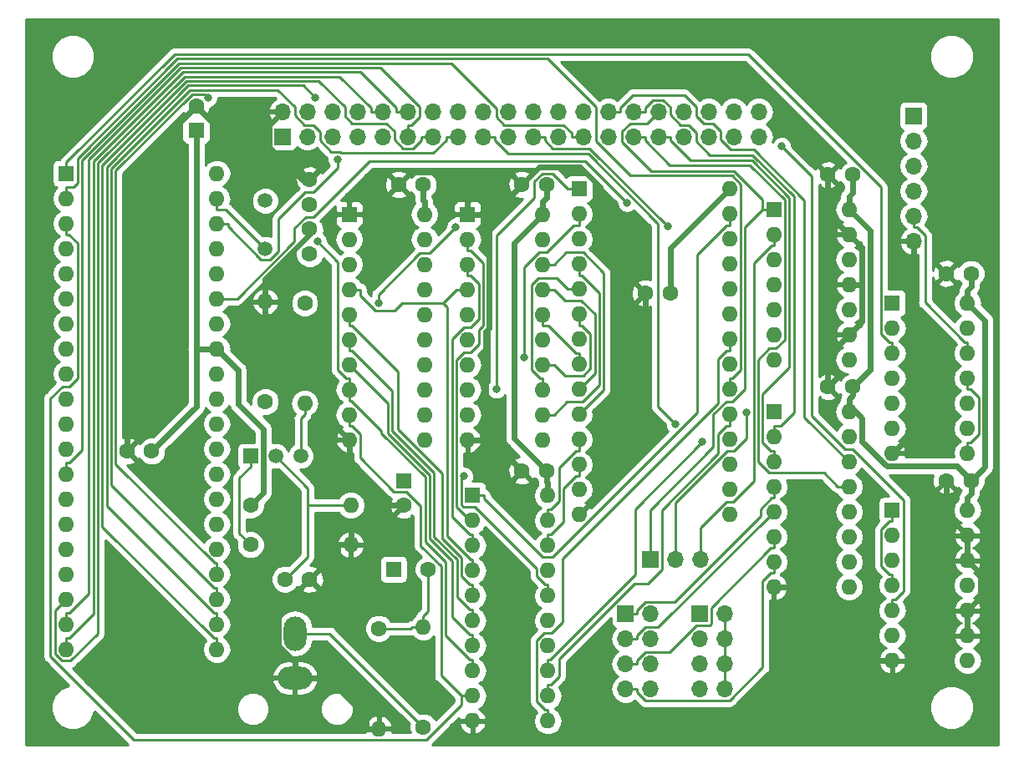
<source format=gbl>
G04 #@! TF.GenerationSoftware,KiCad,Pcbnew,(5.0.0-3-g5ebb6b6)*
G04 #@! TF.CreationDate,2019-07-15T21:03:11+09:00*
G04 #@! TF.ProjectId,KZ80-TMS9918A,4B5A38302D544D5339393138412E6B69,rev?*
G04 #@! TF.SameCoordinates,Original*
G04 #@! TF.FileFunction,Copper,L2,Bot,Signal*
G04 #@! TF.FilePolarity,Positive*
%FSLAX46Y46*%
G04 Gerber Fmt 4.6, Leading zero omitted, Abs format (unit mm)*
G04 Created by KiCad (PCBNEW (5.0.0-3-g5ebb6b6)) date *
%MOMM*%
%LPD*%
G01*
G04 APERTURE LIST*
G04 #@! TA.AperFunction,ComponentPad*
%ADD10R,1.600000X1.600000*%
G04 #@! TD*
G04 #@! TA.AperFunction,ComponentPad*
%ADD11C,1.600000*%
G04 #@! TD*
G04 #@! TA.AperFunction,ComponentPad*
%ADD12O,3.500000X2.300000*%
G04 #@! TD*
G04 #@! TA.AperFunction,ComponentPad*
%ADD13O,2.300000X3.500000*%
G04 #@! TD*
G04 #@! TA.AperFunction,ComponentPad*
%ADD14O,1.600000X1.600000*%
G04 #@! TD*
G04 #@! TA.AperFunction,ComponentPad*
%ADD15R,1.700000X1.700000*%
G04 #@! TD*
G04 #@! TA.AperFunction,ComponentPad*
%ADD16O,1.700000X1.700000*%
G04 #@! TD*
G04 #@! TA.AperFunction,ComponentPad*
%ADD17C,1.500000*%
G04 #@! TD*
G04 #@! TA.AperFunction,ComponentPad*
%ADD18R,1.500000X1.500000*%
G04 #@! TD*
G04 #@! TA.AperFunction,ViaPad*
%ADD19C,0.800000*%
G04 #@! TD*
G04 #@! TA.AperFunction,Conductor*
%ADD20C,0.250000*%
G04 #@! TD*
G04 #@! TA.AperFunction,Conductor*
%ADD21C,0.600000*%
G04 #@! TD*
G04 #@! TA.AperFunction,Conductor*
%ADD22C,0.254000*%
G04 #@! TD*
G04 APERTURE END LIST*
D10*
G04 #@! TO.P,C3,1*
G04 #@! TO.N,Net-(C14-Pad1)*
X139000000Y-97500000D03*
D11*
G04 #@! TO.P,C3,2*
G04 #@! TO.N,GND*
X139000000Y-100000000D03*
G04 #@! TD*
D10*
G04 #@! TO.P,C15,1*
G04 #@! TO.N,Net-(C15-Pad1)*
X138000000Y-106500000D03*
D11*
G04 #@! TO.P,C15,2*
G04 #@! TO.N,Net-(C15-Pad2)*
X141500000Y-106500000D03*
G04 #@! TD*
G04 #@! TO.P,C14,1*
G04 #@! TO.N,Net-(C14-Pad1)*
X127000000Y-107500000D03*
G04 #@! TO.P,C14,2*
G04 #@! TO.N,GND*
X129500000Y-107500000D03*
G04 #@! TD*
D12*
G04 #@! TO.P,J1,2*
G04 #@! TO.N,GND*
X128000000Y-117500000D03*
D13*
G04 #@! TO.P,J1,1*
G04 #@! TO.N,Net-(J1-Pad1)*
X128000000Y-113000000D03*
G04 #@! TD*
D14*
G04 #@! TO.P,R4,2*
G04 #@! TO.N,Net-(C15-Pad2)*
X141000000Y-112340000D03*
D11*
G04 #@! TO.P,R4,1*
G04 #@! TO.N,Net-(J1-Pad1)*
X141000000Y-122500000D03*
G04 #@! TD*
G04 #@! TO.P,R5,1*
G04 #@! TO.N,Net-(C15-Pad2)*
X136500000Y-112500000D03*
D14*
G04 #@! TO.P,R5,2*
G04 #@! TO.N,GND*
X136500000Y-122660000D03*
G04 #@! TD*
D10*
G04 #@! TO.P,C13,1*
G04 #@! TO.N,VCC*
X118000000Y-62000000D03*
D11*
G04 #@! TO.P,C13,2*
G04 #@! TO.N,GND*
X118000000Y-59500000D03*
G04 #@! TD*
G04 #@! TO.P,C1,2*
G04 #@! TO.N,GND*
X129500000Y-72000000D03*
G04 #@! TO.P,C1,1*
G04 #@! TO.N,Net-(C1-Pad1)*
X129500000Y-74500000D03*
G04 #@! TD*
G04 #@! TO.P,C2,1*
G04 #@! TO.N,Net-(C2-Pad1)*
X129500000Y-69500000D03*
G04 #@! TO.P,C2,2*
G04 #@! TO.N,GND*
X129500000Y-67000000D03*
G04 #@! TD*
G04 #@! TO.P,C4,1*
G04 #@! TO.N,VCC*
X113500000Y-94500000D03*
G04 #@! TO.P,C4,2*
G04 #@! TO.N,GND*
X111000000Y-94500000D03*
G04 #@! TD*
G04 #@! TO.P,C5,2*
G04 #@! TO.N,GND*
X138500000Y-67500000D03*
G04 #@! TO.P,C5,1*
G04 #@! TO.N,VCC*
X141000000Y-67500000D03*
G04 #@! TD*
G04 #@! TO.P,C6,1*
G04 #@! TO.N,VCC*
X153500000Y-67500000D03*
G04 #@! TO.P,C6,2*
G04 #@! TO.N,GND*
X151000000Y-67500000D03*
G04 #@! TD*
G04 #@! TO.P,C7,2*
G04 #@! TO.N,GND*
X163500000Y-78500000D03*
G04 #@! TO.P,C7,1*
G04 #@! TO.N,VCC*
X166000000Y-78500000D03*
G04 #@! TD*
G04 #@! TO.P,C8,1*
G04 #@! TO.N,VCC*
X184500000Y-66500000D03*
G04 #@! TO.P,C8,2*
G04 #@! TO.N,GND*
X182000000Y-66500000D03*
G04 #@! TD*
G04 #@! TO.P,C9,2*
G04 #@! TO.N,GND*
X182000000Y-88000000D03*
G04 #@! TO.P,C9,1*
G04 #@! TO.N,VCC*
X184500000Y-88000000D03*
G04 #@! TD*
G04 #@! TO.P,C10,1*
G04 #@! TO.N,VCC*
X196500000Y-76500000D03*
G04 #@! TO.P,C10,2*
G04 #@! TO.N,GND*
X194000000Y-76500000D03*
G04 #@! TD*
G04 #@! TO.P,C11,2*
G04 #@! TO.N,GND*
X151000000Y-96500000D03*
G04 #@! TO.P,C11,1*
G04 #@! TO.N,VCC*
X153500000Y-96500000D03*
G04 #@! TD*
G04 #@! TO.P,C12,1*
G04 #@! TO.N,VCC*
X196500000Y-97500000D03*
G04 #@! TO.P,C12,2*
G04 #@! TO.N,GND*
X194000000Y-97500000D03*
G04 #@! TD*
D15*
G04 #@! TO.P,JP1,1*
G04 #@! TO.N,/A7*
X164000000Y-105500000D03*
D16*
G04 #@! TO.P,JP1,2*
G04 #@! TO.N,Net-(JP1-Pad2)*
X166540000Y-105500000D03*
G04 #@! TO.P,JP1,3*
G04 #@! TO.N,Net-(JP1-Pad3)*
X169080000Y-105500000D03*
G04 #@! TD*
D15*
G04 #@! TO.P,J3,1*
G04 #@! TO.N,/CLK*
X190650000Y-60500000D03*
D16*
G04 #@! TO.P,J3,2*
G04 #@! TO.N,/CPUCLK*
X190650000Y-63040000D03*
G04 #@! TO.P,J3,3*
G04 #@! TO.N,/GROMCLK*
X190650000Y-65580000D03*
G04 #@! TO.P,J3,4*
G04 #@! TO.N,/EXTVDP*
X190650000Y-68120000D03*
G04 #@! TO.P,J3,5*
G04 #@! TO.N,/INT*
X190650000Y-70660000D03*
G04 #@! TO.P,J3,6*
G04 #@! TO.N,GND*
X190650000Y-73200000D03*
G04 #@! TD*
G04 #@! TO.P,J4,8*
G04 #@! TO.N,Net-(J4-Pad2)*
X171540000Y-118620000D03*
G04 #@! TO.P,J4,7*
G04 #@! TO.N,Net-(J4-Pad7)*
X169000000Y-118620000D03*
G04 #@! TO.P,J4,6*
G04 #@! TO.N,Net-(J4-Pad2)*
X171540000Y-116080000D03*
G04 #@! TO.P,J4,5*
G04 #@! TO.N,Net-(J4-Pad5)*
X169000000Y-116080000D03*
G04 #@! TO.P,J4,4*
G04 #@! TO.N,Net-(J4-Pad2)*
X171540000Y-113540000D03*
G04 #@! TO.P,J4,3*
G04 #@! TO.N,Net-(J4-Pad3)*
X169000000Y-113540000D03*
G04 #@! TO.P,J4,2*
G04 #@! TO.N,Net-(J4-Pad2)*
X171540000Y-111000000D03*
D15*
G04 #@! TO.P,J4,1*
G04 #@! TO.N,Net-(J4-Pad1)*
X169000000Y-111000000D03*
G04 #@! TD*
G04 #@! TO.P,J5,1*
G04 #@! TO.N,Net-(J5-Pad1)*
X161500000Y-111000000D03*
D16*
G04 #@! TO.P,J5,2*
G04 #@! TO.N,Net-(J5-Pad2)*
X164040000Y-111000000D03*
G04 #@! TO.P,J5,3*
G04 #@! TO.N,Net-(J5-Pad3)*
X161500000Y-113540000D03*
G04 #@! TO.P,J5,4*
G04 #@! TO.N,Net-(J5-Pad2)*
X164040000Y-113540000D03*
G04 #@! TO.P,J5,5*
G04 #@! TO.N,Net-(J5-Pad5)*
X161500000Y-116080000D03*
G04 #@! TO.P,J5,6*
G04 #@! TO.N,Net-(J5-Pad2)*
X164040000Y-116080000D03*
G04 #@! TO.P,J5,7*
G04 #@! TO.N,Net-(J5-Pad7)*
X161500000Y-118620000D03*
G04 #@! TO.P,J5,8*
G04 #@! TO.N,Net-(J5-Pad2)*
X164040000Y-118620000D03*
G04 #@! TD*
D15*
G04 #@! TO.P,J2,1*
G04 #@! TO.N,VCC*
X126725000Y-62625000D03*
D16*
G04 #@! TO.P,J2,2*
G04 #@! TO.N,GND*
X126725000Y-60085000D03*
G04 #@! TO.P,J2,3*
G04 #@! TO.N,VCC*
X129265000Y-62625000D03*
G04 #@! TO.P,J2,4*
G04 #@! TO.N,GND*
X129265000Y-60085000D03*
G04 #@! TO.P,J2,5*
G04 #@! TO.N,Net-(J2-Pad5)*
X131805000Y-62625000D03*
G04 #@! TO.P,J2,6*
G04 #@! TO.N,Net-(J2-Pad6)*
X131805000Y-60085000D03*
G04 #@! TO.P,J2,7*
G04 #@! TO.N,Net-(J2-Pad7)*
X134345000Y-62625000D03*
G04 #@! TO.P,J2,8*
G04 #@! TO.N,/CLK*
X134345000Y-60085000D03*
G04 #@! TO.P,J2,9*
G04 #@! TO.N,/D0*
X136885000Y-62625000D03*
G04 #@! TO.P,J2,10*
G04 #@! TO.N,/D1*
X136885000Y-60085000D03*
G04 #@! TO.P,J2,11*
G04 #@! TO.N,/D2*
X139425000Y-62625000D03*
G04 #@! TO.P,J2,12*
G04 #@! TO.N,/D3*
X139425000Y-60085000D03*
G04 #@! TO.P,J2,13*
G04 #@! TO.N,/D4*
X141965000Y-62625000D03*
G04 #@! TO.P,J2,14*
G04 #@! TO.N,/D5*
X141965000Y-60085000D03*
G04 #@! TO.P,J2,15*
G04 #@! TO.N,/D6*
X144505000Y-62625000D03*
G04 #@! TO.P,J2,16*
G04 #@! TO.N,/D7*
X144505000Y-60085000D03*
G04 #@! TO.P,J2,17*
G04 #@! TO.N,/~IOR*
X147045000Y-62625000D03*
G04 #@! TO.P,J2,18*
G04 #@! TO.N,Net-(J2-Pad18)*
X147045000Y-60085000D03*
G04 #@! TO.P,J2,19*
G04 #@! TO.N,/~IOW*
X149585000Y-62625000D03*
G04 #@! TO.P,J2,20*
G04 #@! TO.N,Net-(J2-Pad20)*
X149585000Y-60085000D03*
G04 #@! TO.P,J2,21*
G04 #@! TO.N,/RES*
X152125000Y-62625000D03*
G04 #@! TO.P,J2,22*
G04 #@! TO.N,Net-(J2-Pad22)*
X152125000Y-60085000D03*
G04 #@! TO.P,J2,23*
G04 #@! TO.N,/INT*
X154665000Y-62625000D03*
G04 #@! TO.P,J2,24*
G04 #@! TO.N,Net-(J2-Pad24)*
X154665000Y-60085000D03*
G04 #@! TO.P,J2,25*
G04 #@! TO.N,/A0*
X157205000Y-62625000D03*
G04 #@! TO.P,J2,26*
G04 #@! TO.N,Net-(J2-Pad26)*
X157205000Y-60085000D03*
G04 #@! TO.P,J2,27*
G04 #@! TO.N,Net-(J2-Pad27)*
X159745000Y-62625000D03*
G04 #@! TO.P,J2,28*
G04 #@! TO.N,/A3*
X159745000Y-60085000D03*
G04 #@! TO.P,J2,29*
G04 #@! TO.N,/A4*
X162285000Y-62625000D03*
G04 #@! TO.P,J2,30*
G04 #@! TO.N,/A5*
X162285000Y-60085000D03*
G04 #@! TO.P,J2,31*
G04 #@! TO.N,/A6*
X164825000Y-62625000D03*
G04 #@! TO.P,J2,32*
G04 #@! TO.N,/A7*
X164825000Y-60085000D03*
G04 #@! TO.P,J2,33*
G04 #@! TO.N,Net-(J2-Pad33)*
X167365000Y-62625000D03*
G04 #@! TO.P,J2,34*
G04 #@! TO.N,Net-(J2-Pad34)*
X167365000Y-60085000D03*
G04 #@! TO.P,J2,35*
G04 #@! TO.N,Net-(J2-Pad35)*
X169905000Y-62625000D03*
G04 #@! TO.P,J2,36*
G04 #@! TO.N,Net-(J2-Pad36)*
X169905000Y-60085000D03*
G04 #@! TO.P,J2,37*
G04 #@! TO.N,Net-(J2-Pad37)*
X172445000Y-62625000D03*
G04 #@! TO.P,J2,38*
G04 #@! TO.N,Net-(J2-Pad38)*
X172445000Y-60085000D03*
G04 #@! TO.P,J2,39*
G04 #@! TO.N,Net-(J2-Pad39)*
X174985000Y-62625000D03*
G04 #@! TO.P,J2,40*
G04 #@! TO.N,Net-(J2-Pad40)*
X174985000Y-60085000D03*
G04 #@! TD*
D17*
G04 #@! TO.P,Y1,1*
G04 #@! TO.N,Net-(C1-Pad1)*
X125000000Y-74000000D03*
G04 #@! TO.P,Y1,2*
G04 #@! TO.N,Net-(C2-Pad1)*
X125000000Y-69120000D03*
G04 #@! TD*
D11*
G04 #@! TO.P,L1,1*
G04 #@! TO.N,VCC*
X123500000Y-100000000D03*
D14*
G04 #@! TO.P,L1,2*
G04 #@! TO.N,Net-(C14-Pad1)*
X133660000Y-100000000D03*
G04 #@! TD*
D10*
G04 #@! TO.P,U1,1*
G04 #@! TO.N,/R~W*
X188500000Y-79500000D03*
D14*
G04 #@! TO.P,U1,8*
G04 #@! TO.N,Net-(U1-Pad11)*
X196120000Y-94740000D03*
G04 #@! TO.P,U1,2*
G04 #@! TO.N,/~R~W*
X188500000Y-82040000D03*
G04 #@! TO.P,U1,9*
G04 #@! TO.N,Net-(U1-Pad6)*
X196120000Y-92200000D03*
G04 #@! TO.P,U1,3*
G04 #@! TO.N,/~RAS*
X188500000Y-84580000D03*
G04 #@! TO.P,U1,10*
G04 #@! TO.N,/COL*
X196120000Y-89660000D03*
G04 #@! TO.P,U1,4*
G04 #@! TO.N,/ROW*
X188500000Y-87120000D03*
G04 #@! TO.P,U1,11*
G04 #@! TO.N,Net-(U1-Pad11)*
X196120000Y-87120000D03*
G04 #@! TO.P,U1,5*
G04 #@! TO.N,/~CAS*
X188500000Y-89660000D03*
G04 #@! TO.P,U1,12*
G04 #@! TO.N,/INT*
X196120000Y-84580000D03*
G04 #@! TO.P,U1,6*
G04 #@! TO.N,Net-(U1-Pad6)*
X188500000Y-92200000D03*
G04 #@! TO.P,U1,13*
G04 #@! TO.N,/~INT*
X196120000Y-82040000D03*
G04 #@! TO.P,U1,7*
G04 #@! TO.N,GND*
X188500000Y-94740000D03*
G04 #@! TO.P,U1,14*
G04 #@! TO.N,VCC*
X196120000Y-79500000D03*
G04 #@! TD*
G04 #@! TO.P,U3,14*
G04 #@! TO.N,VCC*
X196120000Y-100500000D03*
G04 #@! TO.P,U3,7*
G04 #@! TO.N,GND*
X188500000Y-115740000D03*
G04 #@! TO.P,U3,13*
X196120000Y-103040000D03*
G04 #@! TO.P,U3,6*
G04 #@! TO.N,/~CSW*
X188500000Y-113200000D03*
G04 #@! TO.P,U3,12*
G04 #@! TO.N,GND*
X196120000Y-105580000D03*
G04 #@! TO.P,U3,5*
G04 #@! TO.N,/~IOW*
X188500000Y-110660000D03*
G04 #@! TO.P,U3,11*
G04 #@! TO.N,Net-(U3-Pad11)*
X196120000Y-108120000D03*
G04 #@! TO.P,U3,4*
G04 #@! TO.N,Net-(J4-Pad2)*
X188500000Y-108120000D03*
G04 #@! TO.P,U3,10*
G04 #@! TO.N,GND*
X196120000Y-110660000D03*
G04 #@! TO.P,U3,3*
G04 #@! TO.N,/~CSR*
X188500000Y-105580000D03*
G04 #@! TO.P,U3,9*
G04 #@! TO.N,GND*
X196120000Y-113200000D03*
G04 #@! TO.P,U3,2*
G04 #@! TO.N,/~IOR*
X188500000Y-103040000D03*
G04 #@! TO.P,U3,8*
G04 #@! TO.N,Net-(U3-Pad8)*
X196120000Y-115740000D03*
D10*
G04 #@! TO.P,U3,1*
G04 #@! TO.N,Net-(J4-Pad2)*
X188500000Y-100500000D03*
G04 #@! TD*
G04 #@! TO.P,U5,1*
G04 #@! TO.N,/A7*
X176500000Y-70000000D03*
D14*
G04 #@! TO.P,U5,8*
G04 #@! TO.N,Net-(U5-Pad8)*
X184120000Y-85240000D03*
G04 #@! TO.P,U5,2*
G04 #@! TO.N,Net-(JP1-Pad3)*
X176500000Y-72540000D03*
G04 #@! TO.P,U5,9*
G04 #@! TO.N,GND*
X184120000Y-82700000D03*
G04 #@! TO.P,U5,3*
G04 #@! TO.N,/RES*
X176500000Y-75080000D03*
G04 #@! TO.P,U5,10*
G04 #@! TO.N,Net-(U5-Pad10)*
X184120000Y-80160000D03*
G04 #@! TO.P,U5,4*
G04 #@! TO.N,/~RES*
X176500000Y-77620000D03*
G04 #@! TO.P,U5,11*
G04 #@! TO.N,GND*
X184120000Y-77620000D03*
G04 #@! TO.P,U5,5*
X176500000Y-80160000D03*
G04 #@! TO.P,U5,12*
G04 #@! TO.N,Net-(U5-Pad12)*
X184120000Y-75080000D03*
G04 #@! TO.P,U5,6*
G04 #@! TO.N,Net-(U5-Pad6)*
X176500000Y-82700000D03*
G04 #@! TO.P,U5,13*
G04 #@! TO.N,GND*
X184120000Y-72540000D03*
G04 #@! TO.P,U5,7*
X176500000Y-85240000D03*
G04 #@! TO.P,U5,14*
G04 #@! TO.N,VCC*
X184120000Y-70000000D03*
G04 #@! TD*
G04 #@! TO.P,U2,16*
G04 #@! TO.N,VCC*
X184120000Y-90500000D03*
G04 #@! TO.P,U2,8*
G04 #@! TO.N,GND*
X176500000Y-108280000D03*
G04 #@! TO.P,U2,15*
G04 #@! TO.N,Net-(J5-Pad2)*
X184120000Y-93040000D03*
G04 #@! TO.P,U2,7*
G04 #@! TO.N,Net-(J5-Pad7)*
X176500000Y-105740000D03*
G04 #@! TO.P,U2,14*
G04 #@! TO.N,/A3*
X184120000Y-95580000D03*
G04 #@! TO.P,U2,6*
G04 #@! TO.N,Net-(J5-Pad5)*
X176500000Y-103200000D03*
G04 #@! TO.P,U2,13*
G04 #@! TO.N,/A4*
X184120000Y-98120000D03*
G04 #@! TO.P,U2,5*
G04 #@! TO.N,Net-(J5-Pad3)*
X176500000Y-100660000D03*
G04 #@! TO.P,U2,12*
G04 #@! TO.N,Net-(J4-Pad1)*
X184120000Y-100660000D03*
G04 #@! TO.P,U2,4*
G04 #@! TO.N,Net-(J5-Pad1)*
X176500000Y-98120000D03*
G04 #@! TO.P,U2,11*
G04 #@! TO.N,Net-(J4-Pad3)*
X184120000Y-103200000D03*
G04 #@! TO.P,U2,3*
G04 #@! TO.N,/A6*
X176500000Y-95580000D03*
G04 #@! TO.P,U2,10*
G04 #@! TO.N,Net-(J4-Pad5)*
X184120000Y-105740000D03*
G04 #@! TO.P,U2,2*
G04 #@! TO.N,/A5*
X176500000Y-93040000D03*
G04 #@! TO.P,U2,9*
G04 #@! TO.N,Net-(J4-Pad7)*
X184120000Y-108280000D03*
D10*
G04 #@! TO.P,U2,1*
G04 #@! TO.N,Net-(JP1-Pad2)*
X176500000Y-90500000D03*
G04 #@! TD*
G04 #@! TO.P,U6,1*
G04 #@! TO.N,/R~W*
X146000000Y-99000000D03*
D14*
G04 #@! TO.P,U6,11*
G04 #@! TO.N,/~R~W*
X153620000Y-121860000D03*
G04 #@! TO.P,U6,2*
G04 #@! TO.N,/AD0*
X146000000Y-101540000D03*
G04 #@! TO.P,U6,12*
G04 #@! TO.N,/VD7*
X153620000Y-119320000D03*
G04 #@! TO.P,U6,3*
G04 #@! TO.N,/AD1*
X146000000Y-104080000D03*
G04 #@! TO.P,U6,13*
G04 #@! TO.N,/VD6*
X153620000Y-116780000D03*
G04 #@! TO.P,U6,4*
G04 #@! TO.N,/AD2*
X146000000Y-106620000D03*
G04 #@! TO.P,U6,14*
G04 #@! TO.N,/VD5*
X153620000Y-114240000D03*
G04 #@! TO.P,U6,5*
G04 #@! TO.N,/AD3*
X146000000Y-109160000D03*
G04 #@! TO.P,U6,15*
G04 #@! TO.N,/VD4*
X153620000Y-111700000D03*
G04 #@! TO.P,U6,6*
G04 #@! TO.N,/AD4*
X146000000Y-111700000D03*
G04 #@! TO.P,U6,16*
G04 #@! TO.N,/VD3*
X153620000Y-109160000D03*
G04 #@! TO.P,U6,7*
G04 #@! TO.N,/AD5*
X146000000Y-114240000D03*
G04 #@! TO.P,U6,17*
G04 #@! TO.N,/VD2*
X153620000Y-106620000D03*
G04 #@! TO.P,U6,8*
G04 #@! TO.N,/AD6*
X146000000Y-116780000D03*
G04 #@! TO.P,U6,18*
G04 #@! TO.N,/VD1*
X153620000Y-104080000D03*
G04 #@! TO.P,U6,9*
G04 #@! TO.N,/AD7*
X146000000Y-119320000D03*
G04 #@! TO.P,U6,19*
G04 #@! TO.N,/VD0*
X153620000Y-101540000D03*
G04 #@! TO.P,U6,10*
G04 #@! TO.N,GND*
X146000000Y-121860000D03*
G04 #@! TO.P,U6,20*
G04 #@! TO.N,VCC*
X153620000Y-99000000D03*
G04 #@! TD*
G04 #@! TO.P,U7,20*
G04 #@! TO.N,VCC*
X153120000Y-70500000D03*
G04 #@! TO.P,U7,10*
G04 #@! TO.N,GND*
X145500000Y-93360000D03*
G04 #@! TO.P,U7,19*
G04 #@! TO.N,Net-(U7-Pad19)*
X153120000Y-73040000D03*
G04 #@! TO.P,U7,9*
G04 #@! TO.N,/AD7*
X145500000Y-90820000D03*
G04 #@! TO.P,U7,18*
G04 #@! TO.N,/VA0*
X153120000Y-75580000D03*
G04 #@! TO.P,U7,8*
G04 #@! TO.N,/AD6*
X145500000Y-88280000D03*
G04 #@! TO.P,U7,17*
G04 #@! TO.N,/VA1*
X153120000Y-78120000D03*
G04 #@! TO.P,U7,7*
G04 #@! TO.N,/AD5*
X145500000Y-85740000D03*
G04 #@! TO.P,U7,16*
G04 #@! TO.N,/VA2*
X153120000Y-80660000D03*
G04 #@! TO.P,U7,6*
G04 #@! TO.N,/AD4*
X145500000Y-83200000D03*
G04 #@! TO.P,U7,15*
G04 #@! TO.N,/VA3*
X153120000Y-83200000D03*
G04 #@! TO.P,U7,5*
G04 #@! TO.N,/AD3*
X145500000Y-80660000D03*
G04 #@! TO.P,U7,14*
G04 #@! TO.N,/VA4*
X153120000Y-85740000D03*
G04 #@! TO.P,U7,4*
G04 #@! TO.N,/AD2*
X145500000Y-78120000D03*
G04 #@! TO.P,U7,13*
G04 #@! TO.N,/VA5*
X153120000Y-88280000D03*
G04 #@! TO.P,U7,3*
G04 #@! TO.N,/AD1*
X145500000Y-75580000D03*
G04 #@! TO.P,U7,12*
G04 #@! TO.N,/VA6*
X153120000Y-90820000D03*
G04 #@! TO.P,U7,2*
G04 #@! TO.N,/AD0*
X145500000Y-73040000D03*
G04 #@! TO.P,U7,11*
G04 #@! TO.N,/ROW*
X153120000Y-93360000D03*
D10*
G04 #@! TO.P,U7,1*
G04 #@! TO.N,GND*
X145500000Y-70500000D03*
G04 #@! TD*
G04 #@! TO.P,U9,1*
G04 #@! TO.N,GND*
X133500000Y-70500000D03*
D14*
G04 #@! TO.P,U9,11*
G04 #@! TO.N,/COL*
X141120000Y-93360000D03*
G04 #@! TO.P,U9,2*
G04 #@! TO.N,/AD0*
X133500000Y-73040000D03*
G04 #@! TO.P,U9,12*
G04 #@! TO.N,/VA13*
X141120000Y-90820000D03*
G04 #@! TO.P,U9,3*
G04 #@! TO.N,/AD1*
X133500000Y-75580000D03*
G04 #@! TO.P,U9,13*
G04 #@! TO.N,/VA12*
X141120000Y-88280000D03*
G04 #@! TO.P,U9,4*
G04 #@! TO.N,/AD2*
X133500000Y-78120000D03*
G04 #@! TO.P,U9,14*
G04 #@! TO.N,/VA11*
X141120000Y-85740000D03*
G04 #@! TO.P,U9,5*
G04 #@! TO.N,/AD3*
X133500000Y-80660000D03*
G04 #@! TO.P,U9,15*
G04 #@! TO.N,/VA10*
X141120000Y-83200000D03*
G04 #@! TO.P,U9,6*
G04 #@! TO.N,/AD4*
X133500000Y-83200000D03*
G04 #@! TO.P,U9,16*
G04 #@! TO.N,/VA9*
X141120000Y-80660000D03*
G04 #@! TO.P,U9,7*
G04 #@! TO.N,/AD5*
X133500000Y-85740000D03*
G04 #@! TO.P,U9,17*
G04 #@! TO.N,/VA8*
X141120000Y-78120000D03*
G04 #@! TO.P,U9,8*
G04 #@! TO.N,/AD6*
X133500000Y-88280000D03*
G04 #@! TO.P,U9,18*
G04 #@! TO.N,/VA7*
X141120000Y-75580000D03*
G04 #@! TO.P,U9,9*
G04 #@! TO.N,/AD7*
X133500000Y-90820000D03*
G04 #@! TO.P,U9,19*
G04 #@! TO.N,Net-(U9-Pad19)*
X141120000Y-73040000D03*
G04 #@! TO.P,U9,10*
G04 #@! TO.N,GND*
X133500000Y-93360000D03*
G04 #@! TO.P,U9,20*
G04 #@! TO.N,VCC*
X141120000Y-70500000D03*
G04 #@! TD*
D10*
G04 #@! TO.P,U8,1*
G04 #@! TO.N,/VA13*
X156775000Y-67925000D03*
D14*
G04 #@! TO.P,U8,15*
G04 #@! TO.N,/VD3*
X172015000Y-100945000D03*
G04 #@! TO.P,U8,2*
G04 #@! TO.N,/VA12*
X156775000Y-70465000D03*
G04 #@! TO.P,U8,16*
G04 #@! TO.N,/VD4*
X172015000Y-98405000D03*
G04 #@! TO.P,U8,3*
G04 #@! TO.N,/VA7*
X156775000Y-73005000D03*
G04 #@! TO.P,U8,17*
G04 #@! TO.N,/VD5*
X172015000Y-95865000D03*
G04 #@! TO.P,U8,4*
G04 #@! TO.N,/VA6*
X156775000Y-75545000D03*
G04 #@! TO.P,U8,18*
G04 #@! TO.N,/VD6*
X172015000Y-93325000D03*
G04 #@! TO.P,U8,5*
G04 #@! TO.N,/VA5*
X156775000Y-78085000D03*
G04 #@! TO.P,U8,19*
G04 #@! TO.N,/VD7*
X172015000Y-90785000D03*
G04 #@! TO.P,U8,6*
G04 #@! TO.N,/VA4*
X156775000Y-80625000D03*
G04 #@! TO.P,U8,20*
G04 #@! TO.N,/~CAS*
X172015000Y-88245000D03*
G04 #@! TO.P,U8,7*
G04 #@! TO.N,/VA3*
X156775000Y-83165000D03*
G04 #@! TO.P,U8,21*
G04 #@! TO.N,/VA10*
X172015000Y-85705000D03*
G04 #@! TO.P,U8,8*
G04 #@! TO.N,/VA2*
X156775000Y-85705000D03*
G04 #@! TO.P,U8,22*
G04 #@! TO.N,/~R~W*
X172015000Y-83165000D03*
G04 #@! TO.P,U8,9*
G04 #@! TO.N,/VA1*
X156775000Y-88245000D03*
G04 #@! TO.P,U8,23*
G04 #@! TO.N,/VA11*
X172015000Y-80625000D03*
G04 #@! TO.P,U8,10*
G04 #@! TO.N,/VA0*
X156775000Y-90785000D03*
G04 #@! TO.P,U8,24*
G04 #@! TO.N,/VA9*
X172015000Y-78085000D03*
G04 #@! TO.P,U8,11*
G04 #@! TO.N,/VD0*
X156775000Y-93325000D03*
G04 #@! TO.P,U8,25*
G04 #@! TO.N,/VA8*
X172015000Y-75545000D03*
G04 #@! TO.P,U8,12*
G04 #@! TO.N,/VD1*
X156775000Y-95865000D03*
G04 #@! TO.P,U8,26*
G04 #@! TO.N,/VA13*
X172015000Y-73005000D03*
G04 #@! TO.P,U8,13*
G04 #@! TO.N,/VD2*
X156775000Y-98405000D03*
G04 #@! TO.P,U8,27*
G04 #@! TO.N,/R~W*
X172015000Y-70465000D03*
G04 #@! TO.P,U8,14*
G04 #@! TO.N,GND*
X156775000Y-100945000D03*
G04 #@! TO.P,U8,28*
G04 #@! TO.N,VCC*
X172015000Y-67925000D03*
G04 #@! TD*
D10*
G04 #@! TO.P,U4,1*
G04 #@! TO.N,/~RAS*
X104850000Y-66350000D03*
D14*
G04 #@! TO.P,U4,21*
G04 #@! TO.N,/D4*
X120090000Y-114610000D03*
G04 #@! TO.P,U4,2*
G04 #@! TO.N,/~CAS*
X104850000Y-68890000D03*
G04 #@! TO.P,U4,22*
G04 #@! TO.N,/D5*
X120090000Y-112070000D03*
G04 #@! TO.P,U4,3*
G04 #@! TO.N,/AD7*
X104850000Y-71430000D03*
G04 #@! TO.P,U4,23*
G04 #@! TO.N,/D6*
X120090000Y-109530000D03*
G04 #@! TO.P,U4,4*
G04 #@! TO.N,/AD6*
X104850000Y-73970000D03*
G04 #@! TO.P,U4,24*
G04 #@! TO.N,/D7*
X120090000Y-106990000D03*
G04 #@! TO.P,U4,5*
G04 #@! TO.N,/AD5*
X104850000Y-76510000D03*
G04 #@! TO.P,U4,25*
G04 #@! TO.N,/VD7*
X120090000Y-104450000D03*
G04 #@! TO.P,U4,6*
G04 #@! TO.N,/AD4*
X104850000Y-79050000D03*
G04 #@! TO.P,U4,26*
G04 #@! TO.N,/VD6*
X120090000Y-101910000D03*
G04 #@! TO.P,U4,7*
G04 #@! TO.N,/AD3*
X104850000Y-81590000D03*
G04 #@! TO.P,U4,27*
G04 #@! TO.N,/VD5*
X120090000Y-99370000D03*
G04 #@! TO.P,U4,8*
G04 #@! TO.N,/AD2*
X104850000Y-84130000D03*
G04 #@! TO.P,U4,28*
G04 #@! TO.N,/VD4*
X120090000Y-96830000D03*
G04 #@! TO.P,U4,9*
G04 #@! TO.N,/AD1*
X104850000Y-86670000D03*
G04 #@! TO.P,U4,29*
G04 #@! TO.N,/VD3*
X120090000Y-94290000D03*
G04 #@! TO.P,U4,10*
G04 #@! TO.N,/AD0*
X104850000Y-89210000D03*
G04 #@! TO.P,U4,30*
G04 #@! TO.N,/VD2*
X120090000Y-91750000D03*
G04 #@! TO.P,U4,11*
G04 #@! TO.N,/R~W*
X104850000Y-91750000D03*
G04 #@! TO.P,U4,31*
G04 #@! TO.N,/VD1*
X120090000Y-89210000D03*
G04 #@! TO.P,U4,12*
G04 #@! TO.N,GND*
X104850000Y-94290000D03*
G04 #@! TO.P,U4,32*
G04 #@! TO.N,/VD0*
X120090000Y-86670000D03*
G04 #@! TO.P,U4,13*
G04 #@! TO.N,/A0*
X104850000Y-96830000D03*
G04 #@! TO.P,U4,33*
G04 #@! TO.N,VCC*
X120090000Y-84130000D03*
G04 #@! TO.P,U4,14*
G04 #@! TO.N,/~CSW*
X104850000Y-99370000D03*
G04 #@! TO.P,U4,34*
G04 #@! TO.N,/~RES*
X120090000Y-81590000D03*
G04 #@! TO.P,U4,15*
G04 #@! TO.N,/~CSR*
X104850000Y-101910000D03*
G04 #@! TO.P,U4,35*
G04 #@! TO.N,/EXTVDP*
X120090000Y-79050000D03*
G04 #@! TO.P,U4,16*
G04 #@! TO.N,/~INT*
X104850000Y-104450000D03*
G04 #@! TO.P,U4,36*
G04 #@! TO.N,Net-(R2-Pad1)*
X120090000Y-76510000D03*
G04 #@! TO.P,U4,17*
G04 #@! TO.N,/D0*
X104850000Y-106990000D03*
G04 #@! TO.P,U4,37*
G04 #@! TO.N,/GROMCLK*
X120090000Y-73970000D03*
G04 #@! TO.P,U4,18*
G04 #@! TO.N,/D1*
X104850000Y-109530000D03*
G04 #@! TO.P,U4,38*
G04 #@! TO.N,/CPUCLK*
X120090000Y-71430000D03*
G04 #@! TO.P,U4,19*
G04 #@! TO.N,/D2*
X104850000Y-112070000D03*
G04 #@! TO.P,U4,39*
G04 #@! TO.N,Net-(C1-Pad1)*
X120090000Y-68890000D03*
G04 #@! TO.P,U4,20*
G04 #@! TO.N,/D3*
X104850000Y-114610000D03*
G04 #@! TO.P,U4,40*
G04 #@! TO.N,Net-(C2-Pad1)*
X120090000Y-66350000D03*
G04 #@! TD*
D17*
G04 #@! TO.P,Q1,2*
G04 #@! TO.N,Net-(C14-Pad1)*
X126040000Y-95000000D03*
G04 #@! TO.P,Q1,3*
G04 #@! TO.N,Net-(Q1-Pad3)*
X128580000Y-95000000D03*
D18*
G04 #@! TO.P,Q1,1*
G04 #@! TO.N,Net-(C15-Pad1)*
X123500000Y-95000000D03*
G04 #@! TD*
D11*
G04 #@! TO.P,R1,1*
G04 #@! TO.N,Net-(C15-Pad1)*
X123500000Y-104000000D03*
D14*
G04 #@! TO.P,R1,2*
G04 #@! TO.N,GND*
X133660000Y-104000000D03*
G04 #@! TD*
G04 #@! TO.P,R2,2*
G04 #@! TO.N,Net-(Q1-Pad3)*
X129000000Y-89660000D03*
D11*
G04 #@! TO.P,R2,1*
G04 #@! TO.N,Net-(R2-Pad1)*
X129000000Y-79500000D03*
G04 #@! TD*
G04 #@! TO.P,R3,1*
G04 #@! TO.N,Net-(Q1-Pad3)*
X125000000Y-89500000D03*
D14*
G04 #@! TO.P,R3,2*
G04 #@! TO.N,GND*
X125000000Y-79340000D03*
G04 #@! TD*
D19*
G04 #@! TO.N,/AD6*
X130270100Y-73242600D03*
G04 #@! TO.N,/VD6*
X169245100Y-93578900D03*
G04 #@! TO.N,/VD3*
X145105200Y-97041800D03*
G04 #@! TO.N,/~RES*
X144291200Y-71830900D03*
X136457600Y-79534600D03*
G04 #@! TO.N,/EXTVDP*
X161634900Y-69339700D03*
G04 #@! TO.N,/D7*
X119187300Y-58639500D03*
G04 #@! TO.N,/CPUCLK*
X132300900Y-64902100D03*
G04 #@! TO.N,/D5*
X130060300Y-58637100D03*
G04 #@! TO.N,/VA13*
X148406300Y-88234600D03*
G04 #@! TO.N,/VA12*
X151187100Y-84985700D03*
G04 #@! TO.N,Net-(JP1-Pad2)*
X173736600Y-90634200D03*
G04 #@! TO.N,/RES*
X165772800Y-71735000D03*
G04 #@! TO.N,/~IOW*
X177322000Y-63620200D03*
G04 #@! TO.N,/~IOR*
X166534400Y-91756900D03*
G04 #@! TD*
D20*
G04 #@! TO.N,Net-(Q1-Pad3)*
X129000000Y-89660000D02*
X129000000Y-90785300D01*
X128580000Y-95000000D02*
X128580000Y-91205300D01*
X128580000Y-91205300D02*
X129000000Y-90785300D01*
D21*
G04 #@! TO.N,GND*
X125374600Y-61435400D02*
X126725000Y-60085000D01*
X129500000Y-67000000D02*
X128684400Y-67000000D01*
X128684400Y-67000000D02*
X125374600Y-63690200D01*
X125374600Y-63690200D02*
X125374600Y-61435400D01*
X125374600Y-61435400D02*
X119935400Y-61435400D01*
X119935400Y-61435400D02*
X118000000Y-59500000D01*
X111000000Y-94500000D02*
X111000000Y-66500000D01*
X111000000Y-66500000D02*
X118000000Y-59500000D01*
X151000000Y-67500000D02*
X152767100Y-65732900D01*
X152767100Y-65732900D02*
X156894100Y-65732900D01*
X156894100Y-65732900D02*
X158886800Y-67725600D01*
X158886800Y-67725600D02*
X158886800Y-73886800D01*
X158886800Y-73886800D02*
X163500000Y-78500000D01*
X145500000Y-70500000D02*
X145500000Y-69199700D01*
X138500000Y-67500000D02*
X139800400Y-66199600D01*
X139800400Y-66199600D02*
X142499900Y-66199600D01*
X142499900Y-66199600D02*
X145500000Y-69199700D01*
X176500000Y-108280000D02*
X177800300Y-108280000D01*
X188500000Y-115740000D02*
X185260300Y-115740000D01*
X185260300Y-115740000D02*
X177800300Y-108280000D01*
X147700900Y-70500000D02*
X148000000Y-70500000D01*
X148000000Y-70500000D02*
X151000000Y-67500000D01*
X145500000Y-70500000D02*
X147700900Y-70500000D01*
X147330200Y-92830100D02*
X147330200Y-82376700D01*
X147330200Y-82376700D02*
X147700900Y-82006000D01*
X147700900Y-82006000D02*
X147700900Y-70500000D01*
X125000000Y-78039700D02*
X125000000Y-77086900D01*
X125000000Y-77086900D02*
X129500000Y-72586900D01*
X129500000Y-72586900D02*
X129500000Y-72000000D01*
X125000000Y-79340000D02*
X125000000Y-80640300D01*
X133500000Y-93360000D02*
X131608700Y-91468700D01*
X131608700Y-91468700D02*
X131608700Y-87249000D01*
X131608700Y-87249000D02*
X125000000Y-80640300D01*
X133500000Y-93360000D02*
X133500000Y-96370000D01*
X133500000Y-96370000D02*
X136744900Y-99614800D01*
X125000000Y-79340000D02*
X125000000Y-78039700D01*
X184120000Y-72540000D02*
X185420300Y-73840300D01*
X185420300Y-73840300D02*
X185420300Y-77620000D01*
X136744900Y-99614800D02*
X137130000Y-100000000D01*
X137130000Y-100000000D02*
X139000000Y-100000000D01*
X133660000Y-102699700D02*
X136744900Y-99614800D01*
X129500000Y-107500000D02*
X132359700Y-104640300D01*
X132359700Y-104640300D02*
X132359700Y-104000000D01*
X128000000Y-115849700D02*
X127912000Y-115849700D01*
X127912000Y-115849700D02*
X126334900Y-114272600D01*
X126334900Y-114272600D02*
X126334900Y-110665100D01*
X126334900Y-110665100D02*
X129500000Y-107500000D01*
X133660000Y-104000000D02*
X132359700Y-104000000D01*
X133660000Y-104000000D02*
X133660000Y-102699700D01*
X184120000Y-82700000D02*
X185420300Y-81399700D01*
X185420300Y-81399700D02*
X185420300Y-77620000D01*
X182000000Y-66500000D02*
X182000000Y-70420000D01*
X182000000Y-70420000D02*
X184120000Y-72540000D01*
X184120000Y-77620000D02*
X185420300Y-77620000D01*
X196120000Y-105580000D02*
X197434200Y-106894200D01*
X197434200Y-106894200D02*
X197434200Y-109345800D01*
X197434200Y-109345800D02*
X196120000Y-110660000D01*
X196120000Y-103040000D02*
X196120000Y-105580000D01*
X147330200Y-92830100D02*
X146800300Y-93360000D01*
X147330200Y-92830100D02*
X151000000Y-96500000D01*
X145500000Y-93360000D02*
X146800300Y-93360000D01*
X128000000Y-117500000D02*
X128000000Y-115849700D01*
X188500000Y-94740000D02*
X190650000Y-92590000D01*
X190650000Y-92590000D02*
X190650000Y-73200000D01*
X135199700Y-122660000D02*
X135199700Y-121359700D01*
X135199700Y-121359700D02*
X131340000Y-117500000D01*
X131340000Y-117500000D02*
X128000000Y-117500000D01*
X136500000Y-122660000D02*
X135199700Y-122660000D01*
X163500000Y-78500000D02*
X163500000Y-94220000D01*
X163500000Y-94220000D02*
X156775000Y-100945000D01*
X184120000Y-82700000D02*
X182000000Y-84820000D01*
X182000000Y-84820000D02*
X182000000Y-88000000D01*
X196120000Y-103040000D02*
X194000000Y-100920000D01*
X194000000Y-100920000D02*
X194000000Y-97500000D01*
X196120000Y-113200000D02*
X196120000Y-110660000D01*
D20*
G04 #@! TO.N,Net-(J1-Pad1)*
X141000000Y-122500000D02*
X131500000Y-113000000D01*
X131500000Y-113000000D02*
X128000000Y-113000000D01*
G04 #@! TO.N,/~RAS*
X188500000Y-83454700D02*
X188218600Y-83454700D01*
X188218600Y-83454700D02*
X187374700Y-82610800D01*
X187374700Y-82610800D02*
X187374700Y-67739300D01*
X187374700Y-67739300D02*
X173904000Y-54268600D01*
X173904000Y-54268600D02*
X115806100Y-54268600D01*
X115806100Y-54268600D02*
X104850000Y-65224700D01*
X188500000Y-84580000D02*
X188500000Y-83454700D01*
X104850000Y-66350000D02*
X104850000Y-65224700D01*
G04 #@! TO.N,/D3*
X138249700Y-60085000D02*
X138249700Y-59717700D01*
X138249700Y-59717700D02*
X134601800Y-56069800D01*
X134601800Y-56069800D02*
X116648500Y-56069800D01*
X116648500Y-56069800D02*
X107596900Y-65121400D01*
X107596900Y-65121400D02*
X107596900Y-111019100D01*
X107596900Y-111019100D02*
X105131300Y-113484700D01*
X105131300Y-113484700D02*
X104850000Y-113484700D01*
X139425000Y-60085000D02*
X138249700Y-60085000D01*
X104850000Y-114610000D02*
X104850000Y-113484700D01*
G04 #@! TO.N,/~CAS*
X172015000Y-87119700D02*
X172296400Y-87119700D01*
X172296400Y-87119700D02*
X173140300Y-86275800D01*
X173140300Y-86275800D02*
X173140300Y-67451000D01*
X173140300Y-67451000D02*
X172263600Y-66574300D01*
X172263600Y-66574300D02*
X161948400Y-66574300D01*
X161948400Y-66574300D02*
X158475000Y-63100900D01*
X158475000Y-63100900D02*
X158475000Y-59639700D01*
X158475000Y-59639700D02*
X153554200Y-54718900D01*
X153554200Y-54718900D02*
X116088700Y-54718900D01*
X116088700Y-54718900D02*
X105975300Y-64832300D01*
X105975300Y-64832300D02*
X105975300Y-67342800D01*
X105975300Y-67342800D02*
X105553400Y-67764700D01*
X105553400Y-67764700D02*
X104850000Y-67764700D01*
X172015000Y-88245000D02*
X172015000Y-87119700D01*
X104850000Y-68890000D02*
X104850000Y-67764700D01*
G04 #@! TO.N,/D2*
X139425000Y-61449700D02*
X139792400Y-61449700D01*
X139792400Y-61449700D02*
X140600300Y-60641800D01*
X140600300Y-60641800D02*
X140600300Y-59593000D01*
X140600300Y-59593000D02*
X136626800Y-55619500D01*
X136626800Y-55619500D02*
X116461900Y-55619500D01*
X116461900Y-55619500D02*
X107146600Y-64934800D01*
X107146600Y-64934800D02*
X107146600Y-108929400D01*
X107146600Y-108929400D02*
X105131300Y-110944700D01*
X105131300Y-110944700D02*
X104850000Y-110944700D01*
X139425000Y-62625000D02*
X139425000Y-61449700D01*
X104850000Y-112070000D02*
X104850000Y-110944700D01*
G04 #@! TO.N,/AD7*
X133500000Y-91945300D02*
X133781400Y-91945300D01*
X133781400Y-91945300D02*
X134625300Y-92789200D01*
X134625300Y-92789200D02*
X134625300Y-95200100D01*
X134625300Y-95200100D02*
X138050600Y-98625400D01*
X138050600Y-98625400D02*
X139282300Y-98625400D01*
X139282300Y-98625400D02*
X140758700Y-100101800D01*
X140758700Y-100101800D02*
X140758700Y-104135800D01*
X140758700Y-104135800D02*
X142830700Y-106207800D01*
X142830700Y-106207800D02*
X142830700Y-117276000D01*
X142830700Y-117276000D02*
X144874700Y-119320000D01*
X133500000Y-90820000D02*
X133500000Y-91945300D01*
X104850000Y-72555300D02*
X105104800Y-72555300D01*
X105104800Y-72555300D02*
X105975300Y-73425800D01*
X105975300Y-73425800D02*
X105975300Y-87142300D01*
X105975300Y-87142300D02*
X105177600Y-87940000D01*
X105177600Y-87940000D02*
X104451000Y-87940000D01*
X104451000Y-87940000D02*
X103240800Y-89150200D01*
X103240800Y-89150200D02*
X103240800Y-115344800D01*
X103240800Y-115344800D02*
X111712300Y-123816300D01*
X111712300Y-123816300D02*
X141292600Y-123816300D01*
X141292600Y-123816300D02*
X144874700Y-120234200D01*
X144874700Y-120234200D02*
X144874700Y-119320000D01*
X146000000Y-119320000D02*
X144874700Y-119320000D01*
X104850000Y-71430000D02*
X104850000Y-72555300D01*
G04 #@! TO.N,/D1*
X135709700Y-60085000D02*
X135709700Y-59717700D01*
X135709700Y-59717700D02*
X132512100Y-56520100D01*
X132512100Y-56520100D02*
X116835100Y-56520100D01*
X116835100Y-56520100D02*
X108047200Y-65308000D01*
X108047200Y-65308000D02*
X108047200Y-113006500D01*
X108047200Y-113006500D02*
X105286300Y-115767400D01*
X105286300Y-115767400D02*
X104361300Y-115767400D01*
X104361300Y-115767400D02*
X103694200Y-115100300D01*
X103694200Y-115100300D02*
X103694200Y-110685800D01*
X103694200Y-110685800D02*
X104850000Y-109530000D01*
X136885000Y-60085000D02*
X135709700Y-60085000D01*
G04 #@! TO.N,/AD6*
X133500000Y-89405300D02*
X133684200Y-89405300D01*
X133684200Y-89405300D02*
X136739100Y-92460200D01*
X136739100Y-92460200D02*
X136739100Y-92674300D01*
X136739100Y-92674300D02*
X141209000Y-97144200D01*
X141209000Y-97144200D02*
X141209000Y-103688700D01*
X141209000Y-103688700D02*
X143281100Y-105760800D01*
X143281100Y-105760800D02*
X143281100Y-113217100D01*
X143281100Y-113217100D02*
X145718700Y-115654700D01*
X145718700Y-115654700D02*
X146000000Y-115654700D01*
X133500000Y-88280000D02*
X133500000Y-87154700D01*
X133500000Y-87154700D02*
X133218600Y-87154700D01*
X133218600Y-87154700D02*
X132374700Y-86310800D01*
X132374700Y-86310800D02*
X132374700Y-75347200D01*
X132374700Y-75347200D02*
X130270100Y-73242600D01*
X146000000Y-116780000D02*
X146000000Y-115654700D01*
X133500000Y-88280000D02*
X133500000Y-89405300D01*
G04 #@! TO.N,/AD5*
X133500000Y-85740000D02*
X137414400Y-89654400D01*
X137414400Y-89654400D02*
X137414400Y-92691500D01*
X137414400Y-92691500D02*
X141659300Y-96936400D01*
X141659300Y-96936400D02*
X141659300Y-103377700D01*
X141659300Y-103377700D02*
X143973900Y-105692300D01*
X143973900Y-105692300D02*
X143973900Y-111369900D01*
X143973900Y-111369900D02*
X145718700Y-113114700D01*
X145718700Y-113114700D02*
X146000000Y-113114700D01*
X146000000Y-114240000D02*
X146000000Y-113114700D01*
G04 #@! TO.N,/VD7*
X172015000Y-91910300D02*
X171733600Y-91910300D01*
X171733600Y-91910300D02*
X170889700Y-92754200D01*
X170889700Y-92754200D02*
X170889700Y-94754100D01*
X170889700Y-94754100D02*
X165175400Y-100468400D01*
X165175400Y-100468400D02*
X165175400Y-106538200D01*
X165175400Y-106538200D02*
X163783400Y-107930200D01*
X163783400Y-107930200D02*
X162406500Y-107930200D01*
X162406500Y-107930200D02*
X154745300Y-115591400D01*
X154745300Y-115591400D02*
X154745300Y-117350800D01*
X154745300Y-117350800D02*
X153901400Y-118194700D01*
X153901400Y-118194700D02*
X153620000Y-118194700D01*
X172015000Y-90785000D02*
X172015000Y-91910300D01*
X153620000Y-119320000D02*
X153620000Y-118194700D01*
G04 #@! TO.N,/AD4*
X133500000Y-84325300D02*
X133781300Y-84325300D01*
X133781300Y-84325300D02*
X137864800Y-88408800D01*
X137864800Y-88408800D02*
X137864800Y-92446700D01*
X137864800Y-92446700D02*
X142109700Y-96691600D01*
X142109700Y-96691600D02*
X142109700Y-103191200D01*
X142109700Y-103191200D02*
X144424300Y-105505800D01*
X144424300Y-105505800D02*
X144424300Y-109280300D01*
X144424300Y-109280300D02*
X145718700Y-110574700D01*
X145718700Y-110574700D02*
X146000000Y-110574700D01*
X133500000Y-83200000D02*
X133500000Y-84325300D01*
X146000000Y-111700000D02*
X146000000Y-110574700D01*
G04 #@! TO.N,/VD6*
X153620000Y-115654700D02*
X153821400Y-115654700D01*
X153821400Y-115654700D02*
X162444500Y-107031600D01*
X162444500Y-107031600D02*
X162444500Y-100379500D01*
X162444500Y-100379500D02*
X169245100Y-93578900D01*
X153620000Y-116780000D02*
X153620000Y-115654700D01*
G04 #@! TO.N,/AD3*
X146000000Y-109160000D02*
X146000000Y-108034700D01*
X133500000Y-80660000D02*
X133500000Y-81785300D01*
X133500000Y-81785300D02*
X133781300Y-81785300D01*
X133781300Y-81785300D02*
X138432400Y-86436400D01*
X138432400Y-86436400D02*
X138432400Y-92263900D01*
X138432400Y-92263900D02*
X142909300Y-96740800D01*
X142909300Y-96740800D02*
X142909300Y-103353900D01*
X142909300Y-103353900D02*
X144874700Y-105319300D01*
X144874700Y-105319300D02*
X144874700Y-107190800D01*
X144874700Y-107190800D02*
X145718600Y-108034700D01*
X145718600Y-108034700D02*
X146000000Y-108034700D01*
G04 #@! TO.N,/AD2*
X146000000Y-106620000D02*
X146000000Y-105494700D01*
X142986100Y-79508600D02*
X143412200Y-79934700D01*
X143412200Y-79934700D02*
X143412200Y-103095600D01*
X143412200Y-103095600D02*
X145811300Y-105494700D01*
X145811300Y-105494700D02*
X146000000Y-105494700D01*
X142986100Y-79508600D02*
X138876100Y-79508600D01*
X138876100Y-79508600D02*
X138094500Y-80290200D01*
X138094500Y-80290200D02*
X136180100Y-80290200D01*
X136180100Y-80290200D02*
X134625300Y-78735400D01*
X134625300Y-78735400D02*
X134625300Y-78120000D01*
X144374700Y-78120000D02*
X142986100Y-79508600D01*
X145500000Y-78120000D02*
X144374700Y-78120000D01*
X133500000Y-78120000D02*
X134625300Y-78120000D01*
G04 #@! TO.N,/AD1*
X145500000Y-76705300D02*
X145772200Y-76705300D01*
X145772200Y-76705300D02*
X146625300Y-77558400D01*
X146625300Y-77558400D02*
X146625300Y-81132300D01*
X146625300Y-81132300D02*
X145827600Y-81930000D01*
X145827600Y-81930000D02*
X145101000Y-81930000D01*
X145101000Y-81930000D02*
X143911000Y-83120000D01*
X143911000Y-83120000D02*
X143911000Y-101147000D01*
X143911000Y-101147000D02*
X145718700Y-102954700D01*
X145718700Y-102954700D02*
X146000000Y-102954700D01*
X146000000Y-104080000D02*
X146000000Y-102954700D01*
X145500000Y-75580000D02*
X145500000Y-76705300D01*
G04 #@! TO.N,/VD3*
X153620000Y-109160000D02*
X153620000Y-108034700D01*
X145105200Y-97041800D02*
X144874600Y-97272400D01*
X144874600Y-97272400D02*
X144874600Y-99943700D01*
X144874600Y-99943700D02*
X145056300Y-100125400D01*
X145056300Y-100125400D02*
X146230100Y-100125400D01*
X146230100Y-100125400D02*
X152494700Y-106390000D01*
X152494700Y-106390000D02*
X152494700Y-107190800D01*
X152494700Y-107190800D02*
X153338600Y-108034700D01*
X153338600Y-108034700D02*
X153620000Y-108034700D01*
G04 #@! TO.N,/AD0*
X145500000Y-74165300D02*
X145781400Y-74165300D01*
X145781400Y-74165300D02*
X147075600Y-75459500D01*
X147075600Y-75459500D02*
X147075600Y-81746900D01*
X147075600Y-81746900D02*
X146625300Y-82197200D01*
X146625300Y-82197200D02*
X146625300Y-83672200D01*
X146625300Y-83672200D02*
X145827500Y-84470000D01*
X145827500Y-84470000D02*
X145137000Y-84470000D01*
X145137000Y-84470000D02*
X144370700Y-85236300D01*
X144370700Y-85236300D02*
X144370700Y-100149500D01*
X144370700Y-100149500D02*
X145761200Y-101540000D01*
X145761200Y-101540000D02*
X146000000Y-101540000D01*
X145500000Y-73040000D02*
X145500000Y-74165300D01*
G04 #@! TO.N,/R~W*
X172015000Y-71590300D02*
X171733700Y-71590300D01*
X171733700Y-71590300D02*
X168771100Y-74552900D01*
X168771100Y-74552900D02*
X168771100Y-90551000D01*
X168771100Y-90551000D02*
X154071600Y-105250500D01*
X154071600Y-105250500D02*
X153094500Y-105250500D01*
X153094500Y-105250500D02*
X147125300Y-99281300D01*
X147125300Y-99281300D02*
X147125300Y-99000000D01*
X172015000Y-70465000D02*
X172015000Y-71590300D01*
X146000000Y-99000000D02*
X147125300Y-99000000D01*
G04 #@! TO.N,/VD1*
X153620000Y-104080000D02*
X153620000Y-102954700D01*
X156775000Y-95865000D02*
X156775000Y-96990300D01*
X156775000Y-96990300D02*
X156493700Y-96990300D01*
X156493700Y-96990300D02*
X155199300Y-98284700D01*
X155199300Y-98284700D02*
X155199300Y-101656700D01*
X155199300Y-101656700D02*
X153901300Y-102954700D01*
X153901300Y-102954700D02*
X153620000Y-102954700D01*
G04 #@! TO.N,/VD0*
X153620000Y-101540000D02*
X153620000Y-100414700D01*
X156775000Y-93325000D02*
X156775000Y-94450300D01*
X156775000Y-94450300D02*
X156493700Y-94450300D01*
X156493700Y-94450300D02*
X154745300Y-96198700D01*
X154745300Y-96198700D02*
X154745300Y-99570800D01*
X154745300Y-99570800D02*
X153901400Y-100414700D01*
X153901400Y-100414700D02*
X153620000Y-100414700D01*
G04 #@! TO.N,/A0*
X156029700Y-62625000D02*
X156029700Y-62257600D01*
X156029700Y-62257600D02*
X155221800Y-61449700D01*
X155221800Y-61449700D02*
X149200700Y-61449700D01*
X149200700Y-61449700D02*
X148409600Y-60658600D01*
X148409600Y-60658600D02*
X148409600Y-59763000D01*
X148409600Y-59763000D02*
X143815800Y-55169200D01*
X143815800Y-55169200D02*
X116275300Y-55169200D01*
X116275300Y-55169200D02*
X106425700Y-65018800D01*
X106425700Y-65018800D02*
X106425700Y-94410300D01*
X106425700Y-94410300D02*
X105131300Y-95704700D01*
X105131300Y-95704700D02*
X104850000Y-95704700D01*
X157205000Y-62625000D02*
X156029700Y-62625000D01*
X104850000Y-96830000D02*
X104850000Y-95704700D01*
D21*
G04 #@! TO.N,VCC*
X153120000Y-70500000D02*
X153120000Y-69199700D01*
X153120000Y-69199700D02*
X153500000Y-68819700D01*
X153500000Y-68819700D02*
X153500000Y-67500000D01*
X153500000Y-96500000D02*
X150204400Y-93204400D01*
X150204400Y-93204400D02*
X150204400Y-73415600D01*
X150204400Y-73415600D02*
X153120000Y-70500000D01*
X118000000Y-84130000D02*
X118000000Y-90000000D01*
X118000000Y-90000000D02*
X113500000Y-94500000D01*
X118000000Y-63300300D02*
X118000000Y-84130000D01*
X118000000Y-84130000D02*
X118789700Y-84130000D01*
X120090000Y-84130000D02*
X118789700Y-84130000D01*
X120090000Y-84130000D02*
X122262000Y-86302000D01*
X122262000Y-86302000D02*
X122262000Y-89751900D01*
X122262000Y-89751900D02*
X124770000Y-92259900D01*
X124770000Y-92259900D02*
X124770000Y-98730000D01*
X124770000Y-98730000D02*
X123500000Y-100000000D01*
X153620000Y-99000000D02*
X153620000Y-97699700D01*
X153620000Y-97699700D02*
X153500000Y-97579700D01*
X153500000Y-97579700D02*
X153500000Y-96500000D01*
X118000000Y-62000000D02*
X118000000Y-63300300D01*
X184500000Y-88000000D02*
X186241900Y-86258100D01*
X186241900Y-86258100D02*
X186241900Y-72121900D01*
X186241900Y-72121900D02*
X184120000Y-70000000D01*
X184120000Y-89199700D02*
X184500000Y-88819700D01*
X184500000Y-88819700D02*
X184500000Y-88000000D01*
X184120000Y-70000000D02*
X184120000Y-68699700D01*
X184120000Y-68699700D02*
X184500000Y-68319700D01*
X184500000Y-68319700D02*
X184500000Y-66500000D01*
X172015000Y-67925000D02*
X166000000Y-73940000D01*
X166000000Y-73940000D02*
X166000000Y-78500000D01*
X196120000Y-78199700D02*
X196500000Y-77819700D01*
X196500000Y-77819700D02*
X196500000Y-76500000D01*
X196500000Y-97500000D02*
X197876600Y-96123400D01*
X197876600Y-96123400D02*
X197876600Y-81256600D01*
X197876600Y-81256600D02*
X196120000Y-79500000D01*
X196120000Y-99199700D02*
X196500000Y-98819700D01*
X196500000Y-98819700D02*
X196500000Y-97500000D01*
X184120000Y-89849800D02*
X185420400Y-91150200D01*
X185420400Y-91150200D02*
X185420400Y-93515000D01*
X185420400Y-93515000D02*
X187945800Y-96040400D01*
X187945800Y-96040400D02*
X195040400Y-96040400D01*
X195040400Y-96040400D02*
X196500000Y-97500000D01*
X184120000Y-89849800D02*
X184120000Y-89199700D01*
X184120000Y-90500000D02*
X184120000Y-89849800D01*
X196120000Y-79500000D02*
X196120000Y-78199700D01*
X196120000Y-100500000D02*
X196120000Y-99199700D01*
X141120000Y-70500000D02*
X141120000Y-69199700D01*
X141120000Y-69199700D02*
X141000000Y-69079700D01*
X141000000Y-69079700D02*
X141000000Y-67500000D01*
D20*
G04 #@! TO.N,/~RES*
X144291200Y-71830900D02*
X141667500Y-74454600D01*
X141667500Y-74454600D02*
X140642100Y-74454600D01*
X140642100Y-74454600D02*
X136457600Y-78639100D01*
X136457600Y-78639100D02*
X136457600Y-79534600D01*
G04 #@! TO.N,/EXTVDP*
X120090000Y-79050000D02*
X122152500Y-79050000D01*
X122152500Y-79050000D02*
X127975100Y-73227400D01*
X127975100Y-73227400D02*
X127975100Y-71881300D01*
X127975100Y-71881300D02*
X129106400Y-70750000D01*
X129106400Y-70750000D02*
X129906600Y-70750000D01*
X129906600Y-70750000D02*
X135578600Y-65078000D01*
X135578600Y-65078000D02*
X157373200Y-65078000D01*
X157373200Y-65078000D02*
X161634900Y-69339700D01*
G04 #@! TO.N,/D7*
X120090000Y-106990000D02*
X120090000Y-105864700D01*
X120090000Y-105864700D02*
X119871300Y-105864700D01*
X119871300Y-105864700D02*
X109848400Y-95841800D01*
X109848400Y-95841800D02*
X109848400Y-66054400D01*
X109848400Y-66054400D02*
X117581500Y-58321300D01*
X117581500Y-58321300D02*
X118869100Y-58321300D01*
X118869100Y-58321300D02*
X119187300Y-58639500D01*
G04 #@! TO.N,/D6*
X143329700Y-62625000D02*
X143329700Y-62992300D01*
X143329700Y-62992300D02*
X142026000Y-64296000D01*
X142026000Y-64296000D02*
X132720600Y-64296000D01*
X132720600Y-64296000D02*
X132601400Y-64176800D01*
X132601400Y-64176800D02*
X131692600Y-64176800D01*
X131692600Y-64176800D02*
X130535000Y-63019200D01*
X130535000Y-63019200D02*
X130535000Y-62136200D01*
X130535000Y-62136200D02*
X129848400Y-61449600D01*
X129848400Y-61449600D02*
X128965400Y-61449600D01*
X128965400Y-61449600D02*
X127995000Y-60479200D01*
X127995000Y-60479200D02*
X127995000Y-59596200D01*
X127995000Y-59596200D02*
X126269800Y-57871000D01*
X126269800Y-57871000D02*
X117394900Y-57871000D01*
X117394900Y-57871000D02*
X109398100Y-65867800D01*
X109398100Y-65867800D02*
X109398100Y-97994200D01*
X109398100Y-97994200D02*
X119808600Y-108404700D01*
X119808600Y-108404700D02*
X120090000Y-108404700D01*
X144505000Y-62625000D02*
X143329700Y-62625000D01*
X120090000Y-109530000D02*
X120090000Y-108404700D01*
G04 #@! TO.N,/CPUCLK*
X120090000Y-71430000D02*
X121215300Y-71430000D01*
X121215300Y-71430000D02*
X121215300Y-71746500D01*
X121215300Y-71746500D02*
X124580200Y-75111400D01*
X124580200Y-75111400D02*
X125454200Y-75111400D01*
X125454200Y-75111400D02*
X126348600Y-74217000D01*
X126348600Y-74217000D02*
X126348600Y-70981800D01*
X126348600Y-70981800D02*
X129080400Y-68250000D01*
X129080400Y-68250000D02*
X129852900Y-68250000D01*
X129852900Y-68250000D02*
X132300900Y-65802000D01*
X132300900Y-65802000D02*
X132300900Y-64902100D01*
G04 #@! TO.N,/D5*
X130060300Y-58637100D02*
X128843900Y-57420700D01*
X128843900Y-57420700D02*
X117208300Y-57420700D01*
X117208300Y-57420700D02*
X108947800Y-65681200D01*
X108947800Y-65681200D02*
X108947800Y-100083900D01*
X108947800Y-100083900D02*
X119808600Y-110944700D01*
X119808600Y-110944700D02*
X120090000Y-110944700D01*
X120090000Y-112070000D02*
X120090000Y-110944700D01*
G04 #@! TO.N,Net-(C1-Pad1)*
X120090000Y-68890000D02*
X120090000Y-70015300D01*
X120090000Y-70015300D02*
X121015300Y-70015300D01*
X121015300Y-70015300D02*
X125000000Y-74000000D01*
G04 #@! TO.N,/D4*
X140789700Y-62625000D02*
X140789700Y-62997200D01*
X140789700Y-62997200D02*
X139986600Y-63800300D01*
X139986600Y-63800300D02*
X138936000Y-63800300D01*
X138936000Y-63800300D02*
X138060400Y-62924700D01*
X138060400Y-62924700D02*
X138060400Y-62099400D01*
X138060400Y-62099400D02*
X137221400Y-61260400D01*
X137221400Y-61260400D02*
X133819400Y-61260400D01*
X133819400Y-61260400D02*
X133075000Y-60516000D01*
X133075000Y-60516000D02*
X133075000Y-59612300D01*
X133075000Y-59612300D02*
X130433100Y-56970400D01*
X130433100Y-56970400D02*
X117021700Y-56970400D01*
X117021700Y-56970400D02*
X108497500Y-65494600D01*
X108497500Y-65494600D02*
X108497500Y-102173500D01*
X108497500Y-102173500D02*
X119808700Y-113484700D01*
X119808700Y-113484700D02*
X120090000Y-113484700D01*
X120090000Y-114610000D02*
X120090000Y-113484700D01*
X141965000Y-62625000D02*
X140789700Y-62625000D01*
G04 #@! TO.N,/VA13*
X156775000Y-67925000D02*
X155649700Y-67925000D01*
X155649700Y-67925000D02*
X154083000Y-66358300D01*
X154083000Y-66358300D02*
X153050200Y-66358300D01*
X153050200Y-66358300D02*
X152250000Y-67158500D01*
X152250000Y-67158500D02*
X152250000Y-68802300D01*
X152250000Y-68802300D02*
X148406300Y-72646000D01*
X148406300Y-72646000D02*
X148406300Y-88234600D01*
G04 #@! TO.N,/VA12*
X156775000Y-70465000D02*
X156775000Y-71590300D01*
X156775000Y-71590300D02*
X156195500Y-71590300D01*
X156195500Y-71590300D02*
X153475800Y-74310000D01*
X153475800Y-74310000D02*
X152725000Y-74310000D01*
X152725000Y-74310000D02*
X151187100Y-75847900D01*
X151187100Y-75847900D02*
X151187100Y-84985700D01*
G04 #@! TO.N,/VA6*
X154245300Y-90820000D02*
X155550300Y-89515000D01*
X155550300Y-89515000D02*
X157131400Y-89515000D01*
X157131400Y-89515000D02*
X158838300Y-87808100D01*
X158838300Y-87808100D02*
X158838300Y-78452300D01*
X158838300Y-78452300D02*
X157056300Y-76670300D01*
X157056300Y-76670300D02*
X156775000Y-76670300D01*
X153120000Y-90820000D02*
X154245300Y-90820000D01*
X156775000Y-75545000D02*
X156775000Y-76670300D01*
G04 #@! TO.N,/VA5*
X153120000Y-88280000D02*
X153120000Y-87154700D01*
X156775000Y-78085000D02*
X155649700Y-78085000D01*
X155649700Y-78085000D02*
X154534600Y-76969900D01*
X154534600Y-76969900D02*
X152678500Y-76969900D01*
X152678500Y-76969900D02*
X151994700Y-77653700D01*
X151994700Y-77653700D02*
X151994700Y-86310800D01*
X151994700Y-86310800D02*
X152838600Y-87154700D01*
X152838600Y-87154700D02*
X153120000Y-87154700D01*
G04 #@! TO.N,/VA4*
X153120000Y-85740000D02*
X154245300Y-85740000D01*
X156775000Y-80625000D02*
X156775000Y-81750300D01*
X156775000Y-81750300D02*
X157056300Y-81750300D01*
X157056300Y-81750300D02*
X157937600Y-82631600D01*
X157937600Y-82631600D02*
X157937600Y-86138400D01*
X157937600Y-86138400D02*
X157236500Y-86839500D01*
X157236500Y-86839500D02*
X155344800Y-86839500D01*
X155344800Y-86839500D02*
X154245300Y-85740000D01*
G04 #@! TO.N,/VA2*
X153120000Y-80660000D02*
X153120000Y-81785300D01*
X156775000Y-85705000D02*
X156775000Y-84579700D01*
X156775000Y-84579700D02*
X156493600Y-84579700D01*
X156493600Y-84579700D02*
X153699200Y-81785300D01*
X153699200Y-81785300D02*
X153120000Y-81785300D01*
G04 #@! TO.N,/~R~W*
X153620000Y-121860000D02*
X153620000Y-120734700D01*
X172015000Y-83165000D02*
X172015000Y-84290300D01*
X172015000Y-84290300D02*
X171733600Y-84290300D01*
X171733600Y-84290300D02*
X170889700Y-85134200D01*
X170889700Y-85134200D02*
X170889700Y-89655600D01*
X170889700Y-89655600D02*
X155130700Y-105414600D01*
X155130700Y-105414600D02*
X155130700Y-111850700D01*
X155130700Y-111850700D02*
X154011400Y-112970000D01*
X154011400Y-112970000D02*
X153218100Y-112970000D01*
X153218100Y-112970000D02*
X152494700Y-113693400D01*
X152494700Y-113693400D02*
X152494700Y-119890800D01*
X152494700Y-119890800D02*
X153338600Y-120734700D01*
X153338600Y-120734700D02*
X153620000Y-120734700D01*
G04 #@! TO.N,/VA1*
X153120000Y-78120000D02*
X154245300Y-78120000D01*
X156775000Y-88245000D02*
X158388000Y-86632000D01*
X158388000Y-86632000D02*
X158388000Y-80622200D01*
X158388000Y-80622200D02*
X157011100Y-79245300D01*
X157011100Y-79245300D02*
X155370600Y-79245300D01*
X155370600Y-79245300D02*
X154245300Y-78120000D01*
G04 #@! TO.N,/VA0*
X153120000Y-75580000D02*
X154245300Y-75580000D01*
X156775000Y-90785000D02*
X159289700Y-88270300D01*
X159289700Y-88270300D02*
X159289700Y-76456500D01*
X159289700Y-76456500D02*
X157199800Y-74366600D01*
X157199800Y-74366600D02*
X155458700Y-74366600D01*
X155458700Y-74366600D02*
X154245300Y-75580000D01*
G04 #@! TO.N,Net-(JP1-Pad2)*
X173736600Y-90634200D02*
X173736600Y-93195700D01*
X173736600Y-93195700D02*
X172481900Y-94450400D01*
X172481900Y-94450400D02*
X171830300Y-94450400D01*
X171830300Y-94450400D02*
X166540000Y-99740700D01*
X166540000Y-99740700D02*
X166540000Y-105500000D01*
G04 #@! TO.N,/A5*
X163460300Y-60085000D02*
X163460300Y-59717700D01*
X163460300Y-59717700D02*
X164269900Y-58908100D01*
X164269900Y-58908100D02*
X165316600Y-58908100D01*
X165316600Y-58908100D02*
X166000300Y-59591800D01*
X166000300Y-59591800D02*
X166000300Y-60384600D01*
X166000300Y-60384600D02*
X167065300Y-61449600D01*
X167065300Y-61449600D02*
X167890600Y-61449600D01*
X167890600Y-61449600D02*
X168635000Y-62194000D01*
X168635000Y-62194000D02*
X168635000Y-63097600D01*
X168635000Y-63097600D02*
X170035500Y-64498100D01*
X170035500Y-64498100D02*
X174378700Y-64498100D01*
X174378700Y-64498100D02*
X178550800Y-68670200D01*
X178550800Y-68670200D02*
X178550800Y-90567200D01*
X178550800Y-90567200D02*
X177203300Y-91914700D01*
X177203300Y-91914700D02*
X176500000Y-91914700D01*
X162285000Y-60085000D02*
X163460300Y-60085000D01*
X176500000Y-93040000D02*
X176500000Y-91914700D01*
G04 #@! TO.N,/A6*
X166000300Y-62625000D02*
X166000300Y-62992300D01*
X166000300Y-62992300D02*
X168072400Y-65064400D01*
X168072400Y-65064400D02*
X174302900Y-65064400D01*
X174302900Y-65064400D02*
X178075600Y-68837100D01*
X178075600Y-68837100D02*
X178075600Y-86047000D01*
X178075600Y-86047000D02*
X175374700Y-88747900D01*
X175374700Y-88747900D02*
X175374700Y-93610800D01*
X175374700Y-93610800D02*
X176218600Y-94454700D01*
X176218600Y-94454700D02*
X176500000Y-94454700D01*
X164825000Y-62625000D02*
X166000300Y-62625000D01*
X176500000Y-95580000D02*
X176500000Y-94454700D01*
G04 #@! TO.N,Net-(J5-Pad1)*
X176500000Y-99245300D02*
X176316200Y-99245300D01*
X176316200Y-99245300D02*
X175188200Y-100373300D01*
X175188200Y-100373300D02*
X175188200Y-101107700D01*
X175188200Y-101107700D02*
X166471200Y-109824700D01*
X166471200Y-109824700D02*
X163483200Y-109824700D01*
X163483200Y-109824700D02*
X162675300Y-110632600D01*
X162675300Y-110632600D02*
X162675300Y-111000000D01*
X161500000Y-111000000D02*
X162675300Y-111000000D01*
X176500000Y-98120000D02*
X176500000Y-99245300D01*
G04 #@! TO.N,Net-(J5-Pad3)*
X161500000Y-113540000D02*
X162675300Y-113540000D01*
X176500000Y-100660000D02*
X164795300Y-112364700D01*
X164795300Y-112364700D02*
X163483200Y-112364700D01*
X163483200Y-112364700D02*
X162675300Y-113172600D01*
X162675300Y-113172600D02*
X162675300Y-113540000D01*
G04 #@! TO.N,Net-(J4-Pad2)*
X171540000Y-116080000D02*
X171540000Y-118620000D01*
X171540000Y-113540000D02*
X171540000Y-116080000D01*
X171540000Y-111000000D02*
X171540000Y-113540000D01*
X188500000Y-108120000D02*
X188500000Y-106994700D01*
X188500000Y-100500000D02*
X188500000Y-101625300D01*
X188500000Y-101625300D02*
X188218700Y-101625300D01*
X188218700Y-101625300D02*
X187374700Y-102469300D01*
X187374700Y-102469300D02*
X187374700Y-106150800D01*
X187374700Y-106150800D02*
X188218600Y-106994700D01*
X188218600Y-106994700D02*
X188500000Y-106994700D01*
G04 #@! TO.N,/A4*
X163460300Y-62625000D02*
X163460300Y-62992300D01*
X163460300Y-62992300D02*
X165982700Y-65514700D01*
X165982700Y-65514700D02*
X174116300Y-65514700D01*
X174116300Y-65514700D02*
X177625300Y-69023700D01*
X177625300Y-69023700D02*
X177625300Y-83222600D01*
X177625300Y-83222600D02*
X176733200Y-84114700D01*
X176733200Y-84114700D02*
X176033800Y-84114700D01*
X176033800Y-84114700D02*
X174924400Y-85224100D01*
X174924400Y-85224100D02*
X174924400Y-95606400D01*
X174924400Y-95606400D02*
X176025200Y-96707200D01*
X176025200Y-96707200D02*
X181581900Y-96707200D01*
X181581900Y-96707200D02*
X182994700Y-98120000D01*
X162285000Y-62625000D02*
X163460300Y-62625000D01*
X184120000Y-98120000D02*
X182994700Y-98120000D01*
G04 #@! TO.N,/A3*
X159745000Y-60085000D02*
X160920300Y-60085000D01*
X184120000Y-95580000D02*
X179599600Y-91059600D01*
X179599600Y-91059600D02*
X179599600Y-69082000D01*
X179599600Y-69082000D02*
X174470700Y-63953100D01*
X174470700Y-63953100D02*
X172098400Y-63953100D01*
X172098400Y-63953100D02*
X171080400Y-62935100D01*
X171080400Y-62935100D02*
X171080400Y-62099400D01*
X171080400Y-62099400D02*
X170318100Y-61337100D01*
X170318100Y-61337100D02*
X169465200Y-61337100D01*
X169465200Y-61337100D02*
X168635000Y-60506900D01*
X168635000Y-60506900D02*
X168635000Y-59628000D01*
X168635000Y-59628000D02*
X167455700Y-58448700D01*
X167455700Y-58448700D02*
X162189300Y-58448700D01*
X162189300Y-58448700D02*
X160920300Y-59717700D01*
X160920300Y-59717700D02*
X160920300Y-60085000D01*
G04 #@! TO.N,Net-(J5-Pad5)*
X161500000Y-116080000D02*
X162675300Y-116080000D01*
X176500000Y-103200000D02*
X176500000Y-104325300D01*
X176500000Y-104325300D02*
X176218700Y-104325300D01*
X176218700Y-104325300D02*
X170175400Y-110368600D01*
X170175400Y-110368600D02*
X170175400Y-112031100D01*
X170175400Y-112031100D02*
X170031100Y-112175400D01*
X170031100Y-112175400D02*
X168701700Y-112175400D01*
X168701700Y-112175400D02*
X165972400Y-114904700D01*
X165972400Y-114904700D02*
X163483200Y-114904700D01*
X163483200Y-114904700D02*
X162675300Y-115712600D01*
X162675300Y-115712600D02*
X162675300Y-116080000D01*
G04 #@! TO.N,/A7*
X175374700Y-70000000D02*
X173596800Y-71777900D01*
X173596800Y-71777900D02*
X173596800Y-88263900D01*
X173596800Y-88263900D02*
X172345700Y-89515000D01*
X172345700Y-89515000D02*
X171680300Y-89515000D01*
X171680300Y-89515000D02*
X170394400Y-90800900D01*
X170394400Y-90800900D02*
X170394400Y-94092400D01*
X170394400Y-94092400D02*
X164000000Y-100486800D01*
X164000000Y-100486800D02*
X164000000Y-105500000D01*
X175487300Y-70000000D02*
X175374700Y-70000000D01*
X176500000Y-70000000D02*
X175487300Y-70000000D01*
X175374700Y-70000000D02*
X175374700Y-69015400D01*
X175374700Y-69015400D02*
X172483200Y-66123900D01*
X172483200Y-66123900D02*
X164105800Y-66123900D01*
X164105800Y-66123900D02*
X161109600Y-63127700D01*
X161109600Y-63127700D02*
X161109600Y-62099400D01*
X161109600Y-62099400D02*
X161938200Y-61270800D01*
X161938200Y-61270800D02*
X163639200Y-61270800D01*
X163639200Y-61270800D02*
X164825000Y-60085000D01*
G04 #@! TO.N,Net-(JP1-Pad3)*
X169080000Y-105500000D02*
X169080000Y-102277200D01*
X169080000Y-102277200D02*
X171682200Y-99675000D01*
X171682200Y-99675000D02*
X172355200Y-99675000D01*
X172355200Y-99675000D02*
X174474100Y-97556100D01*
X174474100Y-97556100D02*
X174474100Y-75454400D01*
X174474100Y-75454400D02*
X176263200Y-73665300D01*
X176263200Y-73665300D02*
X176500000Y-73665300D01*
X176500000Y-72540000D02*
X176500000Y-73665300D01*
G04 #@! TO.N,/RES*
X165772800Y-71735000D02*
X157838100Y-63800300D01*
X157838100Y-63800300D02*
X154108200Y-63800300D01*
X154108200Y-63800300D02*
X153300300Y-62992400D01*
X153300300Y-62992400D02*
X153300300Y-62625000D01*
X152125000Y-62625000D02*
X153300300Y-62625000D01*
G04 #@! TO.N,/~IOW*
X188500000Y-110660000D02*
X188500000Y-109534700D01*
X188500000Y-109534700D02*
X188781300Y-109534700D01*
X188781300Y-109534700D02*
X189643100Y-108672900D01*
X189643100Y-108672900D02*
X189643100Y-99477500D01*
X189643100Y-99477500D02*
X184475600Y-94310000D01*
X184475600Y-94310000D02*
X183734100Y-94310000D01*
X183734100Y-94310000D02*
X180329700Y-90905600D01*
X180329700Y-90905600D02*
X180329700Y-66627900D01*
X180329700Y-66627900D02*
X177322000Y-63620200D01*
G04 #@! TO.N,/~IOR*
X148220300Y-62625000D02*
X148220300Y-62992300D01*
X148220300Y-62992300D02*
X149610300Y-64382300D01*
X149610300Y-64382300D02*
X157703300Y-64382300D01*
X157703300Y-64382300D02*
X164750000Y-71429000D01*
X164750000Y-71429000D02*
X164750000Y-89972500D01*
X164750000Y-89972500D02*
X166534400Y-91756900D01*
X147045000Y-62625000D02*
X148220300Y-62625000D01*
G04 #@! TO.N,Net-(U1-Pad11)*
X196120000Y-94740000D02*
X196120000Y-93614700D01*
X196120000Y-87120000D02*
X196120000Y-88245300D01*
X196120000Y-88245300D02*
X196401300Y-88245300D01*
X196401300Y-88245300D02*
X197245300Y-89089300D01*
X197245300Y-89089300D02*
X197245300Y-92770800D01*
X197245300Y-92770800D02*
X196401400Y-93614700D01*
X196401400Y-93614700D02*
X196120000Y-93614700D01*
G04 #@! TO.N,/INT*
X190650000Y-70660000D02*
X190650000Y-71835300D01*
X196120000Y-84580000D02*
X196120000Y-83454700D01*
X196120000Y-83454700D02*
X195838700Y-83454700D01*
X195838700Y-83454700D02*
X191825300Y-79441300D01*
X191825300Y-79441300D02*
X191825300Y-72643200D01*
X191825300Y-72643200D02*
X191017400Y-71835300D01*
X191017400Y-71835300D02*
X190650000Y-71835300D01*
G04 #@! TO.N,Net-(C15-Pad2)*
X141000000Y-112340000D02*
X139874700Y-112340000D01*
X136500000Y-112500000D02*
X139714700Y-112500000D01*
X139714700Y-112500000D02*
X139874700Y-112340000D01*
X141000000Y-112340000D02*
X141000000Y-111214700D01*
X141000000Y-111214700D02*
X141500000Y-110714700D01*
X141500000Y-110714700D02*
X141500000Y-106500000D01*
G04 #@! TO.N,Net-(C15-Pad1)*
X123500000Y-95000000D02*
X123500000Y-96075300D01*
X123500000Y-96075300D02*
X122373100Y-97202200D01*
X122373100Y-97202200D02*
X122373100Y-102873100D01*
X122373100Y-102873100D02*
X123500000Y-104000000D01*
G04 #@! TO.N,Net-(C14-Pad1)*
X126040000Y-95000000D02*
X129296500Y-98256500D01*
X129296500Y-98256500D02*
X129296500Y-100000000D01*
X129296500Y-100000000D02*
X129296500Y-105203500D01*
X129296500Y-105203500D02*
X127000000Y-107500000D01*
X129296500Y-100000000D02*
X133660000Y-100000000D01*
G04 #@! TO.N,Net-(J5-Pad7)*
X161500000Y-118620000D02*
X162675300Y-118620000D01*
X176500000Y-105740000D02*
X176500000Y-106865300D01*
X176500000Y-106865300D02*
X176218600Y-106865300D01*
X176218600Y-106865300D02*
X175374700Y-107709200D01*
X175374700Y-107709200D02*
X175374700Y-116450200D01*
X175374700Y-116450200D02*
X172029600Y-119795300D01*
X172029600Y-119795300D02*
X163483200Y-119795300D01*
X163483200Y-119795300D02*
X162675300Y-118987400D01*
X162675300Y-118987400D02*
X162675300Y-118620000D01*
G04 #@! TD*
D22*
G04 #@! TO.N,GND*
G36*
X199265000Y-124265000D02*
X141918701Y-124265000D01*
X143974663Y-122209039D01*
X144608096Y-122209039D01*
X144768959Y-122597423D01*
X145144866Y-123012389D01*
X145650959Y-123251914D01*
X145873000Y-123130629D01*
X145873000Y-121987000D01*
X146127000Y-121987000D01*
X146127000Y-123130629D01*
X146349041Y-123251914D01*
X146855134Y-123012389D01*
X147231041Y-122597423D01*
X147391904Y-122209039D01*
X147269915Y-121987000D01*
X146127000Y-121987000D01*
X145873000Y-121987000D01*
X144730085Y-121987000D01*
X144608096Y-122209039D01*
X143974663Y-122209039D01*
X144631019Y-121552684D01*
X144730085Y-121733000D01*
X145873000Y-121733000D01*
X145873000Y-121713000D01*
X146127000Y-121713000D01*
X146127000Y-121733000D01*
X147269915Y-121733000D01*
X147391904Y-121510961D01*
X147231041Y-121122577D01*
X146855134Y-120707611D01*
X146650892Y-120610947D01*
X147034577Y-120354577D01*
X147351740Y-119879909D01*
X147463113Y-119320000D01*
X147351740Y-118760091D01*
X147034577Y-118285423D01*
X146682242Y-118050000D01*
X147034577Y-117814577D01*
X147351740Y-117339909D01*
X147463113Y-116780000D01*
X147351740Y-116220091D01*
X147034577Y-115745423D01*
X146755896Y-115559214D01*
X146738614Y-115472333D01*
X147034577Y-115274577D01*
X147351740Y-114799909D01*
X147463113Y-114240000D01*
X147351740Y-113680091D01*
X147034577Y-113205423D01*
X146755896Y-113019214D01*
X146738614Y-112932333D01*
X147034577Y-112734577D01*
X147351740Y-112259909D01*
X147463113Y-111700000D01*
X147351740Y-111140091D01*
X147034577Y-110665423D01*
X146755896Y-110479214D01*
X146738614Y-110392333D01*
X147034577Y-110194577D01*
X147351740Y-109719909D01*
X147463113Y-109160000D01*
X147351740Y-108600091D01*
X147034577Y-108125423D01*
X146755896Y-107939214D01*
X146738614Y-107852333D01*
X147034577Y-107654577D01*
X147351740Y-107179909D01*
X147463113Y-106620000D01*
X147351740Y-106060091D01*
X147034577Y-105585423D01*
X146755896Y-105399214D01*
X146740000Y-105319299D01*
X146738614Y-105312333D01*
X147034577Y-105114577D01*
X147351740Y-104639909D01*
X147463113Y-104080000D01*
X147351740Y-103520091D01*
X147034577Y-103045423D01*
X146755896Y-102859214D01*
X146738614Y-102772333D01*
X147034577Y-102574577D01*
X147262846Y-102232948D01*
X151734700Y-106704802D01*
X151734700Y-107115953D01*
X151719812Y-107190800D01*
X151734700Y-107265647D01*
X151734700Y-107265652D01*
X151764056Y-107413229D01*
X151778797Y-107487337D01*
X151883944Y-107644700D01*
X151946772Y-107738729D01*
X152010228Y-107781129D01*
X152492937Y-108263838D01*
X152268260Y-108600091D01*
X152156887Y-109160000D01*
X152268260Y-109719909D01*
X152585423Y-110194577D01*
X152937758Y-110430000D01*
X152585423Y-110665423D01*
X152268260Y-111140091D01*
X152156887Y-111700000D01*
X152268260Y-112259909D01*
X152502630Y-112610668D01*
X152010230Y-113103069D01*
X151946771Y-113145471D01*
X151778796Y-113396864D01*
X151734700Y-113618549D01*
X151734700Y-113618553D01*
X151719812Y-113693400D01*
X151734700Y-113768247D01*
X151734701Y-119815948D01*
X151719812Y-119890800D01*
X151778797Y-120187337D01*
X151810111Y-120234201D01*
X151946772Y-120438729D01*
X152010228Y-120481129D01*
X152492937Y-120963838D01*
X152268260Y-121300091D01*
X152156887Y-121860000D01*
X152268260Y-122419909D01*
X152585423Y-122894577D01*
X153060091Y-123211740D01*
X153478667Y-123295000D01*
X153761333Y-123295000D01*
X154179909Y-123211740D01*
X154654577Y-122894577D01*
X154971740Y-122419909D01*
X155083113Y-121860000D01*
X154971740Y-121300091D01*
X154654577Y-120825423D01*
X154375896Y-120639214D01*
X154358614Y-120552333D01*
X154654577Y-120354577D01*
X154971740Y-119879909D01*
X155083113Y-119320000D01*
X154971740Y-118760091D01*
X154747063Y-118423838D01*
X155229773Y-117941129D01*
X155293229Y-117898729D01*
X155419182Y-117710228D01*
X155461204Y-117647338D01*
X155494720Y-117478839D01*
X155505300Y-117425652D01*
X155505300Y-117425648D01*
X155520188Y-117350800D01*
X155505300Y-117275952D01*
X155505300Y-115906201D01*
X160002560Y-111408942D01*
X160002560Y-111850000D01*
X160051843Y-112097765D01*
X160192191Y-112307809D01*
X160402235Y-112448157D01*
X160447619Y-112457184D01*
X160429375Y-112469375D01*
X160101161Y-112960582D01*
X159985908Y-113540000D01*
X160101161Y-114119418D01*
X160429375Y-114610625D01*
X160727761Y-114810000D01*
X160429375Y-115009375D01*
X160101161Y-115500582D01*
X159985908Y-116080000D01*
X160101161Y-116659418D01*
X160429375Y-117150625D01*
X160727761Y-117350000D01*
X160429375Y-117549375D01*
X160101161Y-118040582D01*
X159985908Y-118620000D01*
X160101161Y-119199418D01*
X160429375Y-119690625D01*
X160920582Y-120018839D01*
X161353744Y-120105000D01*
X161646256Y-120105000D01*
X162079418Y-120018839D01*
X162410629Y-119797531D01*
X162892871Y-120279773D01*
X162935271Y-120343229D01*
X163186663Y-120511204D01*
X163408348Y-120555300D01*
X163408352Y-120555300D01*
X163483199Y-120570188D01*
X163558046Y-120555300D01*
X171954753Y-120555300D01*
X172029600Y-120570188D01*
X172104447Y-120555300D01*
X172104452Y-120555300D01*
X172326137Y-120511204D01*
X172577529Y-120343229D01*
X172619931Y-120279770D01*
X172844270Y-120055431D01*
X192265000Y-120055431D01*
X192265000Y-120944569D01*
X192605259Y-121766026D01*
X193233974Y-122394741D01*
X194055431Y-122735000D01*
X194944569Y-122735000D01*
X195766026Y-122394741D01*
X196394741Y-121766026D01*
X196735000Y-120944569D01*
X196735000Y-120055431D01*
X196394741Y-119233974D01*
X195766026Y-118605259D01*
X194944569Y-118265000D01*
X194055431Y-118265000D01*
X193233974Y-118605259D01*
X192605259Y-119233974D01*
X192265000Y-120055431D01*
X172844270Y-120055431D01*
X175859173Y-117040529D01*
X175922629Y-116998129D01*
X176018364Y-116854852D01*
X176090604Y-116746738D01*
X176107973Y-116659418D01*
X176134700Y-116525052D01*
X176134700Y-116525048D01*
X176149588Y-116450200D01*
X176134700Y-116375352D01*
X176134700Y-116089039D01*
X187108096Y-116089039D01*
X187268959Y-116477423D01*
X187644866Y-116892389D01*
X188150959Y-117131914D01*
X188373000Y-117010629D01*
X188373000Y-115867000D01*
X188627000Y-115867000D01*
X188627000Y-117010629D01*
X188849041Y-117131914D01*
X189355134Y-116892389D01*
X189731041Y-116477423D01*
X189891904Y-116089039D01*
X189769915Y-115867000D01*
X188627000Y-115867000D01*
X188373000Y-115867000D01*
X187230085Y-115867000D01*
X187108096Y-116089039D01*
X176134700Y-116089039D01*
X176134700Y-115740000D01*
X194656887Y-115740000D01*
X194768260Y-116299909D01*
X195085423Y-116774577D01*
X195560091Y-117091740D01*
X195978667Y-117175000D01*
X196261333Y-117175000D01*
X196679909Y-117091740D01*
X197154577Y-116774577D01*
X197471740Y-116299909D01*
X197583113Y-115740000D01*
X197471740Y-115180091D01*
X197154577Y-114705423D01*
X196770892Y-114449053D01*
X196975134Y-114352389D01*
X197351041Y-113937423D01*
X197511904Y-113549039D01*
X197389915Y-113327000D01*
X196247000Y-113327000D01*
X196247000Y-113347000D01*
X195993000Y-113347000D01*
X195993000Y-113327000D01*
X194850085Y-113327000D01*
X194728096Y-113549039D01*
X194888959Y-113937423D01*
X195264866Y-114352389D01*
X195469108Y-114449053D01*
X195085423Y-114705423D01*
X194768260Y-115180091D01*
X194656887Y-115740000D01*
X176134700Y-115740000D01*
X176134700Y-109664219D01*
X176150959Y-109671914D01*
X176373000Y-109550629D01*
X176373000Y-108407000D01*
X176627000Y-108407000D01*
X176627000Y-109550629D01*
X176849041Y-109671914D01*
X177355134Y-109432389D01*
X177731041Y-109017423D01*
X177891904Y-108629039D01*
X177769915Y-108407000D01*
X176627000Y-108407000D01*
X176373000Y-108407000D01*
X176353000Y-108407000D01*
X176353000Y-108153000D01*
X176373000Y-108153000D01*
X176373000Y-108133000D01*
X176627000Y-108133000D01*
X176627000Y-108153000D01*
X177769915Y-108153000D01*
X177891904Y-107930961D01*
X177731041Y-107542577D01*
X177355134Y-107127611D01*
X177234106Y-107070330D01*
X177255896Y-106960786D01*
X177534577Y-106774577D01*
X177851740Y-106299909D01*
X177963113Y-105740000D01*
X177851740Y-105180091D01*
X177534577Y-104705423D01*
X177238614Y-104507667D01*
X177255896Y-104420786D01*
X177534577Y-104234577D01*
X177851740Y-103759909D01*
X177963113Y-103200000D01*
X177851740Y-102640091D01*
X177534577Y-102165423D01*
X177182242Y-101930000D01*
X177534577Y-101694577D01*
X177851740Y-101219909D01*
X177963113Y-100660000D01*
X177851740Y-100100091D01*
X177534577Y-99625423D01*
X177238614Y-99427667D01*
X177255896Y-99340786D01*
X177534577Y-99154577D01*
X177851740Y-98679909D01*
X177963113Y-98120000D01*
X177851740Y-97560091D01*
X177789672Y-97467200D01*
X181267099Y-97467200D01*
X182404371Y-98604473D01*
X182446771Y-98667929D01*
X182698163Y-98835904D01*
X182899214Y-98875896D01*
X183085423Y-99154577D01*
X183437758Y-99390000D01*
X183085423Y-99625423D01*
X182768260Y-100100091D01*
X182656887Y-100660000D01*
X182768260Y-101219909D01*
X183085423Y-101694577D01*
X183437758Y-101930000D01*
X183085423Y-102165423D01*
X182768260Y-102640091D01*
X182656887Y-103200000D01*
X182768260Y-103759909D01*
X183085423Y-104234577D01*
X183437758Y-104470000D01*
X183085423Y-104705423D01*
X182768260Y-105180091D01*
X182656887Y-105740000D01*
X182768260Y-106299909D01*
X183085423Y-106774577D01*
X183437758Y-107010000D01*
X183085423Y-107245423D01*
X182768260Y-107720091D01*
X182656887Y-108280000D01*
X182768260Y-108839909D01*
X183085423Y-109314577D01*
X183560091Y-109631740D01*
X183978667Y-109715000D01*
X184261333Y-109715000D01*
X184679909Y-109631740D01*
X185154577Y-109314577D01*
X185471740Y-108839909D01*
X185583113Y-108280000D01*
X185471740Y-107720091D01*
X185154577Y-107245423D01*
X184802242Y-107010000D01*
X185154577Y-106774577D01*
X185471740Y-106299909D01*
X185583113Y-105740000D01*
X185471740Y-105180091D01*
X185154577Y-104705423D01*
X184802242Y-104470000D01*
X185154577Y-104234577D01*
X185471740Y-103759909D01*
X185583113Y-103200000D01*
X185471740Y-102640091D01*
X185154577Y-102165423D01*
X184802242Y-101930000D01*
X185154577Y-101694577D01*
X185471740Y-101219909D01*
X185583113Y-100660000D01*
X185471740Y-100100091D01*
X185154577Y-99625423D01*
X184802242Y-99390000D01*
X185154577Y-99154577D01*
X185471740Y-98679909D01*
X185583113Y-98120000D01*
X185471740Y-97560091D01*
X185154577Y-97085423D01*
X184802242Y-96850000D01*
X185154577Y-96614577D01*
X185375196Y-96284397D01*
X188143358Y-99052560D01*
X187700000Y-99052560D01*
X187452235Y-99101843D01*
X187242191Y-99242191D01*
X187101843Y-99452235D01*
X187052560Y-99700000D01*
X187052560Y-101300000D01*
X187101843Y-101547765D01*
X187149745Y-101619454D01*
X186890230Y-101878969D01*
X186826771Y-101921371D01*
X186658796Y-102172764D01*
X186614700Y-102394449D01*
X186614700Y-102394453D01*
X186599812Y-102469300D01*
X186614700Y-102544147D01*
X186614701Y-106075948D01*
X186599812Y-106150800D01*
X186658797Y-106447337D01*
X186747843Y-106580603D01*
X186826772Y-106698729D01*
X186890228Y-106741129D01*
X187372937Y-107223838D01*
X187148260Y-107560091D01*
X187036887Y-108120000D01*
X187148260Y-108679909D01*
X187465423Y-109154577D01*
X187761386Y-109352333D01*
X187744104Y-109439214D01*
X187465423Y-109625423D01*
X187148260Y-110100091D01*
X187036887Y-110660000D01*
X187148260Y-111219909D01*
X187465423Y-111694577D01*
X187817758Y-111930000D01*
X187465423Y-112165423D01*
X187148260Y-112640091D01*
X187036887Y-113200000D01*
X187148260Y-113759909D01*
X187465423Y-114234577D01*
X187849108Y-114490947D01*
X187644866Y-114587611D01*
X187268959Y-115002577D01*
X187108096Y-115390961D01*
X187230085Y-115613000D01*
X188373000Y-115613000D01*
X188373000Y-115593000D01*
X188627000Y-115593000D01*
X188627000Y-115613000D01*
X189769915Y-115613000D01*
X189891904Y-115390961D01*
X189731041Y-115002577D01*
X189355134Y-114587611D01*
X189150892Y-114490947D01*
X189534577Y-114234577D01*
X189851740Y-113759909D01*
X189963113Y-113200000D01*
X189851740Y-112640091D01*
X189534577Y-112165423D01*
X189182242Y-111930000D01*
X189534577Y-111694577D01*
X189851740Y-111219909D01*
X189893684Y-111009039D01*
X194728096Y-111009039D01*
X194888959Y-111397423D01*
X195264866Y-111812389D01*
X195513367Y-111930000D01*
X195264866Y-112047611D01*
X194888959Y-112462577D01*
X194728096Y-112850961D01*
X194850085Y-113073000D01*
X195993000Y-113073000D01*
X195993000Y-110787000D01*
X196247000Y-110787000D01*
X196247000Y-113073000D01*
X197389915Y-113073000D01*
X197511904Y-112850961D01*
X197351041Y-112462577D01*
X196975134Y-112047611D01*
X196726633Y-111930000D01*
X196975134Y-111812389D01*
X197351041Y-111397423D01*
X197511904Y-111009039D01*
X197389915Y-110787000D01*
X196247000Y-110787000D01*
X195993000Y-110787000D01*
X194850085Y-110787000D01*
X194728096Y-111009039D01*
X189893684Y-111009039D01*
X189963113Y-110660000D01*
X189851740Y-110100091D01*
X189627023Y-109763778D01*
X190127573Y-109263229D01*
X190191029Y-109220829D01*
X190359004Y-108969437D01*
X190403100Y-108747752D01*
X190403100Y-108747748D01*
X190417988Y-108672901D01*
X190403100Y-108598054D01*
X190403100Y-108120000D01*
X194656887Y-108120000D01*
X194768260Y-108679909D01*
X195085423Y-109154577D01*
X195469108Y-109410947D01*
X195264866Y-109507611D01*
X194888959Y-109922577D01*
X194728096Y-110310961D01*
X194850085Y-110533000D01*
X195993000Y-110533000D01*
X195993000Y-110513000D01*
X196247000Y-110513000D01*
X196247000Y-110533000D01*
X197389915Y-110533000D01*
X197511904Y-110310961D01*
X197351041Y-109922577D01*
X196975134Y-109507611D01*
X196770892Y-109410947D01*
X197154577Y-109154577D01*
X197471740Y-108679909D01*
X197583113Y-108120000D01*
X197471740Y-107560091D01*
X197154577Y-107085423D01*
X196770892Y-106829053D01*
X196975134Y-106732389D01*
X197351041Y-106317423D01*
X197511904Y-105929039D01*
X197389915Y-105707000D01*
X196247000Y-105707000D01*
X196247000Y-105727000D01*
X195993000Y-105727000D01*
X195993000Y-105707000D01*
X194850085Y-105707000D01*
X194728096Y-105929039D01*
X194888959Y-106317423D01*
X195264866Y-106732389D01*
X195469108Y-106829053D01*
X195085423Y-107085423D01*
X194768260Y-107560091D01*
X194656887Y-108120000D01*
X190403100Y-108120000D01*
X190403100Y-103389039D01*
X194728096Y-103389039D01*
X194888959Y-103777423D01*
X195264866Y-104192389D01*
X195513367Y-104310000D01*
X195264866Y-104427611D01*
X194888959Y-104842577D01*
X194728096Y-105230961D01*
X194850085Y-105453000D01*
X195993000Y-105453000D01*
X195993000Y-103167000D01*
X196247000Y-103167000D01*
X196247000Y-105453000D01*
X197389915Y-105453000D01*
X197511904Y-105230961D01*
X197351041Y-104842577D01*
X196975134Y-104427611D01*
X196726633Y-104310000D01*
X196975134Y-104192389D01*
X197351041Y-103777423D01*
X197511904Y-103389039D01*
X197389915Y-103167000D01*
X196247000Y-103167000D01*
X195993000Y-103167000D01*
X194850085Y-103167000D01*
X194728096Y-103389039D01*
X190403100Y-103389039D01*
X190403100Y-99552348D01*
X190417988Y-99477500D01*
X190403100Y-99402652D01*
X190403100Y-99402648D01*
X190359004Y-99180963D01*
X190191029Y-98929571D01*
X190127573Y-98887171D01*
X189748147Y-98507745D01*
X193171861Y-98507745D01*
X193245995Y-98753864D01*
X193783223Y-98946965D01*
X194353454Y-98919778D01*
X194754005Y-98753864D01*
X194828139Y-98507745D01*
X194000000Y-97679605D01*
X193171861Y-98507745D01*
X189748147Y-98507745D01*
X188215802Y-96975400D01*
X192663679Y-96975400D01*
X192553035Y-97283223D01*
X192580222Y-97853454D01*
X192746136Y-98254005D01*
X192992255Y-98328139D01*
X193820395Y-97500000D01*
X193806252Y-97485858D01*
X193985858Y-97306253D01*
X194000000Y-97320395D01*
X194014143Y-97306253D01*
X194193748Y-97485858D01*
X194179605Y-97500000D01*
X195007745Y-98328139D01*
X195253864Y-98254005D01*
X195256290Y-98247254D01*
X195283466Y-98312862D01*
X195476058Y-98505454D01*
X195445904Y-98525603D01*
X195393742Y-98603669D01*
X195393741Y-98603670D01*
X195239250Y-98834882D01*
X195166683Y-99199700D01*
X195185001Y-99291790D01*
X195185001Y-99398887D01*
X195085423Y-99465423D01*
X194768260Y-99940091D01*
X194656887Y-100500000D01*
X194768260Y-101059909D01*
X195085423Y-101534577D01*
X195469108Y-101790947D01*
X195264866Y-101887611D01*
X194888959Y-102302577D01*
X194728096Y-102690961D01*
X194850085Y-102913000D01*
X195993000Y-102913000D01*
X195993000Y-102893000D01*
X196247000Y-102893000D01*
X196247000Y-102913000D01*
X197389915Y-102913000D01*
X197511904Y-102690961D01*
X197351041Y-102302577D01*
X196975134Y-101887611D01*
X196770892Y-101790947D01*
X197154577Y-101534577D01*
X197471740Y-101059909D01*
X197583113Y-100500000D01*
X197471740Y-99940091D01*
X197173709Y-99494056D01*
X197174097Y-99493797D01*
X197380750Y-99184519D01*
X197424433Y-98964909D01*
X197453317Y-98819701D01*
X197435000Y-98727615D01*
X197435000Y-98594396D01*
X197716534Y-98312862D01*
X197935000Y-97785439D01*
X197935000Y-97387290D01*
X198472631Y-96849659D01*
X198550697Y-96797497D01*
X198757350Y-96488219D01*
X198811600Y-96215486D01*
X198811600Y-96215483D01*
X198829916Y-96123401D01*
X198811600Y-96031319D01*
X198811600Y-81348686D01*
X198829917Y-81256600D01*
X198791823Y-81065088D01*
X198757350Y-80891781D01*
X198550697Y-80582503D01*
X198472628Y-80530339D01*
X197559749Y-79617460D01*
X197583113Y-79500000D01*
X197471740Y-78940091D01*
X197173709Y-78494056D01*
X197174097Y-78493797D01*
X197380750Y-78184519D01*
X197427352Y-77950237D01*
X197453317Y-77819701D01*
X197435000Y-77727615D01*
X197435000Y-77594396D01*
X197716534Y-77312862D01*
X197935000Y-76785439D01*
X197935000Y-76214561D01*
X197716534Y-75687138D01*
X197312862Y-75283466D01*
X196785439Y-75065000D01*
X196214561Y-75065000D01*
X195687138Y-75283466D01*
X195283466Y-75687138D01*
X195256475Y-75752299D01*
X195253864Y-75745995D01*
X195007745Y-75671861D01*
X194179605Y-76500000D01*
X195007745Y-77328139D01*
X195253864Y-77254005D01*
X195256290Y-77247254D01*
X195283466Y-77312862D01*
X195476058Y-77505454D01*
X195445904Y-77525603D01*
X195393742Y-77603669D01*
X195393741Y-77603670D01*
X195239250Y-77834882D01*
X195166683Y-78199700D01*
X195185001Y-78291790D01*
X195185001Y-78398887D01*
X195085423Y-78465423D01*
X194768260Y-78940091D01*
X194656887Y-79500000D01*
X194768260Y-80059909D01*
X195085423Y-80534577D01*
X195437758Y-80770000D01*
X195085423Y-81005423D01*
X194836606Y-81377804D01*
X192585300Y-79126499D01*
X192585300Y-77507745D01*
X193171861Y-77507745D01*
X193245995Y-77753864D01*
X193783223Y-77946965D01*
X194353454Y-77919778D01*
X194754005Y-77753864D01*
X194828139Y-77507745D01*
X194000000Y-76679605D01*
X193171861Y-77507745D01*
X192585300Y-77507745D01*
X192585300Y-76865713D01*
X192746136Y-77254005D01*
X192992255Y-77328139D01*
X193820395Y-76500000D01*
X192992255Y-75671861D01*
X192746136Y-75745995D01*
X192585300Y-76193458D01*
X192585300Y-75492255D01*
X193171861Y-75492255D01*
X194000000Y-76320395D01*
X194828139Y-75492255D01*
X194754005Y-75246136D01*
X194216777Y-75053035D01*
X193646546Y-75080222D01*
X193245995Y-75246136D01*
X193171861Y-75492255D01*
X192585300Y-75492255D01*
X192585300Y-72718046D01*
X192600188Y-72643199D01*
X192585300Y-72568352D01*
X192585300Y-72568348D01*
X192541204Y-72346663D01*
X192373229Y-72095271D01*
X192309773Y-72052871D01*
X191827531Y-71570629D01*
X192048839Y-71239418D01*
X192164092Y-70660000D01*
X192048839Y-70080582D01*
X191720625Y-69589375D01*
X191422239Y-69390000D01*
X191720625Y-69190625D01*
X192048839Y-68699418D01*
X192164092Y-68120000D01*
X192048839Y-67540582D01*
X191720625Y-67049375D01*
X191422239Y-66850000D01*
X191720625Y-66650625D01*
X192048839Y-66159418D01*
X192164092Y-65580000D01*
X192048839Y-65000582D01*
X191720625Y-64509375D01*
X191422239Y-64310000D01*
X191720625Y-64110625D01*
X192048839Y-63619418D01*
X192164092Y-63040000D01*
X192048839Y-62460582D01*
X191720625Y-61969375D01*
X191702381Y-61957184D01*
X191747765Y-61948157D01*
X191957809Y-61807809D01*
X192098157Y-61597765D01*
X192147440Y-61350000D01*
X192147440Y-59650000D01*
X192098157Y-59402235D01*
X191957809Y-59192191D01*
X191747765Y-59051843D01*
X191500000Y-59002560D01*
X189800000Y-59002560D01*
X189552235Y-59051843D01*
X189342191Y-59192191D01*
X189201843Y-59402235D01*
X189152560Y-59650000D01*
X189152560Y-61350000D01*
X189201843Y-61597765D01*
X189342191Y-61807809D01*
X189552235Y-61948157D01*
X189597619Y-61957184D01*
X189579375Y-61969375D01*
X189251161Y-62460582D01*
X189135908Y-63040000D01*
X189251161Y-63619418D01*
X189579375Y-64110625D01*
X189877761Y-64310000D01*
X189579375Y-64509375D01*
X189251161Y-65000582D01*
X189135908Y-65580000D01*
X189251161Y-66159418D01*
X189579375Y-66650625D01*
X189877761Y-66850000D01*
X189579375Y-67049375D01*
X189251161Y-67540582D01*
X189135908Y-68120000D01*
X189251161Y-68699418D01*
X189579375Y-69190625D01*
X189877761Y-69390000D01*
X189579375Y-69589375D01*
X189251161Y-70080582D01*
X189135908Y-70660000D01*
X189251161Y-71239418D01*
X189579375Y-71730625D01*
X189896429Y-71942474D01*
X189896853Y-71944606D01*
X189768642Y-72004817D01*
X189378355Y-72433076D01*
X189208524Y-72843110D01*
X189329845Y-73073000D01*
X190523000Y-73073000D01*
X190523000Y-73053000D01*
X190777000Y-73053000D01*
X190777000Y-73073000D01*
X190797000Y-73073000D01*
X190797000Y-73327000D01*
X190777000Y-73327000D01*
X190777000Y-74520819D01*
X191006892Y-74641486D01*
X191065301Y-74614056D01*
X191065300Y-79366453D01*
X191050412Y-79441300D01*
X191065300Y-79516147D01*
X191065300Y-79516151D01*
X191109396Y-79737836D01*
X191277371Y-79989229D01*
X191340830Y-80031631D01*
X194992977Y-83683779D01*
X194768260Y-84020091D01*
X194656887Y-84580000D01*
X194768260Y-85139909D01*
X195085423Y-85614577D01*
X195437758Y-85850000D01*
X195085423Y-86085423D01*
X194768260Y-86560091D01*
X194656887Y-87120000D01*
X194768260Y-87679909D01*
X195085423Y-88154577D01*
X195364104Y-88340786D01*
X195381386Y-88427667D01*
X195085423Y-88625423D01*
X194768260Y-89100091D01*
X194656887Y-89660000D01*
X194768260Y-90219909D01*
X195085423Y-90694577D01*
X195437758Y-90930000D01*
X195085423Y-91165423D01*
X194768260Y-91640091D01*
X194656887Y-92200000D01*
X194768260Y-92759909D01*
X195085423Y-93234577D01*
X195381386Y-93432333D01*
X195364104Y-93519214D01*
X195085423Y-93705423D01*
X194768260Y-94180091D01*
X194656887Y-94740000D01*
X194729570Y-95105400D01*
X189885128Y-95105400D01*
X189891904Y-95089039D01*
X189769915Y-94867000D01*
X188627000Y-94867000D01*
X188627000Y-94887000D01*
X188373000Y-94887000D01*
X188373000Y-94867000D01*
X188353000Y-94867000D01*
X188353000Y-94613000D01*
X188373000Y-94613000D01*
X188373000Y-94593000D01*
X188627000Y-94593000D01*
X188627000Y-94613000D01*
X189769915Y-94613000D01*
X189891904Y-94390961D01*
X189731041Y-94002577D01*
X189355134Y-93587611D01*
X189150892Y-93490947D01*
X189534577Y-93234577D01*
X189851740Y-92759909D01*
X189963113Y-92200000D01*
X189851740Y-91640091D01*
X189534577Y-91165423D01*
X189182242Y-90930000D01*
X189534577Y-90694577D01*
X189851740Y-90219909D01*
X189963113Y-89660000D01*
X189851740Y-89100091D01*
X189534577Y-88625423D01*
X189182242Y-88390000D01*
X189534577Y-88154577D01*
X189851740Y-87679909D01*
X189963113Y-87120000D01*
X189851740Y-86560091D01*
X189534577Y-86085423D01*
X189182242Y-85850000D01*
X189534577Y-85614577D01*
X189851740Y-85139909D01*
X189963113Y-84580000D01*
X189851740Y-84020091D01*
X189534577Y-83545423D01*
X189255896Y-83359214D01*
X189238614Y-83272333D01*
X189534577Y-83074577D01*
X189851740Y-82599909D01*
X189963113Y-82040000D01*
X189851740Y-81480091D01*
X189534577Y-81005423D01*
X189413894Y-80924785D01*
X189547765Y-80898157D01*
X189757809Y-80757809D01*
X189898157Y-80547765D01*
X189947440Y-80300000D01*
X189947440Y-78700000D01*
X189898157Y-78452235D01*
X189757809Y-78242191D01*
X189547765Y-78101843D01*
X189300000Y-78052560D01*
X188134700Y-78052560D01*
X188134700Y-73556890D01*
X189208524Y-73556890D01*
X189378355Y-73966924D01*
X189768642Y-74395183D01*
X190293108Y-74641486D01*
X190523000Y-74520819D01*
X190523000Y-73327000D01*
X189329845Y-73327000D01*
X189208524Y-73556890D01*
X188134700Y-73556890D01*
X188134700Y-67814148D01*
X188149588Y-67739300D01*
X188134700Y-67664452D01*
X188134700Y-67664448D01*
X188090604Y-67442763D01*
X187922629Y-67191371D01*
X187859173Y-67148971D01*
X174765633Y-54055431D01*
X192265000Y-54055431D01*
X192265000Y-54944569D01*
X192605259Y-55766026D01*
X193233974Y-56394741D01*
X194055431Y-56735000D01*
X194944569Y-56735000D01*
X195766026Y-56394741D01*
X196394741Y-55766026D01*
X196735000Y-54944569D01*
X196735000Y-54055431D01*
X196394741Y-53233974D01*
X195766026Y-52605259D01*
X194944569Y-52265000D01*
X194055431Y-52265000D01*
X193233974Y-52605259D01*
X192605259Y-53233974D01*
X192265000Y-54055431D01*
X174765633Y-54055431D01*
X174494331Y-53784130D01*
X174451929Y-53720671D01*
X174200537Y-53552696D01*
X173978852Y-53508600D01*
X173978847Y-53508600D01*
X173904000Y-53493712D01*
X173829153Y-53508600D01*
X115880946Y-53508600D01*
X115806099Y-53493712D01*
X115731252Y-53508600D01*
X115731248Y-53508600D01*
X115509563Y-53552696D01*
X115258171Y-53720671D01*
X115215771Y-53784127D01*
X104365528Y-64634371D01*
X104302072Y-64676771D01*
X104259672Y-64740227D01*
X104259671Y-64740228D01*
X104204012Y-64823528D01*
X104151204Y-64902560D01*
X104050000Y-64902560D01*
X103802235Y-64951843D01*
X103592191Y-65092191D01*
X103451843Y-65302235D01*
X103402560Y-65550000D01*
X103402560Y-67150000D01*
X103451843Y-67397765D01*
X103592191Y-67607809D01*
X103802235Y-67748157D01*
X103936106Y-67774785D01*
X103815423Y-67855423D01*
X103498260Y-68330091D01*
X103386887Y-68890000D01*
X103498260Y-69449909D01*
X103815423Y-69924577D01*
X104167758Y-70160000D01*
X103815423Y-70395423D01*
X103498260Y-70870091D01*
X103386887Y-71430000D01*
X103498260Y-71989909D01*
X103815423Y-72464577D01*
X104094104Y-72650786D01*
X104111386Y-72737667D01*
X103815423Y-72935423D01*
X103498260Y-73410091D01*
X103386887Y-73970000D01*
X103498260Y-74529909D01*
X103815423Y-75004577D01*
X104167758Y-75240000D01*
X103815423Y-75475423D01*
X103498260Y-75950091D01*
X103386887Y-76510000D01*
X103498260Y-77069909D01*
X103815423Y-77544577D01*
X104167758Y-77780000D01*
X103815423Y-78015423D01*
X103498260Y-78490091D01*
X103386887Y-79050000D01*
X103498260Y-79609909D01*
X103815423Y-80084577D01*
X104167758Y-80320000D01*
X103815423Y-80555423D01*
X103498260Y-81030091D01*
X103386887Y-81590000D01*
X103498260Y-82149909D01*
X103815423Y-82624577D01*
X104167758Y-82860000D01*
X103815423Y-83095423D01*
X103498260Y-83570091D01*
X103386887Y-84130000D01*
X103498260Y-84689909D01*
X103815423Y-85164577D01*
X104167758Y-85400000D01*
X103815423Y-85635423D01*
X103498260Y-86110091D01*
X103386887Y-86670000D01*
X103498260Y-87229909D01*
X103733791Y-87582407D01*
X102756330Y-88559869D01*
X102692871Y-88602271D01*
X102524896Y-88853664D01*
X102480800Y-89075349D01*
X102480800Y-89075353D01*
X102465912Y-89150200D01*
X102480800Y-89225047D01*
X102480801Y-115269948D01*
X102465912Y-115344800D01*
X102524897Y-115641337D01*
X102641740Y-115816204D01*
X102692872Y-115892729D01*
X102756328Y-115935129D01*
X105086199Y-118265000D01*
X105055431Y-118265000D01*
X104233974Y-118605259D01*
X103605259Y-119233974D01*
X103265000Y-120055431D01*
X103265000Y-120944569D01*
X103605259Y-121766026D01*
X104233974Y-122394741D01*
X105055431Y-122735000D01*
X105944569Y-122735000D01*
X106766026Y-122394741D01*
X107394741Y-121766026D01*
X107735000Y-120944569D01*
X107735000Y-120913802D01*
X111086198Y-124265000D01*
X100735000Y-124265000D01*
X100735000Y-54055431D01*
X103265000Y-54055431D01*
X103265000Y-54944569D01*
X103605259Y-55766026D01*
X104233974Y-56394741D01*
X105055431Y-56735000D01*
X105944569Y-56735000D01*
X106766026Y-56394741D01*
X107394741Y-55766026D01*
X107735000Y-54944569D01*
X107735000Y-54055431D01*
X107394741Y-53233974D01*
X106766026Y-52605259D01*
X105944569Y-52265000D01*
X105055431Y-52265000D01*
X104233974Y-52605259D01*
X103605259Y-53233974D01*
X103265000Y-54055431D01*
X100735000Y-54055431D01*
X100735000Y-50735000D01*
X199265001Y-50735000D01*
X199265000Y-124265000D01*
X199265000Y-124265000D01*
G37*
X199265000Y-124265000D02*
X141918701Y-124265000D01*
X143974663Y-122209039D01*
X144608096Y-122209039D01*
X144768959Y-122597423D01*
X145144866Y-123012389D01*
X145650959Y-123251914D01*
X145873000Y-123130629D01*
X145873000Y-121987000D01*
X146127000Y-121987000D01*
X146127000Y-123130629D01*
X146349041Y-123251914D01*
X146855134Y-123012389D01*
X147231041Y-122597423D01*
X147391904Y-122209039D01*
X147269915Y-121987000D01*
X146127000Y-121987000D01*
X145873000Y-121987000D01*
X144730085Y-121987000D01*
X144608096Y-122209039D01*
X143974663Y-122209039D01*
X144631019Y-121552684D01*
X144730085Y-121733000D01*
X145873000Y-121733000D01*
X145873000Y-121713000D01*
X146127000Y-121713000D01*
X146127000Y-121733000D01*
X147269915Y-121733000D01*
X147391904Y-121510961D01*
X147231041Y-121122577D01*
X146855134Y-120707611D01*
X146650892Y-120610947D01*
X147034577Y-120354577D01*
X147351740Y-119879909D01*
X147463113Y-119320000D01*
X147351740Y-118760091D01*
X147034577Y-118285423D01*
X146682242Y-118050000D01*
X147034577Y-117814577D01*
X147351740Y-117339909D01*
X147463113Y-116780000D01*
X147351740Y-116220091D01*
X147034577Y-115745423D01*
X146755896Y-115559214D01*
X146738614Y-115472333D01*
X147034577Y-115274577D01*
X147351740Y-114799909D01*
X147463113Y-114240000D01*
X147351740Y-113680091D01*
X147034577Y-113205423D01*
X146755896Y-113019214D01*
X146738614Y-112932333D01*
X147034577Y-112734577D01*
X147351740Y-112259909D01*
X147463113Y-111700000D01*
X147351740Y-111140091D01*
X147034577Y-110665423D01*
X146755896Y-110479214D01*
X146738614Y-110392333D01*
X147034577Y-110194577D01*
X147351740Y-109719909D01*
X147463113Y-109160000D01*
X147351740Y-108600091D01*
X147034577Y-108125423D01*
X146755896Y-107939214D01*
X146738614Y-107852333D01*
X147034577Y-107654577D01*
X147351740Y-107179909D01*
X147463113Y-106620000D01*
X147351740Y-106060091D01*
X147034577Y-105585423D01*
X146755896Y-105399214D01*
X146740000Y-105319299D01*
X146738614Y-105312333D01*
X147034577Y-105114577D01*
X147351740Y-104639909D01*
X147463113Y-104080000D01*
X147351740Y-103520091D01*
X147034577Y-103045423D01*
X146755896Y-102859214D01*
X146738614Y-102772333D01*
X147034577Y-102574577D01*
X147262846Y-102232948D01*
X151734700Y-106704802D01*
X151734700Y-107115953D01*
X151719812Y-107190800D01*
X151734700Y-107265647D01*
X151734700Y-107265652D01*
X151764056Y-107413229D01*
X151778797Y-107487337D01*
X151883944Y-107644700D01*
X151946772Y-107738729D01*
X152010228Y-107781129D01*
X152492937Y-108263838D01*
X152268260Y-108600091D01*
X152156887Y-109160000D01*
X152268260Y-109719909D01*
X152585423Y-110194577D01*
X152937758Y-110430000D01*
X152585423Y-110665423D01*
X152268260Y-111140091D01*
X152156887Y-111700000D01*
X152268260Y-112259909D01*
X152502630Y-112610668D01*
X152010230Y-113103069D01*
X151946771Y-113145471D01*
X151778796Y-113396864D01*
X151734700Y-113618549D01*
X151734700Y-113618553D01*
X151719812Y-113693400D01*
X151734700Y-113768247D01*
X151734701Y-119815948D01*
X151719812Y-119890800D01*
X151778797Y-120187337D01*
X151810111Y-120234201D01*
X151946772Y-120438729D01*
X152010228Y-120481129D01*
X152492937Y-120963838D01*
X152268260Y-121300091D01*
X152156887Y-121860000D01*
X152268260Y-122419909D01*
X152585423Y-122894577D01*
X153060091Y-123211740D01*
X153478667Y-123295000D01*
X153761333Y-123295000D01*
X154179909Y-123211740D01*
X154654577Y-122894577D01*
X154971740Y-122419909D01*
X155083113Y-121860000D01*
X154971740Y-121300091D01*
X154654577Y-120825423D01*
X154375896Y-120639214D01*
X154358614Y-120552333D01*
X154654577Y-120354577D01*
X154971740Y-119879909D01*
X155083113Y-119320000D01*
X154971740Y-118760091D01*
X154747063Y-118423838D01*
X155229773Y-117941129D01*
X155293229Y-117898729D01*
X155419182Y-117710228D01*
X155461204Y-117647338D01*
X155494720Y-117478839D01*
X155505300Y-117425652D01*
X155505300Y-117425648D01*
X155520188Y-117350800D01*
X155505300Y-117275952D01*
X155505300Y-115906201D01*
X160002560Y-111408942D01*
X160002560Y-111850000D01*
X160051843Y-112097765D01*
X160192191Y-112307809D01*
X160402235Y-112448157D01*
X160447619Y-112457184D01*
X160429375Y-112469375D01*
X160101161Y-112960582D01*
X159985908Y-113540000D01*
X160101161Y-114119418D01*
X160429375Y-114610625D01*
X160727761Y-114810000D01*
X160429375Y-115009375D01*
X160101161Y-115500582D01*
X159985908Y-116080000D01*
X160101161Y-116659418D01*
X160429375Y-117150625D01*
X160727761Y-117350000D01*
X160429375Y-117549375D01*
X160101161Y-118040582D01*
X159985908Y-118620000D01*
X160101161Y-119199418D01*
X160429375Y-119690625D01*
X160920582Y-120018839D01*
X161353744Y-120105000D01*
X161646256Y-120105000D01*
X162079418Y-120018839D01*
X162410629Y-119797531D01*
X162892871Y-120279773D01*
X162935271Y-120343229D01*
X163186663Y-120511204D01*
X163408348Y-120555300D01*
X163408352Y-120555300D01*
X163483199Y-120570188D01*
X163558046Y-120555300D01*
X171954753Y-120555300D01*
X172029600Y-120570188D01*
X172104447Y-120555300D01*
X172104452Y-120555300D01*
X172326137Y-120511204D01*
X172577529Y-120343229D01*
X172619931Y-120279770D01*
X172844270Y-120055431D01*
X192265000Y-120055431D01*
X192265000Y-120944569D01*
X192605259Y-121766026D01*
X193233974Y-122394741D01*
X194055431Y-122735000D01*
X194944569Y-122735000D01*
X195766026Y-122394741D01*
X196394741Y-121766026D01*
X196735000Y-120944569D01*
X196735000Y-120055431D01*
X196394741Y-119233974D01*
X195766026Y-118605259D01*
X194944569Y-118265000D01*
X194055431Y-118265000D01*
X193233974Y-118605259D01*
X192605259Y-119233974D01*
X192265000Y-120055431D01*
X172844270Y-120055431D01*
X175859173Y-117040529D01*
X175922629Y-116998129D01*
X176018364Y-116854852D01*
X176090604Y-116746738D01*
X176107973Y-116659418D01*
X176134700Y-116525052D01*
X176134700Y-116525048D01*
X176149588Y-116450200D01*
X176134700Y-116375352D01*
X176134700Y-116089039D01*
X187108096Y-116089039D01*
X187268959Y-116477423D01*
X187644866Y-116892389D01*
X188150959Y-117131914D01*
X188373000Y-117010629D01*
X188373000Y-115867000D01*
X188627000Y-115867000D01*
X188627000Y-117010629D01*
X188849041Y-117131914D01*
X189355134Y-116892389D01*
X189731041Y-116477423D01*
X189891904Y-116089039D01*
X189769915Y-115867000D01*
X188627000Y-115867000D01*
X188373000Y-115867000D01*
X187230085Y-115867000D01*
X187108096Y-116089039D01*
X176134700Y-116089039D01*
X176134700Y-115740000D01*
X194656887Y-115740000D01*
X194768260Y-116299909D01*
X195085423Y-116774577D01*
X195560091Y-117091740D01*
X195978667Y-117175000D01*
X196261333Y-117175000D01*
X196679909Y-117091740D01*
X197154577Y-116774577D01*
X197471740Y-116299909D01*
X197583113Y-115740000D01*
X197471740Y-115180091D01*
X197154577Y-114705423D01*
X196770892Y-114449053D01*
X196975134Y-114352389D01*
X197351041Y-113937423D01*
X197511904Y-113549039D01*
X197389915Y-113327000D01*
X196247000Y-113327000D01*
X196247000Y-113347000D01*
X195993000Y-113347000D01*
X195993000Y-113327000D01*
X194850085Y-113327000D01*
X194728096Y-113549039D01*
X194888959Y-113937423D01*
X195264866Y-114352389D01*
X195469108Y-114449053D01*
X195085423Y-114705423D01*
X194768260Y-115180091D01*
X194656887Y-115740000D01*
X176134700Y-115740000D01*
X176134700Y-109664219D01*
X176150959Y-109671914D01*
X176373000Y-109550629D01*
X176373000Y-108407000D01*
X176627000Y-108407000D01*
X176627000Y-109550629D01*
X176849041Y-109671914D01*
X177355134Y-109432389D01*
X177731041Y-109017423D01*
X177891904Y-108629039D01*
X177769915Y-108407000D01*
X176627000Y-108407000D01*
X176373000Y-108407000D01*
X176353000Y-108407000D01*
X176353000Y-108153000D01*
X176373000Y-108153000D01*
X176373000Y-108133000D01*
X176627000Y-108133000D01*
X176627000Y-108153000D01*
X177769915Y-108153000D01*
X177891904Y-107930961D01*
X177731041Y-107542577D01*
X177355134Y-107127611D01*
X177234106Y-107070330D01*
X177255896Y-106960786D01*
X177534577Y-106774577D01*
X177851740Y-106299909D01*
X177963113Y-105740000D01*
X177851740Y-105180091D01*
X177534577Y-104705423D01*
X177238614Y-104507667D01*
X177255896Y-104420786D01*
X177534577Y-104234577D01*
X177851740Y-103759909D01*
X177963113Y-103200000D01*
X177851740Y-102640091D01*
X177534577Y-102165423D01*
X177182242Y-101930000D01*
X177534577Y-101694577D01*
X177851740Y-101219909D01*
X177963113Y-100660000D01*
X177851740Y-100100091D01*
X177534577Y-99625423D01*
X177238614Y-99427667D01*
X177255896Y-99340786D01*
X177534577Y-99154577D01*
X177851740Y-98679909D01*
X177963113Y-98120000D01*
X177851740Y-97560091D01*
X177789672Y-97467200D01*
X181267099Y-97467200D01*
X182404371Y-98604473D01*
X182446771Y-98667929D01*
X182698163Y-98835904D01*
X182899214Y-98875896D01*
X183085423Y-99154577D01*
X183437758Y-99390000D01*
X183085423Y-99625423D01*
X182768260Y-100100091D01*
X182656887Y-100660000D01*
X182768260Y-101219909D01*
X183085423Y-101694577D01*
X183437758Y-101930000D01*
X183085423Y-102165423D01*
X182768260Y-102640091D01*
X182656887Y-103200000D01*
X182768260Y-103759909D01*
X183085423Y-104234577D01*
X183437758Y-104470000D01*
X183085423Y-104705423D01*
X182768260Y-105180091D01*
X182656887Y-105740000D01*
X182768260Y-106299909D01*
X183085423Y-106774577D01*
X183437758Y-107010000D01*
X183085423Y-107245423D01*
X182768260Y-107720091D01*
X182656887Y-108280000D01*
X182768260Y-108839909D01*
X183085423Y-109314577D01*
X183560091Y-109631740D01*
X183978667Y-109715000D01*
X184261333Y-109715000D01*
X184679909Y-109631740D01*
X185154577Y-109314577D01*
X185471740Y-108839909D01*
X185583113Y-108280000D01*
X185471740Y-107720091D01*
X185154577Y-107245423D01*
X184802242Y-107010000D01*
X185154577Y-106774577D01*
X185471740Y-106299909D01*
X185583113Y-105740000D01*
X185471740Y-105180091D01*
X185154577Y-104705423D01*
X184802242Y-104470000D01*
X185154577Y-104234577D01*
X185471740Y-103759909D01*
X185583113Y-103200000D01*
X185471740Y-102640091D01*
X185154577Y-102165423D01*
X184802242Y-101930000D01*
X185154577Y-101694577D01*
X185471740Y-101219909D01*
X185583113Y-100660000D01*
X185471740Y-100100091D01*
X185154577Y-99625423D01*
X184802242Y-99390000D01*
X185154577Y-99154577D01*
X185471740Y-98679909D01*
X185583113Y-98120000D01*
X185471740Y-97560091D01*
X185154577Y-97085423D01*
X184802242Y-96850000D01*
X185154577Y-96614577D01*
X185375196Y-96284397D01*
X188143358Y-99052560D01*
X187700000Y-99052560D01*
X187452235Y-99101843D01*
X187242191Y-99242191D01*
X187101843Y-99452235D01*
X187052560Y-99700000D01*
X187052560Y-101300000D01*
X187101843Y-101547765D01*
X187149745Y-101619454D01*
X186890230Y-101878969D01*
X186826771Y-101921371D01*
X186658796Y-102172764D01*
X186614700Y-102394449D01*
X186614700Y-102394453D01*
X186599812Y-102469300D01*
X186614700Y-102544147D01*
X186614701Y-106075948D01*
X186599812Y-106150800D01*
X186658797Y-106447337D01*
X186747843Y-106580603D01*
X186826772Y-106698729D01*
X186890228Y-106741129D01*
X187372937Y-107223838D01*
X187148260Y-107560091D01*
X187036887Y-108120000D01*
X187148260Y-108679909D01*
X187465423Y-109154577D01*
X187761386Y-109352333D01*
X187744104Y-109439214D01*
X187465423Y-109625423D01*
X187148260Y-110100091D01*
X187036887Y-110660000D01*
X187148260Y-111219909D01*
X187465423Y-111694577D01*
X187817758Y-111930000D01*
X187465423Y-112165423D01*
X187148260Y-112640091D01*
X187036887Y-113200000D01*
X187148260Y-113759909D01*
X187465423Y-114234577D01*
X187849108Y-114490947D01*
X187644866Y-114587611D01*
X187268959Y-115002577D01*
X187108096Y-115390961D01*
X187230085Y-115613000D01*
X188373000Y-115613000D01*
X188373000Y-115593000D01*
X188627000Y-115593000D01*
X188627000Y-115613000D01*
X189769915Y-115613000D01*
X189891904Y-115390961D01*
X189731041Y-115002577D01*
X189355134Y-114587611D01*
X189150892Y-114490947D01*
X189534577Y-114234577D01*
X189851740Y-113759909D01*
X189963113Y-113200000D01*
X189851740Y-112640091D01*
X189534577Y-112165423D01*
X189182242Y-111930000D01*
X189534577Y-111694577D01*
X189851740Y-111219909D01*
X189893684Y-111009039D01*
X194728096Y-111009039D01*
X194888959Y-111397423D01*
X195264866Y-111812389D01*
X195513367Y-111930000D01*
X195264866Y-112047611D01*
X194888959Y-112462577D01*
X194728096Y-112850961D01*
X194850085Y-113073000D01*
X195993000Y-113073000D01*
X195993000Y-110787000D01*
X196247000Y-110787000D01*
X196247000Y-113073000D01*
X197389915Y-113073000D01*
X197511904Y-112850961D01*
X197351041Y-112462577D01*
X196975134Y-112047611D01*
X196726633Y-111930000D01*
X196975134Y-111812389D01*
X197351041Y-111397423D01*
X197511904Y-111009039D01*
X197389915Y-110787000D01*
X196247000Y-110787000D01*
X195993000Y-110787000D01*
X194850085Y-110787000D01*
X194728096Y-111009039D01*
X189893684Y-111009039D01*
X189963113Y-110660000D01*
X189851740Y-110100091D01*
X189627023Y-109763778D01*
X190127573Y-109263229D01*
X190191029Y-109220829D01*
X190359004Y-108969437D01*
X190403100Y-108747752D01*
X190403100Y-108747748D01*
X190417988Y-108672901D01*
X190403100Y-108598054D01*
X190403100Y-108120000D01*
X194656887Y-108120000D01*
X194768260Y-108679909D01*
X195085423Y-109154577D01*
X195469108Y-109410947D01*
X195264866Y-109507611D01*
X194888959Y-109922577D01*
X194728096Y-110310961D01*
X194850085Y-110533000D01*
X195993000Y-110533000D01*
X195993000Y-110513000D01*
X196247000Y-110513000D01*
X196247000Y-110533000D01*
X197389915Y-110533000D01*
X197511904Y-110310961D01*
X197351041Y-109922577D01*
X196975134Y-109507611D01*
X196770892Y-109410947D01*
X197154577Y-109154577D01*
X197471740Y-108679909D01*
X197583113Y-108120000D01*
X197471740Y-107560091D01*
X197154577Y-107085423D01*
X196770892Y-106829053D01*
X196975134Y-106732389D01*
X197351041Y-106317423D01*
X197511904Y-105929039D01*
X197389915Y-105707000D01*
X196247000Y-105707000D01*
X196247000Y-105727000D01*
X195993000Y-105727000D01*
X195993000Y-105707000D01*
X194850085Y-105707000D01*
X194728096Y-105929039D01*
X194888959Y-106317423D01*
X195264866Y-106732389D01*
X195469108Y-106829053D01*
X195085423Y-107085423D01*
X194768260Y-107560091D01*
X194656887Y-108120000D01*
X190403100Y-108120000D01*
X190403100Y-103389039D01*
X194728096Y-103389039D01*
X194888959Y-103777423D01*
X195264866Y-104192389D01*
X195513367Y-104310000D01*
X195264866Y-104427611D01*
X194888959Y-104842577D01*
X194728096Y-105230961D01*
X194850085Y-105453000D01*
X195993000Y-105453000D01*
X195993000Y-103167000D01*
X196247000Y-103167000D01*
X196247000Y-105453000D01*
X197389915Y-105453000D01*
X197511904Y-105230961D01*
X197351041Y-104842577D01*
X196975134Y-104427611D01*
X196726633Y-104310000D01*
X196975134Y-104192389D01*
X197351041Y-103777423D01*
X197511904Y-103389039D01*
X197389915Y-103167000D01*
X196247000Y-103167000D01*
X195993000Y-103167000D01*
X194850085Y-103167000D01*
X194728096Y-103389039D01*
X190403100Y-103389039D01*
X190403100Y-99552348D01*
X190417988Y-99477500D01*
X190403100Y-99402652D01*
X190403100Y-99402648D01*
X190359004Y-99180963D01*
X190191029Y-98929571D01*
X190127573Y-98887171D01*
X189748147Y-98507745D01*
X193171861Y-98507745D01*
X193245995Y-98753864D01*
X193783223Y-98946965D01*
X194353454Y-98919778D01*
X194754005Y-98753864D01*
X194828139Y-98507745D01*
X194000000Y-97679605D01*
X193171861Y-98507745D01*
X189748147Y-98507745D01*
X188215802Y-96975400D01*
X192663679Y-96975400D01*
X192553035Y-97283223D01*
X192580222Y-97853454D01*
X192746136Y-98254005D01*
X192992255Y-98328139D01*
X193820395Y-97500000D01*
X193806252Y-97485858D01*
X193985858Y-97306253D01*
X194000000Y-97320395D01*
X194014143Y-97306253D01*
X194193748Y-97485858D01*
X194179605Y-97500000D01*
X195007745Y-98328139D01*
X195253864Y-98254005D01*
X195256290Y-98247254D01*
X195283466Y-98312862D01*
X195476058Y-98505454D01*
X195445904Y-98525603D01*
X195393742Y-98603669D01*
X195393741Y-98603670D01*
X195239250Y-98834882D01*
X195166683Y-99199700D01*
X195185001Y-99291790D01*
X195185001Y-99398887D01*
X195085423Y-99465423D01*
X194768260Y-99940091D01*
X194656887Y-100500000D01*
X194768260Y-101059909D01*
X195085423Y-101534577D01*
X195469108Y-101790947D01*
X195264866Y-101887611D01*
X194888959Y-102302577D01*
X194728096Y-102690961D01*
X194850085Y-102913000D01*
X195993000Y-102913000D01*
X195993000Y-102893000D01*
X196247000Y-102893000D01*
X196247000Y-102913000D01*
X197389915Y-102913000D01*
X197511904Y-102690961D01*
X197351041Y-102302577D01*
X196975134Y-101887611D01*
X196770892Y-101790947D01*
X197154577Y-101534577D01*
X197471740Y-101059909D01*
X197583113Y-100500000D01*
X197471740Y-99940091D01*
X197173709Y-99494056D01*
X197174097Y-99493797D01*
X197380750Y-99184519D01*
X197424433Y-98964909D01*
X197453317Y-98819701D01*
X197435000Y-98727615D01*
X197435000Y-98594396D01*
X197716534Y-98312862D01*
X197935000Y-97785439D01*
X197935000Y-97387290D01*
X198472631Y-96849659D01*
X198550697Y-96797497D01*
X198757350Y-96488219D01*
X198811600Y-96215486D01*
X198811600Y-96215483D01*
X198829916Y-96123401D01*
X198811600Y-96031319D01*
X198811600Y-81348686D01*
X198829917Y-81256600D01*
X198791823Y-81065088D01*
X198757350Y-80891781D01*
X198550697Y-80582503D01*
X198472628Y-80530339D01*
X197559749Y-79617460D01*
X197583113Y-79500000D01*
X197471740Y-78940091D01*
X197173709Y-78494056D01*
X197174097Y-78493797D01*
X197380750Y-78184519D01*
X197427352Y-77950237D01*
X197453317Y-77819701D01*
X197435000Y-77727615D01*
X197435000Y-77594396D01*
X197716534Y-77312862D01*
X197935000Y-76785439D01*
X197935000Y-76214561D01*
X197716534Y-75687138D01*
X197312862Y-75283466D01*
X196785439Y-75065000D01*
X196214561Y-75065000D01*
X195687138Y-75283466D01*
X195283466Y-75687138D01*
X195256475Y-75752299D01*
X195253864Y-75745995D01*
X195007745Y-75671861D01*
X194179605Y-76500000D01*
X195007745Y-77328139D01*
X195253864Y-77254005D01*
X195256290Y-77247254D01*
X195283466Y-77312862D01*
X195476058Y-77505454D01*
X195445904Y-77525603D01*
X195393742Y-77603669D01*
X195393741Y-77603670D01*
X195239250Y-77834882D01*
X195166683Y-78199700D01*
X195185001Y-78291790D01*
X195185001Y-78398887D01*
X195085423Y-78465423D01*
X194768260Y-78940091D01*
X194656887Y-79500000D01*
X194768260Y-80059909D01*
X195085423Y-80534577D01*
X195437758Y-80770000D01*
X195085423Y-81005423D01*
X194836606Y-81377804D01*
X192585300Y-79126499D01*
X192585300Y-77507745D01*
X193171861Y-77507745D01*
X193245995Y-77753864D01*
X193783223Y-77946965D01*
X194353454Y-77919778D01*
X194754005Y-77753864D01*
X194828139Y-77507745D01*
X194000000Y-76679605D01*
X193171861Y-77507745D01*
X192585300Y-77507745D01*
X192585300Y-76865713D01*
X192746136Y-77254005D01*
X192992255Y-77328139D01*
X193820395Y-76500000D01*
X192992255Y-75671861D01*
X192746136Y-75745995D01*
X192585300Y-76193458D01*
X192585300Y-75492255D01*
X193171861Y-75492255D01*
X194000000Y-76320395D01*
X194828139Y-75492255D01*
X194754005Y-75246136D01*
X194216777Y-75053035D01*
X193646546Y-75080222D01*
X193245995Y-75246136D01*
X193171861Y-75492255D01*
X192585300Y-75492255D01*
X192585300Y-72718046D01*
X192600188Y-72643199D01*
X192585300Y-72568352D01*
X192585300Y-72568348D01*
X192541204Y-72346663D01*
X192373229Y-72095271D01*
X192309773Y-72052871D01*
X191827531Y-71570629D01*
X192048839Y-71239418D01*
X192164092Y-70660000D01*
X192048839Y-70080582D01*
X191720625Y-69589375D01*
X191422239Y-69390000D01*
X191720625Y-69190625D01*
X192048839Y-68699418D01*
X192164092Y-68120000D01*
X192048839Y-67540582D01*
X191720625Y-67049375D01*
X191422239Y-66850000D01*
X191720625Y-66650625D01*
X192048839Y-66159418D01*
X192164092Y-65580000D01*
X192048839Y-65000582D01*
X191720625Y-64509375D01*
X191422239Y-64310000D01*
X191720625Y-64110625D01*
X192048839Y-63619418D01*
X192164092Y-63040000D01*
X192048839Y-62460582D01*
X191720625Y-61969375D01*
X191702381Y-61957184D01*
X191747765Y-61948157D01*
X191957809Y-61807809D01*
X192098157Y-61597765D01*
X192147440Y-61350000D01*
X192147440Y-59650000D01*
X192098157Y-59402235D01*
X191957809Y-59192191D01*
X191747765Y-59051843D01*
X191500000Y-59002560D01*
X189800000Y-59002560D01*
X189552235Y-59051843D01*
X189342191Y-59192191D01*
X189201843Y-59402235D01*
X189152560Y-59650000D01*
X189152560Y-61350000D01*
X189201843Y-61597765D01*
X189342191Y-61807809D01*
X189552235Y-61948157D01*
X189597619Y-61957184D01*
X189579375Y-61969375D01*
X189251161Y-62460582D01*
X189135908Y-63040000D01*
X189251161Y-63619418D01*
X189579375Y-64110625D01*
X189877761Y-64310000D01*
X189579375Y-64509375D01*
X189251161Y-65000582D01*
X189135908Y-65580000D01*
X189251161Y-66159418D01*
X189579375Y-66650625D01*
X189877761Y-66850000D01*
X189579375Y-67049375D01*
X189251161Y-67540582D01*
X189135908Y-68120000D01*
X189251161Y-68699418D01*
X189579375Y-69190625D01*
X189877761Y-69390000D01*
X189579375Y-69589375D01*
X189251161Y-70080582D01*
X189135908Y-70660000D01*
X189251161Y-71239418D01*
X189579375Y-71730625D01*
X189896429Y-71942474D01*
X189896853Y-71944606D01*
X189768642Y-72004817D01*
X189378355Y-72433076D01*
X189208524Y-72843110D01*
X189329845Y-73073000D01*
X190523000Y-73073000D01*
X190523000Y-73053000D01*
X190777000Y-73053000D01*
X190777000Y-73073000D01*
X190797000Y-73073000D01*
X190797000Y-73327000D01*
X190777000Y-73327000D01*
X190777000Y-74520819D01*
X191006892Y-74641486D01*
X191065301Y-74614056D01*
X191065300Y-79366453D01*
X191050412Y-79441300D01*
X191065300Y-79516147D01*
X191065300Y-79516151D01*
X191109396Y-79737836D01*
X191277371Y-79989229D01*
X191340830Y-80031631D01*
X194992977Y-83683779D01*
X194768260Y-84020091D01*
X194656887Y-84580000D01*
X194768260Y-85139909D01*
X195085423Y-85614577D01*
X195437758Y-85850000D01*
X195085423Y-86085423D01*
X194768260Y-86560091D01*
X194656887Y-87120000D01*
X194768260Y-87679909D01*
X195085423Y-88154577D01*
X195364104Y-88340786D01*
X195381386Y-88427667D01*
X195085423Y-88625423D01*
X194768260Y-89100091D01*
X194656887Y-89660000D01*
X194768260Y-90219909D01*
X195085423Y-90694577D01*
X195437758Y-90930000D01*
X195085423Y-91165423D01*
X194768260Y-91640091D01*
X194656887Y-92200000D01*
X194768260Y-92759909D01*
X195085423Y-93234577D01*
X195381386Y-93432333D01*
X195364104Y-93519214D01*
X195085423Y-93705423D01*
X194768260Y-94180091D01*
X194656887Y-94740000D01*
X194729570Y-95105400D01*
X189885128Y-95105400D01*
X189891904Y-95089039D01*
X189769915Y-94867000D01*
X188627000Y-94867000D01*
X188627000Y-94887000D01*
X188373000Y-94887000D01*
X188373000Y-94867000D01*
X188353000Y-94867000D01*
X188353000Y-94613000D01*
X188373000Y-94613000D01*
X188373000Y-94593000D01*
X188627000Y-94593000D01*
X188627000Y-94613000D01*
X189769915Y-94613000D01*
X189891904Y-94390961D01*
X189731041Y-94002577D01*
X189355134Y-93587611D01*
X189150892Y-93490947D01*
X189534577Y-93234577D01*
X189851740Y-92759909D01*
X189963113Y-92200000D01*
X189851740Y-91640091D01*
X189534577Y-91165423D01*
X189182242Y-90930000D01*
X189534577Y-90694577D01*
X189851740Y-90219909D01*
X189963113Y-89660000D01*
X189851740Y-89100091D01*
X189534577Y-88625423D01*
X189182242Y-88390000D01*
X189534577Y-88154577D01*
X189851740Y-87679909D01*
X189963113Y-87120000D01*
X189851740Y-86560091D01*
X189534577Y-86085423D01*
X189182242Y-85850000D01*
X189534577Y-85614577D01*
X189851740Y-85139909D01*
X189963113Y-84580000D01*
X189851740Y-84020091D01*
X189534577Y-83545423D01*
X189255896Y-83359214D01*
X189238614Y-83272333D01*
X189534577Y-83074577D01*
X189851740Y-82599909D01*
X189963113Y-82040000D01*
X189851740Y-81480091D01*
X189534577Y-81005423D01*
X189413894Y-80924785D01*
X189547765Y-80898157D01*
X189757809Y-80757809D01*
X189898157Y-80547765D01*
X189947440Y-80300000D01*
X189947440Y-78700000D01*
X189898157Y-78452235D01*
X189757809Y-78242191D01*
X189547765Y-78101843D01*
X189300000Y-78052560D01*
X188134700Y-78052560D01*
X188134700Y-73556890D01*
X189208524Y-73556890D01*
X189378355Y-73966924D01*
X189768642Y-74395183D01*
X190293108Y-74641486D01*
X190523000Y-74520819D01*
X190523000Y-73327000D01*
X189329845Y-73327000D01*
X189208524Y-73556890D01*
X188134700Y-73556890D01*
X188134700Y-67814148D01*
X188149588Y-67739300D01*
X188134700Y-67664452D01*
X188134700Y-67664448D01*
X188090604Y-67442763D01*
X187922629Y-67191371D01*
X187859173Y-67148971D01*
X174765633Y-54055431D01*
X192265000Y-54055431D01*
X192265000Y-54944569D01*
X192605259Y-55766026D01*
X193233974Y-56394741D01*
X194055431Y-56735000D01*
X194944569Y-56735000D01*
X195766026Y-56394741D01*
X196394741Y-55766026D01*
X196735000Y-54944569D01*
X196735000Y-54055431D01*
X196394741Y-53233974D01*
X195766026Y-52605259D01*
X194944569Y-52265000D01*
X194055431Y-52265000D01*
X193233974Y-52605259D01*
X192605259Y-53233974D01*
X192265000Y-54055431D01*
X174765633Y-54055431D01*
X174494331Y-53784130D01*
X174451929Y-53720671D01*
X174200537Y-53552696D01*
X173978852Y-53508600D01*
X173978847Y-53508600D01*
X173904000Y-53493712D01*
X173829153Y-53508600D01*
X115880946Y-53508600D01*
X115806099Y-53493712D01*
X115731252Y-53508600D01*
X115731248Y-53508600D01*
X115509563Y-53552696D01*
X115258171Y-53720671D01*
X115215771Y-53784127D01*
X104365528Y-64634371D01*
X104302072Y-64676771D01*
X104259672Y-64740227D01*
X104259671Y-64740228D01*
X104204012Y-64823528D01*
X104151204Y-64902560D01*
X104050000Y-64902560D01*
X103802235Y-64951843D01*
X103592191Y-65092191D01*
X103451843Y-65302235D01*
X103402560Y-65550000D01*
X103402560Y-67150000D01*
X103451843Y-67397765D01*
X103592191Y-67607809D01*
X103802235Y-67748157D01*
X103936106Y-67774785D01*
X103815423Y-67855423D01*
X103498260Y-68330091D01*
X103386887Y-68890000D01*
X103498260Y-69449909D01*
X103815423Y-69924577D01*
X104167758Y-70160000D01*
X103815423Y-70395423D01*
X103498260Y-70870091D01*
X103386887Y-71430000D01*
X103498260Y-71989909D01*
X103815423Y-72464577D01*
X104094104Y-72650786D01*
X104111386Y-72737667D01*
X103815423Y-72935423D01*
X103498260Y-73410091D01*
X103386887Y-73970000D01*
X103498260Y-74529909D01*
X103815423Y-75004577D01*
X104167758Y-75240000D01*
X103815423Y-75475423D01*
X103498260Y-75950091D01*
X103386887Y-76510000D01*
X103498260Y-77069909D01*
X103815423Y-77544577D01*
X104167758Y-77780000D01*
X103815423Y-78015423D01*
X103498260Y-78490091D01*
X103386887Y-79050000D01*
X103498260Y-79609909D01*
X103815423Y-80084577D01*
X104167758Y-80320000D01*
X103815423Y-80555423D01*
X103498260Y-81030091D01*
X103386887Y-81590000D01*
X103498260Y-82149909D01*
X103815423Y-82624577D01*
X104167758Y-82860000D01*
X103815423Y-83095423D01*
X103498260Y-83570091D01*
X103386887Y-84130000D01*
X103498260Y-84689909D01*
X103815423Y-85164577D01*
X104167758Y-85400000D01*
X103815423Y-85635423D01*
X103498260Y-86110091D01*
X103386887Y-86670000D01*
X103498260Y-87229909D01*
X103733791Y-87582407D01*
X102756330Y-88559869D01*
X102692871Y-88602271D01*
X102524896Y-88853664D01*
X102480800Y-89075349D01*
X102480800Y-89075353D01*
X102465912Y-89150200D01*
X102480800Y-89225047D01*
X102480801Y-115269948D01*
X102465912Y-115344800D01*
X102524897Y-115641337D01*
X102641740Y-115816204D01*
X102692872Y-115892729D01*
X102756328Y-115935129D01*
X105086199Y-118265000D01*
X105055431Y-118265000D01*
X104233974Y-118605259D01*
X103605259Y-119233974D01*
X103265000Y-120055431D01*
X103265000Y-120944569D01*
X103605259Y-121766026D01*
X104233974Y-122394741D01*
X105055431Y-122735000D01*
X105944569Y-122735000D01*
X106766026Y-122394741D01*
X107394741Y-121766026D01*
X107735000Y-120944569D01*
X107735000Y-120913802D01*
X111086198Y-124265000D01*
X100735000Y-124265000D01*
X100735000Y-54055431D01*
X103265000Y-54055431D01*
X103265000Y-54944569D01*
X103605259Y-55766026D01*
X104233974Y-56394741D01*
X105055431Y-56735000D01*
X105944569Y-56735000D01*
X106766026Y-56394741D01*
X107394741Y-55766026D01*
X107735000Y-54944569D01*
X107735000Y-54055431D01*
X107394741Y-53233974D01*
X106766026Y-52605259D01*
X105944569Y-52265000D01*
X105055431Y-52265000D01*
X104233974Y-52605259D01*
X103605259Y-53233974D01*
X103265000Y-54055431D01*
X100735000Y-54055431D01*
X100735000Y-50735000D01*
X199265001Y-50735000D01*
X199265000Y-124265000D01*
G36*
X128065000Y-74214561D02*
X128065000Y-74785439D01*
X128283466Y-75312862D01*
X128687138Y-75716534D01*
X129214561Y-75935000D01*
X129785439Y-75935000D01*
X130312862Y-75716534D01*
X130716534Y-75312862D01*
X130877340Y-74924642D01*
X131614701Y-75662003D01*
X131614700Y-86235953D01*
X131599812Y-86310800D01*
X131614700Y-86385647D01*
X131614700Y-86385651D01*
X131658796Y-86607336D01*
X131826771Y-86858729D01*
X131890230Y-86901131D01*
X132372937Y-87383838D01*
X132148260Y-87720091D01*
X132036887Y-88280000D01*
X132148260Y-88839909D01*
X132465423Y-89314577D01*
X132744104Y-89500786D01*
X132761386Y-89587667D01*
X132465423Y-89785423D01*
X132148260Y-90260091D01*
X132036887Y-90820000D01*
X132148260Y-91379909D01*
X132465423Y-91854577D01*
X132744104Y-92040786D01*
X132765894Y-92150330D01*
X132644866Y-92207611D01*
X132268959Y-92622577D01*
X132108096Y-93010961D01*
X132230085Y-93233000D01*
X133373000Y-93233000D01*
X133373000Y-93213000D01*
X133627000Y-93213000D01*
X133627000Y-93233000D01*
X133647000Y-93233000D01*
X133647000Y-93487000D01*
X133627000Y-93487000D01*
X133627000Y-94630629D01*
X133849041Y-94751914D01*
X133865301Y-94744219D01*
X133865301Y-95125248D01*
X133850412Y-95200100D01*
X133909397Y-95496637D01*
X134028964Y-95675581D01*
X134077372Y-95748029D01*
X134140828Y-95790429D01*
X137460270Y-99109872D01*
X137502671Y-99173329D01*
X137566127Y-99215729D01*
X137720047Y-99318576D01*
X137553035Y-99783223D01*
X137580222Y-100353454D01*
X137746136Y-100754005D01*
X137992255Y-100828139D01*
X138820395Y-100000000D01*
X138806252Y-99985858D01*
X138985858Y-99806252D01*
X139000000Y-99820395D01*
X139014143Y-99806253D01*
X139193748Y-99985858D01*
X139179605Y-100000000D01*
X139193748Y-100014142D01*
X139014142Y-100193748D01*
X139000000Y-100179605D01*
X138171861Y-101007745D01*
X138245995Y-101253864D01*
X138783223Y-101446965D01*
X139353454Y-101419778D01*
X139754005Y-101253864D01*
X139828139Y-101007747D01*
X139943014Y-101122622D01*
X139998700Y-101066936D01*
X139998701Y-104060948D01*
X139983812Y-104135800D01*
X140042797Y-104432337D01*
X140163627Y-104613171D01*
X140210772Y-104683729D01*
X140274228Y-104726129D01*
X140789263Y-105241164D01*
X140687138Y-105283466D01*
X140283466Y-105687138D01*
X140065000Y-106214561D01*
X140065000Y-106785439D01*
X140283466Y-107312862D01*
X140687138Y-107716534D01*
X140740001Y-107738430D01*
X140740000Y-110399898D01*
X140515527Y-110624371D01*
X140452072Y-110666771D01*
X140409672Y-110730227D01*
X140409671Y-110730228D01*
X140284097Y-110918163D01*
X140244106Y-111119213D01*
X139965423Y-111305423D01*
X139779214Y-111584104D01*
X139578163Y-111624096D01*
X139404701Y-111740000D01*
X137738430Y-111740000D01*
X137716534Y-111687138D01*
X137312862Y-111283466D01*
X136785439Y-111065000D01*
X136214561Y-111065000D01*
X135687138Y-111283466D01*
X135283466Y-111687138D01*
X135065000Y-112214561D01*
X135065000Y-112785439D01*
X135283466Y-113312862D01*
X135687138Y-113716534D01*
X136214561Y-113935000D01*
X136785439Y-113935000D01*
X137312862Y-113716534D01*
X137716534Y-113312862D01*
X137738430Y-113260000D01*
X139639853Y-113260000D01*
X139714700Y-113274888D01*
X139789547Y-113260000D01*
X139789552Y-113260000D01*
X139877214Y-113242563D01*
X139965423Y-113374577D01*
X140440091Y-113691740D01*
X140858667Y-113775000D01*
X141141333Y-113775000D01*
X141559909Y-113691740D01*
X142034577Y-113374577D01*
X142070701Y-113320514D01*
X142070701Y-117201148D01*
X142055812Y-117276000D01*
X142114797Y-117572537D01*
X142164778Y-117647338D01*
X142282772Y-117823929D01*
X142346228Y-117866329D01*
X144114701Y-119634803D01*
X144114700Y-119919397D01*
X142254735Y-121779363D01*
X142216534Y-121687138D01*
X141812862Y-121283466D01*
X141285439Y-121065000D01*
X140714561Y-121065000D01*
X140661698Y-121086896D01*
X132090331Y-112515530D01*
X132047929Y-112452071D01*
X131796537Y-112284096D01*
X131574852Y-112240000D01*
X131574847Y-112240000D01*
X131500000Y-112225112D01*
X131425153Y-112240000D01*
X129785000Y-112240000D01*
X129785000Y-112224194D01*
X129681433Y-111703528D01*
X129286913Y-111113087D01*
X128696472Y-110718567D01*
X128000000Y-110580030D01*
X127303529Y-110718567D01*
X126713088Y-111113087D01*
X126318567Y-111703528D01*
X126215000Y-112224194D01*
X126215000Y-113775805D01*
X126318567Y-114296471D01*
X126713087Y-114886913D01*
X127303528Y-115281433D01*
X128000000Y-115419970D01*
X128696471Y-115281433D01*
X129286913Y-114886913D01*
X129681433Y-114296472D01*
X129785000Y-113775806D01*
X129785000Y-113760000D01*
X131185199Y-113760000D01*
X139586896Y-122161698D01*
X139565000Y-122214561D01*
X139565000Y-122785439D01*
X139677194Y-123056300D01*
X137869547Y-123056300D01*
X137891914Y-123009041D01*
X137770629Y-122787000D01*
X136627000Y-122787000D01*
X136627000Y-122807000D01*
X136373000Y-122807000D01*
X136373000Y-122787000D01*
X135229371Y-122787000D01*
X135108086Y-123009041D01*
X135130453Y-123056300D01*
X112027102Y-123056300D01*
X109285635Y-120314833D01*
X122065000Y-120314833D01*
X122065000Y-120985167D01*
X122321526Y-121604476D01*
X122795524Y-122078474D01*
X123414833Y-122335000D01*
X124085167Y-122335000D01*
X124704476Y-122078474D01*
X125178474Y-121604476D01*
X125435000Y-120985167D01*
X125435000Y-120314833D01*
X130565000Y-120314833D01*
X130565000Y-120985167D01*
X130821526Y-121604476D01*
X131295524Y-122078474D01*
X131914833Y-122335000D01*
X132585167Y-122335000D01*
X132643207Y-122310959D01*
X135108086Y-122310959D01*
X135229371Y-122533000D01*
X136373000Y-122533000D01*
X136373000Y-121390085D01*
X136627000Y-121390085D01*
X136627000Y-122533000D01*
X137770629Y-122533000D01*
X137891914Y-122310959D01*
X137652389Y-121804866D01*
X137237423Y-121428959D01*
X136849039Y-121268096D01*
X136627000Y-121390085D01*
X136373000Y-121390085D01*
X136150961Y-121268096D01*
X135762577Y-121428959D01*
X135347611Y-121804866D01*
X135108086Y-122310959D01*
X132643207Y-122310959D01*
X133204476Y-122078474D01*
X133678474Y-121604476D01*
X133935000Y-120985167D01*
X133935000Y-120314833D01*
X133678474Y-119695524D01*
X133204476Y-119221526D01*
X132585167Y-118965000D01*
X131914833Y-118965000D01*
X131295524Y-119221526D01*
X130821526Y-119695524D01*
X130565000Y-120314833D01*
X125435000Y-120314833D01*
X125178474Y-119695524D01*
X124704476Y-119221526D01*
X124085167Y-118965000D01*
X123414833Y-118965000D01*
X122795524Y-119221526D01*
X122321526Y-119695524D01*
X122065000Y-120314833D01*
X109285635Y-120314833D01*
X106874766Y-117903964D01*
X125661312Y-117903964D01*
X125702274Y-118065757D01*
X126048012Y-118672383D01*
X126599577Y-119100524D01*
X127273000Y-119285000D01*
X127873000Y-119285000D01*
X127873000Y-117627000D01*
X128127000Y-117627000D01*
X128127000Y-119285000D01*
X128727000Y-119285000D01*
X129400423Y-119100524D01*
X129951988Y-118672383D01*
X130297726Y-118065757D01*
X130338688Y-117903964D01*
X130221283Y-117627000D01*
X128127000Y-117627000D01*
X127873000Y-117627000D01*
X125778717Y-117627000D01*
X125661312Y-117903964D01*
X106874766Y-117903964D01*
X106066838Y-117096036D01*
X125661312Y-117096036D01*
X125778717Y-117373000D01*
X127873000Y-117373000D01*
X127873000Y-115715000D01*
X128127000Y-115715000D01*
X128127000Y-117373000D01*
X130221283Y-117373000D01*
X130338688Y-117096036D01*
X130297726Y-116934243D01*
X129951988Y-116327617D01*
X129400423Y-115899476D01*
X128727000Y-115715000D01*
X128127000Y-115715000D01*
X127873000Y-115715000D01*
X127273000Y-115715000D01*
X126599577Y-115899476D01*
X126048012Y-116327617D01*
X125702274Y-116934243D01*
X125661312Y-117096036D01*
X106066838Y-117096036D01*
X105475463Y-116504662D01*
X105582837Y-116483304D01*
X105834229Y-116315329D01*
X105876631Y-116251870D01*
X108531673Y-113596829D01*
X108595129Y-113554429D01*
X108763104Y-113303037D01*
X108807200Y-113081352D01*
X108807200Y-113081348D01*
X108822088Y-113006501D01*
X108807200Y-112931654D01*
X108807200Y-103558001D01*
X118962976Y-113713779D01*
X118738260Y-114050091D01*
X118626887Y-114610000D01*
X118738260Y-115169909D01*
X119055423Y-115644577D01*
X119530091Y-115961740D01*
X119948667Y-116045000D01*
X120231333Y-116045000D01*
X120649909Y-115961740D01*
X121124577Y-115644577D01*
X121441740Y-115169909D01*
X121553113Y-114610000D01*
X121441740Y-114050091D01*
X121124577Y-113575423D01*
X120845896Y-113389214D01*
X120828614Y-113302333D01*
X121124577Y-113104577D01*
X121441740Y-112629909D01*
X121553113Y-112070000D01*
X121441740Y-111510091D01*
X121124577Y-111035423D01*
X120845896Y-110849214D01*
X120828614Y-110762333D01*
X121124577Y-110564577D01*
X121441740Y-110089909D01*
X121553113Y-109530000D01*
X121441740Y-108970091D01*
X121124577Y-108495423D01*
X120845896Y-108309214D01*
X120828614Y-108222333D01*
X121124577Y-108024577D01*
X121441740Y-107549909D01*
X121553113Y-106990000D01*
X121441740Y-106430091D01*
X121124577Y-105955423D01*
X120845896Y-105769214D01*
X120828614Y-105682333D01*
X121124577Y-105484577D01*
X121441740Y-105009909D01*
X121553113Y-104450000D01*
X121441740Y-103890091D01*
X121124577Y-103415423D01*
X120772242Y-103180000D01*
X121124577Y-102944577D01*
X121441740Y-102469909D01*
X121553113Y-101910000D01*
X121441740Y-101350091D01*
X121124577Y-100875423D01*
X120772242Y-100640000D01*
X121124577Y-100404577D01*
X121441740Y-99929909D01*
X121553113Y-99370000D01*
X121441740Y-98810091D01*
X121124577Y-98335423D01*
X120772242Y-98100000D01*
X121124577Y-97864577D01*
X121441740Y-97389909D01*
X121553113Y-96830000D01*
X121441740Y-96270091D01*
X121124577Y-95795423D01*
X120772242Y-95560000D01*
X121124577Y-95324577D01*
X121441740Y-94849909D01*
X121553113Y-94290000D01*
X121441740Y-93730091D01*
X121124577Y-93255423D01*
X120772242Y-93020000D01*
X121124577Y-92784577D01*
X121441740Y-92309909D01*
X121553113Y-91750000D01*
X121441740Y-91190091D01*
X121124577Y-90715423D01*
X120772242Y-90480000D01*
X121124577Y-90244577D01*
X121341967Y-89919230D01*
X121381250Y-90116718D01*
X121532913Y-90343697D01*
X121587904Y-90425997D01*
X121665970Y-90478159D01*
X123835000Y-92647189D01*
X123835000Y-93602560D01*
X122750000Y-93602560D01*
X122502235Y-93651843D01*
X122292191Y-93792191D01*
X122151843Y-94002235D01*
X122102560Y-94250000D01*
X122102560Y-95750000D01*
X122151843Y-95997765D01*
X122292191Y-96207809D01*
X122292490Y-96208009D01*
X121888630Y-96611869D01*
X121825171Y-96654271D01*
X121657196Y-96905664D01*
X121613100Y-97127349D01*
X121613100Y-97127353D01*
X121598212Y-97202200D01*
X121613100Y-97277047D01*
X121613101Y-102798248D01*
X121598212Y-102873100D01*
X121657197Y-103169637D01*
X121780318Y-103353900D01*
X121825172Y-103421029D01*
X121888628Y-103463429D01*
X122086897Y-103661698D01*
X122065000Y-103714561D01*
X122065000Y-104285439D01*
X122283466Y-104812862D01*
X122687138Y-105216534D01*
X123214561Y-105435000D01*
X123785439Y-105435000D01*
X124312862Y-105216534D01*
X124716534Y-104812862D01*
X124935000Y-104285439D01*
X124935000Y-103714561D01*
X124716534Y-103187138D01*
X124312862Y-102783466D01*
X123785439Y-102565000D01*
X123214561Y-102565000D01*
X123161698Y-102586897D01*
X123133100Y-102558299D01*
X123133100Y-101401258D01*
X123214561Y-101435000D01*
X123785439Y-101435000D01*
X124312862Y-101216534D01*
X124716534Y-100812862D01*
X124935000Y-100285439D01*
X124935000Y-99887290D01*
X125366031Y-99456259D01*
X125444097Y-99404097D01*
X125650750Y-99094819D01*
X125705000Y-98822086D01*
X125705000Y-98822083D01*
X125723316Y-98730001D01*
X125705000Y-98637919D01*
X125705000Y-96360352D01*
X125764506Y-96385000D01*
X126315494Y-96385000D01*
X126340034Y-96374835D01*
X128536500Y-98571303D01*
X128536501Y-99925143D01*
X128521611Y-100000000D01*
X128536500Y-100074852D01*
X128536501Y-104888696D01*
X127338302Y-106086896D01*
X127285439Y-106065000D01*
X126714561Y-106065000D01*
X126187138Y-106283466D01*
X125783466Y-106687138D01*
X125565000Y-107214561D01*
X125565000Y-107785439D01*
X125783466Y-108312862D01*
X126187138Y-108716534D01*
X126714561Y-108935000D01*
X127285439Y-108935000D01*
X127812862Y-108716534D01*
X128021651Y-108507745D01*
X128671861Y-108507745D01*
X128745995Y-108753864D01*
X129283223Y-108946965D01*
X129853454Y-108919778D01*
X130254005Y-108753864D01*
X130328139Y-108507745D01*
X129500000Y-107679605D01*
X128671861Y-108507745D01*
X128021651Y-108507745D01*
X128216534Y-108312862D01*
X128243525Y-108247701D01*
X128246136Y-108254005D01*
X128492255Y-108328139D01*
X129320395Y-107500000D01*
X129679605Y-107500000D01*
X130507745Y-108328139D01*
X130753864Y-108254005D01*
X130946965Y-107716777D01*
X130919778Y-107146546D01*
X130753864Y-106745995D01*
X130507745Y-106671861D01*
X129679605Y-107500000D01*
X129320395Y-107500000D01*
X129306252Y-107485858D01*
X129485858Y-107306252D01*
X129500000Y-107320395D01*
X130328139Y-106492255D01*
X130254005Y-106246136D01*
X129716777Y-106053035D01*
X129512005Y-106062798D01*
X129780976Y-105793827D01*
X129844429Y-105751429D01*
X129878792Y-105700000D01*
X136552560Y-105700000D01*
X136552560Y-107300000D01*
X136601843Y-107547765D01*
X136742191Y-107757809D01*
X136952235Y-107898157D01*
X137200000Y-107947440D01*
X138800000Y-107947440D01*
X139047765Y-107898157D01*
X139257809Y-107757809D01*
X139398157Y-107547765D01*
X139447440Y-107300000D01*
X139447440Y-105700000D01*
X139398157Y-105452235D01*
X139257809Y-105242191D01*
X139047765Y-105101843D01*
X138800000Y-105052560D01*
X137200000Y-105052560D01*
X136952235Y-105101843D01*
X136742191Y-105242191D01*
X136601843Y-105452235D01*
X136552560Y-105700000D01*
X129878792Y-105700000D01*
X129886827Y-105687976D01*
X129886829Y-105687974D01*
X129975679Y-105555000D01*
X130012404Y-105500037D01*
X130056500Y-105278352D01*
X130056500Y-105278348D01*
X130071388Y-105203501D01*
X130056500Y-105128654D01*
X130056500Y-104349039D01*
X132268096Y-104349039D01*
X132428959Y-104737423D01*
X132804866Y-105152389D01*
X133310959Y-105391914D01*
X133533000Y-105270629D01*
X133533000Y-104127000D01*
X133787000Y-104127000D01*
X133787000Y-105270629D01*
X134009041Y-105391914D01*
X134515134Y-105152389D01*
X134891041Y-104737423D01*
X135051904Y-104349039D01*
X134929915Y-104127000D01*
X133787000Y-104127000D01*
X133533000Y-104127000D01*
X132390085Y-104127000D01*
X132268096Y-104349039D01*
X130056500Y-104349039D01*
X130056500Y-103650961D01*
X132268096Y-103650961D01*
X132390085Y-103873000D01*
X133533000Y-103873000D01*
X133533000Y-102729371D01*
X133787000Y-102729371D01*
X133787000Y-103873000D01*
X134929915Y-103873000D01*
X135051904Y-103650961D01*
X134891041Y-103262577D01*
X134515134Y-102847611D01*
X134009041Y-102608086D01*
X133787000Y-102729371D01*
X133533000Y-102729371D01*
X133310959Y-102608086D01*
X132804866Y-102847611D01*
X132428959Y-103262577D01*
X132268096Y-103650961D01*
X130056500Y-103650961D01*
X130056500Y-100760000D01*
X132441957Y-100760000D01*
X132625423Y-101034577D01*
X133100091Y-101351740D01*
X133518667Y-101435000D01*
X133801333Y-101435000D01*
X134219909Y-101351740D01*
X134694577Y-101034577D01*
X135011740Y-100559909D01*
X135123113Y-100000000D01*
X135011740Y-99440091D01*
X134694577Y-98965423D01*
X134219909Y-98648260D01*
X133801333Y-98565000D01*
X133518667Y-98565000D01*
X133100091Y-98648260D01*
X132625423Y-98965423D01*
X132441957Y-99240000D01*
X130056500Y-99240000D01*
X130056500Y-98331346D01*
X130071388Y-98256499D01*
X130056500Y-98181652D01*
X130056500Y-98181648D01*
X130012404Y-97959963D01*
X129940691Y-97852637D01*
X129886829Y-97772026D01*
X129886827Y-97772024D01*
X129844429Y-97708571D01*
X129780976Y-97666173D01*
X128499802Y-96385000D01*
X128855494Y-96385000D01*
X129364540Y-96174147D01*
X129754147Y-95784540D01*
X129965000Y-95275494D01*
X129965000Y-94724506D01*
X129754147Y-94215460D01*
X129364540Y-93825853D01*
X129340000Y-93815688D01*
X129340000Y-93709039D01*
X132108096Y-93709039D01*
X132268959Y-94097423D01*
X132644866Y-94512389D01*
X133150959Y-94751914D01*
X133373000Y-94630629D01*
X133373000Y-93487000D01*
X132230085Y-93487000D01*
X132108096Y-93709039D01*
X129340000Y-93709039D01*
X129340000Y-91520101D01*
X129484470Y-91375631D01*
X129547929Y-91333229D01*
X129660054Y-91165423D01*
X129715904Y-91081838D01*
X129741468Y-90953317D01*
X129755896Y-90880786D01*
X130034577Y-90694577D01*
X130351740Y-90219909D01*
X130463113Y-89660000D01*
X130351740Y-89100091D01*
X130034577Y-88625423D01*
X129559909Y-88308260D01*
X129141333Y-88225000D01*
X128858667Y-88225000D01*
X128440091Y-88308260D01*
X127965423Y-88625423D01*
X127648260Y-89100091D01*
X127536887Y-89660000D01*
X127648260Y-90219909D01*
X127965423Y-90694577D01*
X127994313Y-90713881D01*
X127989672Y-90720827D01*
X127989671Y-90720828D01*
X127864097Y-90908763D01*
X127805112Y-91205300D01*
X127820001Y-91280152D01*
X127820000Y-93815688D01*
X127795460Y-93825853D01*
X127405853Y-94215460D01*
X127310000Y-94446870D01*
X127214147Y-94215460D01*
X126824540Y-93825853D01*
X126315494Y-93615000D01*
X125764506Y-93615000D01*
X125705000Y-93639648D01*
X125705000Y-92351986D01*
X125723317Y-92259900D01*
X125704175Y-92163664D01*
X125650750Y-91895081D01*
X125444097Y-91585803D01*
X125366028Y-91533639D01*
X124767389Y-90935000D01*
X125285439Y-90935000D01*
X125812862Y-90716534D01*
X126216534Y-90312862D01*
X126435000Y-89785439D01*
X126435000Y-89214561D01*
X126216534Y-88687138D01*
X125812862Y-88283466D01*
X125285439Y-88065000D01*
X124714561Y-88065000D01*
X124187138Y-88283466D01*
X123783466Y-88687138D01*
X123565000Y-89214561D01*
X123565000Y-89732611D01*
X123197000Y-89364611D01*
X123197000Y-86394086D01*
X123215317Y-86302000D01*
X123142750Y-85937181D01*
X122988259Y-85705969D01*
X122936097Y-85627903D01*
X122858031Y-85575741D01*
X121529749Y-84247459D01*
X121553113Y-84130000D01*
X121441740Y-83570091D01*
X121124577Y-83095423D01*
X120772242Y-82860000D01*
X121124577Y-82624577D01*
X121441740Y-82149909D01*
X121553113Y-81590000D01*
X121441740Y-81030091D01*
X121124577Y-80555423D01*
X120772242Y-80320000D01*
X121124577Y-80084577D01*
X121308043Y-79810000D01*
X122077653Y-79810000D01*
X122152500Y-79824888D01*
X122227347Y-79810000D01*
X122227352Y-79810000D01*
X122449037Y-79765904D01*
X122564070Y-79689041D01*
X123608086Y-79689041D01*
X123847611Y-80195134D01*
X124262577Y-80571041D01*
X124650961Y-80731904D01*
X124873000Y-80609915D01*
X124873000Y-79467000D01*
X125127000Y-79467000D01*
X125127000Y-80609915D01*
X125349039Y-80731904D01*
X125737423Y-80571041D01*
X126152389Y-80195134D01*
X126391914Y-79689041D01*
X126270629Y-79467000D01*
X125127000Y-79467000D01*
X124873000Y-79467000D01*
X123729371Y-79467000D01*
X123608086Y-79689041D01*
X122564070Y-79689041D01*
X122700429Y-79597929D01*
X122742831Y-79534470D01*
X123062740Y-79214561D01*
X127565000Y-79214561D01*
X127565000Y-79785439D01*
X127783466Y-80312862D01*
X128187138Y-80716534D01*
X128714561Y-80935000D01*
X129285439Y-80935000D01*
X129812862Y-80716534D01*
X130216534Y-80312862D01*
X130435000Y-79785439D01*
X130435000Y-79214561D01*
X130216534Y-78687138D01*
X129812862Y-78283466D01*
X129285439Y-78065000D01*
X128714561Y-78065000D01*
X128187138Y-78283466D01*
X127783466Y-78687138D01*
X127565000Y-79214561D01*
X123062740Y-79214561D01*
X123286342Y-78990959D01*
X123608086Y-78990959D01*
X123729371Y-79213000D01*
X124873000Y-79213000D01*
X124873000Y-78070085D01*
X125127000Y-78070085D01*
X125127000Y-79213000D01*
X126270629Y-79213000D01*
X126391914Y-78990959D01*
X126152389Y-78484866D01*
X125737423Y-78108959D01*
X125349039Y-77948096D01*
X125127000Y-78070085D01*
X124873000Y-78070085D01*
X124650961Y-77948096D01*
X124262577Y-78108959D01*
X123847611Y-78484866D01*
X123608086Y-78990959D01*
X123286342Y-78990959D01*
X128066597Y-74210704D01*
X128065000Y-74214561D01*
X128065000Y-74214561D01*
G37*
X128065000Y-74214561D02*
X128065000Y-74785439D01*
X128283466Y-75312862D01*
X128687138Y-75716534D01*
X129214561Y-75935000D01*
X129785439Y-75935000D01*
X130312862Y-75716534D01*
X130716534Y-75312862D01*
X130877340Y-74924642D01*
X131614701Y-75662003D01*
X131614700Y-86235953D01*
X131599812Y-86310800D01*
X131614700Y-86385647D01*
X131614700Y-86385651D01*
X131658796Y-86607336D01*
X131826771Y-86858729D01*
X131890230Y-86901131D01*
X132372937Y-87383838D01*
X132148260Y-87720091D01*
X132036887Y-88280000D01*
X132148260Y-88839909D01*
X132465423Y-89314577D01*
X132744104Y-89500786D01*
X132761386Y-89587667D01*
X132465423Y-89785423D01*
X132148260Y-90260091D01*
X132036887Y-90820000D01*
X132148260Y-91379909D01*
X132465423Y-91854577D01*
X132744104Y-92040786D01*
X132765894Y-92150330D01*
X132644866Y-92207611D01*
X132268959Y-92622577D01*
X132108096Y-93010961D01*
X132230085Y-93233000D01*
X133373000Y-93233000D01*
X133373000Y-93213000D01*
X133627000Y-93213000D01*
X133627000Y-93233000D01*
X133647000Y-93233000D01*
X133647000Y-93487000D01*
X133627000Y-93487000D01*
X133627000Y-94630629D01*
X133849041Y-94751914D01*
X133865301Y-94744219D01*
X133865301Y-95125248D01*
X133850412Y-95200100D01*
X133909397Y-95496637D01*
X134028964Y-95675581D01*
X134077372Y-95748029D01*
X134140828Y-95790429D01*
X137460270Y-99109872D01*
X137502671Y-99173329D01*
X137566127Y-99215729D01*
X137720047Y-99318576D01*
X137553035Y-99783223D01*
X137580222Y-100353454D01*
X137746136Y-100754005D01*
X137992255Y-100828139D01*
X138820395Y-100000000D01*
X138806252Y-99985858D01*
X138985858Y-99806252D01*
X139000000Y-99820395D01*
X139014143Y-99806253D01*
X139193748Y-99985858D01*
X139179605Y-100000000D01*
X139193748Y-100014142D01*
X139014142Y-100193748D01*
X139000000Y-100179605D01*
X138171861Y-101007745D01*
X138245995Y-101253864D01*
X138783223Y-101446965D01*
X139353454Y-101419778D01*
X139754005Y-101253864D01*
X139828139Y-101007747D01*
X139943014Y-101122622D01*
X139998700Y-101066936D01*
X139998701Y-104060948D01*
X139983812Y-104135800D01*
X140042797Y-104432337D01*
X140163627Y-104613171D01*
X140210772Y-104683729D01*
X140274228Y-104726129D01*
X140789263Y-105241164D01*
X140687138Y-105283466D01*
X140283466Y-105687138D01*
X140065000Y-106214561D01*
X140065000Y-106785439D01*
X140283466Y-107312862D01*
X140687138Y-107716534D01*
X140740001Y-107738430D01*
X140740000Y-110399898D01*
X140515527Y-110624371D01*
X140452072Y-110666771D01*
X140409672Y-110730227D01*
X140409671Y-110730228D01*
X140284097Y-110918163D01*
X140244106Y-111119213D01*
X139965423Y-111305423D01*
X139779214Y-111584104D01*
X139578163Y-111624096D01*
X139404701Y-111740000D01*
X137738430Y-111740000D01*
X137716534Y-111687138D01*
X137312862Y-111283466D01*
X136785439Y-111065000D01*
X136214561Y-111065000D01*
X135687138Y-111283466D01*
X135283466Y-111687138D01*
X135065000Y-112214561D01*
X135065000Y-112785439D01*
X135283466Y-113312862D01*
X135687138Y-113716534D01*
X136214561Y-113935000D01*
X136785439Y-113935000D01*
X137312862Y-113716534D01*
X137716534Y-113312862D01*
X137738430Y-113260000D01*
X139639853Y-113260000D01*
X139714700Y-113274888D01*
X139789547Y-113260000D01*
X139789552Y-113260000D01*
X139877214Y-113242563D01*
X139965423Y-113374577D01*
X140440091Y-113691740D01*
X140858667Y-113775000D01*
X141141333Y-113775000D01*
X141559909Y-113691740D01*
X142034577Y-113374577D01*
X142070701Y-113320514D01*
X142070701Y-117201148D01*
X142055812Y-117276000D01*
X142114797Y-117572537D01*
X142164778Y-117647338D01*
X142282772Y-117823929D01*
X142346228Y-117866329D01*
X144114701Y-119634803D01*
X144114700Y-119919397D01*
X142254735Y-121779363D01*
X142216534Y-121687138D01*
X141812862Y-121283466D01*
X141285439Y-121065000D01*
X140714561Y-121065000D01*
X140661698Y-121086896D01*
X132090331Y-112515530D01*
X132047929Y-112452071D01*
X131796537Y-112284096D01*
X131574852Y-112240000D01*
X131574847Y-112240000D01*
X131500000Y-112225112D01*
X131425153Y-112240000D01*
X129785000Y-112240000D01*
X129785000Y-112224194D01*
X129681433Y-111703528D01*
X129286913Y-111113087D01*
X128696472Y-110718567D01*
X128000000Y-110580030D01*
X127303529Y-110718567D01*
X126713088Y-111113087D01*
X126318567Y-111703528D01*
X126215000Y-112224194D01*
X126215000Y-113775805D01*
X126318567Y-114296471D01*
X126713087Y-114886913D01*
X127303528Y-115281433D01*
X128000000Y-115419970D01*
X128696471Y-115281433D01*
X129286913Y-114886913D01*
X129681433Y-114296472D01*
X129785000Y-113775806D01*
X129785000Y-113760000D01*
X131185199Y-113760000D01*
X139586896Y-122161698D01*
X139565000Y-122214561D01*
X139565000Y-122785439D01*
X139677194Y-123056300D01*
X137869547Y-123056300D01*
X137891914Y-123009041D01*
X137770629Y-122787000D01*
X136627000Y-122787000D01*
X136627000Y-122807000D01*
X136373000Y-122807000D01*
X136373000Y-122787000D01*
X135229371Y-122787000D01*
X135108086Y-123009041D01*
X135130453Y-123056300D01*
X112027102Y-123056300D01*
X109285635Y-120314833D01*
X122065000Y-120314833D01*
X122065000Y-120985167D01*
X122321526Y-121604476D01*
X122795524Y-122078474D01*
X123414833Y-122335000D01*
X124085167Y-122335000D01*
X124704476Y-122078474D01*
X125178474Y-121604476D01*
X125435000Y-120985167D01*
X125435000Y-120314833D01*
X130565000Y-120314833D01*
X130565000Y-120985167D01*
X130821526Y-121604476D01*
X131295524Y-122078474D01*
X131914833Y-122335000D01*
X132585167Y-122335000D01*
X132643207Y-122310959D01*
X135108086Y-122310959D01*
X135229371Y-122533000D01*
X136373000Y-122533000D01*
X136373000Y-121390085D01*
X136627000Y-121390085D01*
X136627000Y-122533000D01*
X137770629Y-122533000D01*
X137891914Y-122310959D01*
X137652389Y-121804866D01*
X137237423Y-121428959D01*
X136849039Y-121268096D01*
X136627000Y-121390085D01*
X136373000Y-121390085D01*
X136150961Y-121268096D01*
X135762577Y-121428959D01*
X135347611Y-121804866D01*
X135108086Y-122310959D01*
X132643207Y-122310959D01*
X133204476Y-122078474D01*
X133678474Y-121604476D01*
X133935000Y-120985167D01*
X133935000Y-120314833D01*
X133678474Y-119695524D01*
X133204476Y-119221526D01*
X132585167Y-118965000D01*
X131914833Y-118965000D01*
X131295524Y-119221526D01*
X130821526Y-119695524D01*
X130565000Y-120314833D01*
X125435000Y-120314833D01*
X125178474Y-119695524D01*
X124704476Y-119221526D01*
X124085167Y-118965000D01*
X123414833Y-118965000D01*
X122795524Y-119221526D01*
X122321526Y-119695524D01*
X122065000Y-120314833D01*
X109285635Y-120314833D01*
X106874766Y-117903964D01*
X125661312Y-117903964D01*
X125702274Y-118065757D01*
X126048012Y-118672383D01*
X126599577Y-119100524D01*
X127273000Y-119285000D01*
X127873000Y-119285000D01*
X127873000Y-117627000D01*
X128127000Y-117627000D01*
X128127000Y-119285000D01*
X128727000Y-119285000D01*
X129400423Y-119100524D01*
X129951988Y-118672383D01*
X130297726Y-118065757D01*
X130338688Y-117903964D01*
X130221283Y-117627000D01*
X128127000Y-117627000D01*
X127873000Y-117627000D01*
X125778717Y-117627000D01*
X125661312Y-117903964D01*
X106874766Y-117903964D01*
X106066838Y-117096036D01*
X125661312Y-117096036D01*
X125778717Y-117373000D01*
X127873000Y-117373000D01*
X127873000Y-115715000D01*
X128127000Y-115715000D01*
X128127000Y-117373000D01*
X130221283Y-117373000D01*
X130338688Y-117096036D01*
X130297726Y-116934243D01*
X129951988Y-116327617D01*
X129400423Y-115899476D01*
X128727000Y-115715000D01*
X128127000Y-115715000D01*
X127873000Y-115715000D01*
X127273000Y-115715000D01*
X126599577Y-115899476D01*
X126048012Y-116327617D01*
X125702274Y-116934243D01*
X125661312Y-117096036D01*
X106066838Y-117096036D01*
X105475463Y-116504662D01*
X105582837Y-116483304D01*
X105834229Y-116315329D01*
X105876631Y-116251870D01*
X108531673Y-113596829D01*
X108595129Y-113554429D01*
X108763104Y-113303037D01*
X108807200Y-113081352D01*
X108807200Y-113081348D01*
X108822088Y-113006501D01*
X108807200Y-112931654D01*
X108807200Y-103558001D01*
X118962976Y-113713779D01*
X118738260Y-114050091D01*
X118626887Y-114610000D01*
X118738260Y-115169909D01*
X119055423Y-115644577D01*
X119530091Y-115961740D01*
X119948667Y-116045000D01*
X120231333Y-116045000D01*
X120649909Y-115961740D01*
X121124577Y-115644577D01*
X121441740Y-115169909D01*
X121553113Y-114610000D01*
X121441740Y-114050091D01*
X121124577Y-113575423D01*
X120845896Y-113389214D01*
X120828614Y-113302333D01*
X121124577Y-113104577D01*
X121441740Y-112629909D01*
X121553113Y-112070000D01*
X121441740Y-111510091D01*
X121124577Y-111035423D01*
X120845896Y-110849214D01*
X120828614Y-110762333D01*
X121124577Y-110564577D01*
X121441740Y-110089909D01*
X121553113Y-109530000D01*
X121441740Y-108970091D01*
X121124577Y-108495423D01*
X120845896Y-108309214D01*
X120828614Y-108222333D01*
X121124577Y-108024577D01*
X121441740Y-107549909D01*
X121553113Y-106990000D01*
X121441740Y-106430091D01*
X121124577Y-105955423D01*
X120845896Y-105769214D01*
X120828614Y-105682333D01*
X121124577Y-105484577D01*
X121441740Y-105009909D01*
X121553113Y-104450000D01*
X121441740Y-103890091D01*
X121124577Y-103415423D01*
X120772242Y-103180000D01*
X121124577Y-102944577D01*
X121441740Y-102469909D01*
X121553113Y-101910000D01*
X121441740Y-101350091D01*
X121124577Y-100875423D01*
X120772242Y-100640000D01*
X121124577Y-100404577D01*
X121441740Y-99929909D01*
X121553113Y-99370000D01*
X121441740Y-98810091D01*
X121124577Y-98335423D01*
X120772242Y-98100000D01*
X121124577Y-97864577D01*
X121441740Y-97389909D01*
X121553113Y-96830000D01*
X121441740Y-96270091D01*
X121124577Y-95795423D01*
X120772242Y-95560000D01*
X121124577Y-95324577D01*
X121441740Y-94849909D01*
X121553113Y-94290000D01*
X121441740Y-93730091D01*
X121124577Y-93255423D01*
X120772242Y-93020000D01*
X121124577Y-92784577D01*
X121441740Y-92309909D01*
X121553113Y-91750000D01*
X121441740Y-91190091D01*
X121124577Y-90715423D01*
X120772242Y-90480000D01*
X121124577Y-90244577D01*
X121341967Y-89919230D01*
X121381250Y-90116718D01*
X121532913Y-90343697D01*
X121587904Y-90425997D01*
X121665970Y-90478159D01*
X123835000Y-92647189D01*
X123835000Y-93602560D01*
X122750000Y-93602560D01*
X122502235Y-93651843D01*
X122292191Y-93792191D01*
X122151843Y-94002235D01*
X122102560Y-94250000D01*
X122102560Y-95750000D01*
X122151843Y-95997765D01*
X122292191Y-96207809D01*
X122292490Y-96208009D01*
X121888630Y-96611869D01*
X121825171Y-96654271D01*
X121657196Y-96905664D01*
X121613100Y-97127349D01*
X121613100Y-97127353D01*
X121598212Y-97202200D01*
X121613100Y-97277047D01*
X121613101Y-102798248D01*
X121598212Y-102873100D01*
X121657197Y-103169637D01*
X121780318Y-103353900D01*
X121825172Y-103421029D01*
X121888628Y-103463429D01*
X122086897Y-103661698D01*
X122065000Y-103714561D01*
X122065000Y-104285439D01*
X122283466Y-104812862D01*
X122687138Y-105216534D01*
X123214561Y-105435000D01*
X123785439Y-105435000D01*
X124312862Y-105216534D01*
X124716534Y-104812862D01*
X124935000Y-104285439D01*
X124935000Y-103714561D01*
X124716534Y-103187138D01*
X124312862Y-102783466D01*
X123785439Y-102565000D01*
X123214561Y-102565000D01*
X123161698Y-102586897D01*
X123133100Y-102558299D01*
X123133100Y-101401258D01*
X123214561Y-101435000D01*
X123785439Y-101435000D01*
X124312862Y-101216534D01*
X124716534Y-100812862D01*
X124935000Y-100285439D01*
X124935000Y-99887290D01*
X125366031Y-99456259D01*
X125444097Y-99404097D01*
X125650750Y-99094819D01*
X125705000Y-98822086D01*
X125705000Y-98822083D01*
X125723316Y-98730001D01*
X125705000Y-98637919D01*
X125705000Y-96360352D01*
X125764506Y-96385000D01*
X126315494Y-96385000D01*
X126340034Y-96374835D01*
X128536500Y-98571303D01*
X128536501Y-99925143D01*
X128521611Y-100000000D01*
X128536500Y-100074852D01*
X128536501Y-104888696D01*
X127338302Y-106086896D01*
X127285439Y-106065000D01*
X126714561Y-106065000D01*
X126187138Y-106283466D01*
X125783466Y-106687138D01*
X125565000Y-107214561D01*
X125565000Y-107785439D01*
X125783466Y-108312862D01*
X126187138Y-108716534D01*
X126714561Y-108935000D01*
X127285439Y-108935000D01*
X127812862Y-108716534D01*
X128021651Y-108507745D01*
X128671861Y-108507745D01*
X128745995Y-108753864D01*
X129283223Y-108946965D01*
X129853454Y-108919778D01*
X130254005Y-108753864D01*
X130328139Y-108507745D01*
X129500000Y-107679605D01*
X128671861Y-108507745D01*
X128021651Y-108507745D01*
X128216534Y-108312862D01*
X128243525Y-108247701D01*
X128246136Y-108254005D01*
X128492255Y-108328139D01*
X129320395Y-107500000D01*
X129679605Y-107500000D01*
X130507745Y-108328139D01*
X130753864Y-108254005D01*
X130946965Y-107716777D01*
X130919778Y-107146546D01*
X130753864Y-106745995D01*
X130507745Y-106671861D01*
X129679605Y-107500000D01*
X129320395Y-107500000D01*
X129306252Y-107485858D01*
X129485858Y-107306252D01*
X129500000Y-107320395D01*
X130328139Y-106492255D01*
X130254005Y-106246136D01*
X129716777Y-106053035D01*
X129512005Y-106062798D01*
X129780976Y-105793827D01*
X129844429Y-105751429D01*
X129878792Y-105700000D01*
X136552560Y-105700000D01*
X136552560Y-107300000D01*
X136601843Y-107547765D01*
X136742191Y-107757809D01*
X136952235Y-107898157D01*
X137200000Y-107947440D01*
X138800000Y-107947440D01*
X139047765Y-107898157D01*
X139257809Y-107757809D01*
X139398157Y-107547765D01*
X139447440Y-107300000D01*
X139447440Y-105700000D01*
X139398157Y-105452235D01*
X139257809Y-105242191D01*
X139047765Y-105101843D01*
X138800000Y-105052560D01*
X137200000Y-105052560D01*
X136952235Y-105101843D01*
X136742191Y-105242191D01*
X136601843Y-105452235D01*
X136552560Y-105700000D01*
X129878792Y-105700000D01*
X129886827Y-105687976D01*
X129886829Y-105687974D01*
X129975679Y-105555000D01*
X130012404Y-105500037D01*
X130056500Y-105278352D01*
X130056500Y-105278348D01*
X130071388Y-105203501D01*
X130056500Y-105128654D01*
X130056500Y-104349039D01*
X132268096Y-104349039D01*
X132428959Y-104737423D01*
X132804866Y-105152389D01*
X133310959Y-105391914D01*
X133533000Y-105270629D01*
X133533000Y-104127000D01*
X133787000Y-104127000D01*
X133787000Y-105270629D01*
X134009041Y-105391914D01*
X134515134Y-105152389D01*
X134891041Y-104737423D01*
X135051904Y-104349039D01*
X134929915Y-104127000D01*
X133787000Y-104127000D01*
X133533000Y-104127000D01*
X132390085Y-104127000D01*
X132268096Y-104349039D01*
X130056500Y-104349039D01*
X130056500Y-103650961D01*
X132268096Y-103650961D01*
X132390085Y-103873000D01*
X133533000Y-103873000D01*
X133533000Y-102729371D01*
X133787000Y-102729371D01*
X133787000Y-103873000D01*
X134929915Y-103873000D01*
X135051904Y-103650961D01*
X134891041Y-103262577D01*
X134515134Y-102847611D01*
X134009041Y-102608086D01*
X133787000Y-102729371D01*
X133533000Y-102729371D01*
X133310959Y-102608086D01*
X132804866Y-102847611D01*
X132428959Y-103262577D01*
X132268096Y-103650961D01*
X130056500Y-103650961D01*
X130056500Y-100760000D01*
X132441957Y-100760000D01*
X132625423Y-101034577D01*
X133100091Y-101351740D01*
X133518667Y-101435000D01*
X133801333Y-101435000D01*
X134219909Y-101351740D01*
X134694577Y-101034577D01*
X135011740Y-100559909D01*
X135123113Y-100000000D01*
X135011740Y-99440091D01*
X134694577Y-98965423D01*
X134219909Y-98648260D01*
X133801333Y-98565000D01*
X133518667Y-98565000D01*
X133100091Y-98648260D01*
X132625423Y-98965423D01*
X132441957Y-99240000D01*
X130056500Y-99240000D01*
X130056500Y-98331346D01*
X130071388Y-98256499D01*
X130056500Y-98181652D01*
X130056500Y-98181648D01*
X130012404Y-97959963D01*
X129940691Y-97852637D01*
X129886829Y-97772026D01*
X129886827Y-97772024D01*
X129844429Y-97708571D01*
X129780976Y-97666173D01*
X128499802Y-96385000D01*
X128855494Y-96385000D01*
X129364540Y-96174147D01*
X129754147Y-95784540D01*
X129965000Y-95275494D01*
X129965000Y-94724506D01*
X129754147Y-94215460D01*
X129364540Y-93825853D01*
X129340000Y-93815688D01*
X129340000Y-93709039D01*
X132108096Y-93709039D01*
X132268959Y-94097423D01*
X132644866Y-94512389D01*
X133150959Y-94751914D01*
X133373000Y-94630629D01*
X133373000Y-93487000D01*
X132230085Y-93487000D01*
X132108096Y-93709039D01*
X129340000Y-93709039D01*
X129340000Y-91520101D01*
X129484470Y-91375631D01*
X129547929Y-91333229D01*
X129660054Y-91165423D01*
X129715904Y-91081838D01*
X129741468Y-90953317D01*
X129755896Y-90880786D01*
X130034577Y-90694577D01*
X130351740Y-90219909D01*
X130463113Y-89660000D01*
X130351740Y-89100091D01*
X130034577Y-88625423D01*
X129559909Y-88308260D01*
X129141333Y-88225000D01*
X128858667Y-88225000D01*
X128440091Y-88308260D01*
X127965423Y-88625423D01*
X127648260Y-89100091D01*
X127536887Y-89660000D01*
X127648260Y-90219909D01*
X127965423Y-90694577D01*
X127994313Y-90713881D01*
X127989672Y-90720827D01*
X127989671Y-90720828D01*
X127864097Y-90908763D01*
X127805112Y-91205300D01*
X127820001Y-91280152D01*
X127820000Y-93815688D01*
X127795460Y-93825853D01*
X127405853Y-94215460D01*
X127310000Y-94446870D01*
X127214147Y-94215460D01*
X126824540Y-93825853D01*
X126315494Y-93615000D01*
X125764506Y-93615000D01*
X125705000Y-93639648D01*
X125705000Y-92351986D01*
X125723317Y-92259900D01*
X125704175Y-92163664D01*
X125650750Y-91895081D01*
X125444097Y-91585803D01*
X125366028Y-91533639D01*
X124767389Y-90935000D01*
X125285439Y-90935000D01*
X125812862Y-90716534D01*
X126216534Y-90312862D01*
X126435000Y-89785439D01*
X126435000Y-89214561D01*
X126216534Y-88687138D01*
X125812862Y-88283466D01*
X125285439Y-88065000D01*
X124714561Y-88065000D01*
X124187138Y-88283466D01*
X123783466Y-88687138D01*
X123565000Y-89214561D01*
X123565000Y-89732611D01*
X123197000Y-89364611D01*
X123197000Y-86394086D01*
X123215317Y-86302000D01*
X123142750Y-85937181D01*
X122988259Y-85705969D01*
X122936097Y-85627903D01*
X122858031Y-85575741D01*
X121529749Y-84247459D01*
X121553113Y-84130000D01*
X121441740Y-83570091D01*
X121124577Y-83095423D01*
X120772242Y-82860000D01*
X121124577Y-82624577D01*
X121441740Y-82149909D01*
X121553113Y-81590000D01*
X121441740Y-81030091D01*
X121124577Y-80555423D01*
X120772242Y-80320000D01*
X121124577Y-80084577D01*
X121308043Y-79810000D01*
X122077653Y-79810000D01*
X122152500Y-79824888D01*
X122227347Y-79810000D01*
X122227352Y-79810000D01*
X122449037Y-79765904D01*
X122564070Y-79689041D01*
X123608086Y-79689041D01*
X123847611Y-80195134D01*
X124262577Y-80571041D01*
X124650961Y-80731904D01*
X124873000Y-80609915D01*
X124873000Y-79467000D01*
X125127000Y-79467000D01*
X125127000Y-80609915D01*
X125349039Y-80731904D01*
X125737423Y-80571041D01*
X126152389Y-80195134D01*
X126391914Y-79689041D01*
X126270629Y-79467000D01*
X125127000Y-79467000D01*
X124873000Y-79467000D01*
X123729371Y-79467000D01*
X123608086Y-79689041D01*
X122564070Y-79689041D01*
X122700429Y-79597929D01*
X122742831Y-79534470D01*
X123062740Y-79214561D01*
X127565000Y-79214561D01*
X127565000Y-79785439D01*
X127783466Y-80312862D01*
X128187138Y-80716534D01*
X128714561Y-80935000D01*
X129285439Y-80935000D01*
X129812862Y-80716534D01*
X130216534Y-80312862D01*
X130435000Y-79785439D01*
X130435000Y-79214561D01*
X130216534Y-78687138D01*
X129812862Y-78283466D01*
X129285439Y-78065000D01*
X128714561Y-78065000D01*
X128187138Y-78283466D01*
X127783466Y-78687138D01*
X127565000Y-79214561D01*
X123062740Y-79214561D01*
X123286342Y-78990959D01*
X123608086Y-78990959D01*
X123729371Y-79213000D01*
X124873000Y-79213000D01*
X124873000Y-78070085D01*
X125127000Y-78070085D01*
X125127000Y-79213000D01*
X126270629Y-79213000D01*
X126391914Y-78990959D01*
X126152389Y-78484866D01*
X125737423Y-78108959D01*
X125349039Y-77948096D01*
X125127000Y-78070085D01*
X124873000Y-78070085D01*
X124650961Y-77948096D01*
X124262577Y-78108959D01*
X123847611Y-78484866D01*
X123608086Y-78990959D01*
X123286342Y-78990959D01*
X128066597Y-74210704D01*
X128065000Y-74214561D01*
G36*
X126084847Y-58760848D02*
X125958076Y-58813355D01*
X125529817Y-59203642D01*
X125283514Y-59728108D01*
X125404181Y-59958000D01*
X126598000Y-59958000D01*
X126598000Y-59938000D01*
X126852000Y-59938000D01*
X126852000Y-59958000D01*
X126872000Y-59958000D01*
X126872000Y-60212000D01*
X126852000Y-60212000D01*
X126852000Y-60232000D01*
X126598000Y-60232000D01*
X126598000Y-60212000D01*
X125404181Y-60212000D01*
X125283514Y-60441892D01*
X125529817Y-60966358D01*
X125736855Y-61155039D01*
X125627235Y-61176843D01*
X125417191Y-61317191D01*
X125276843Y-61527235D01*
X125227560Y-61775000D01*
X125227560Y-63475000D01*
X125276843Y-63722765D01*
X125417191Y-63932809D01*
X125627235Y-64073157D01*
X125875000Y-64122440D01*
X127575000Y-64122440D01*
X127822765Y-64073157D01*
X128032809Y-63932809D01*
X128173157Y-63722765D01*
X128182184Y-63677381D01*
X128194375Y-63695625D01*
X128685582Y-64023839D01*
X129118744Y-64110000D01*
X129411256Y-64110000D01*
X129844418Y-64023839D01*
X130216332Y-63775334D01*
X131102270Y-64661272D01*
X131144671Y-64724729D01*
X131265900Y-64805732D01*
X131265900Y-65107974D01*
X131423469Y-65488380D01*
X131481594Y-65546505D01*
X130762135Y-66265963D01*
X130753864Y-66245995D01*
X130507745Y-66171861D01*
X129679605Y-67000000D01*
X129693748Y-67014143D01*
X129514143Y-67193748D01*
X129500000Y-67179605D01*
X129485858Y-67193748D01*
X129306252Y-67014142D01*
X129320395Y-67000000D01*
X128492255Y-66171861D01*
X128246136Y-66245995D01*
X128053035Y-66783223D01*
X128080222Y-67353454D01*
X128246136Y-67754005D01*
X128442458Y-67813140D01*
X125864128Y-70391471D01*
X125800672Y-70433871D01*
X125758272Y-70497327D01*
X125758271Y-70497328D01*
X125632697Y-70685263D01*
X125573712Y-70981800D01*
X125588601Y-71056652D01*
X125588600Y-72744692D01*
X125275494Y-72615000D01*
X124724506Y-72615000D01*
X124699966Y-72625165D01*
X121605631Y-69530830D01*
X121563229Y-69467371D01*
X121452927Y-69393669D01*
X121553113Y-68890000D01*
X121544064Y-68844506D01*
X123615000Y-68844506D01*
X123615000Y-69395494D01*
X123825853Y-69904540D01*
X124215460Y-70294147D01*
X124724506Y-70505000D01*
X125275494Y-70505000D01*
X125784540Y-70294147D01*
X126174147Y-69904540D01*
X126385000Y-69395494D01*
X126385000Y-68844506D01*
X126174147Y-68335460D01*
X125784540Y-67945853D01*
X125275494Y-67735000D01*
X124724506Y-67735000D01*
X124215460Y-67945853D01*
X123825853Y-68335460D01*
X123615000Y-68844506D01*
X121544064Y-68844506D01*
X121441740Y-68330091D01*
X121124577Y-67855423D01*
X120772242Y-67620000D01*
X121124577Y-67384577D01*
X121441740Y-66909909D01*
X121553113Y-66350000D01*
X121481953Y-65992255D01*
X128671861Y-65992255D01*
X129500000Y-66820395D01*
X130328139Y-65992255D01*
X130254005Y-65746136D01*
X129716777Y-65553035D01*
X129146546Y-65580222D01*
X128745995Y-65746136D01*
X128671861Y-65992255D01*
X121481953Y-65992255D01*
X121441740Y-65790091D01*
X121124577Y-65315423D01*
X120649909Y-64998260D01*
X120231333Y-64915000D01*
X119948667Y-64915000D01*
X119530091Y-64998260D01*
X119055423Y-65315423D01*
X118935000Y-65495649D01*
X118935000Y-63420587D01*
X119047765Y-63398157D01*
X119257809Y-63257809D01*
X119398157Y-63047765D01*
X119447440Y-62800000D01*
X119447440Y-61200000D01*
X119398157Y-60952235D01*
X119257809Y-60742191D01*
X119047765Y-60601843D01*
X118813813Y-60555307D01*
X118828139Y-60507745D01*
X118000000Y-59679605D01*
X117171861Y-60507745D01*
X117186187Y-60555307D01*
X116952235Y-60601843D01*
X116742191Y-60742191D01*
X116601843Y-60952235D01*
X116552560Y-61200000D01*
X116552560Y-62800000D01*
X116601843Y-63047765D01*
X116742191Y-63257809D01*
X116952235Y-63398157D01*
X117065000Y-63420587D01*
X117065001Y-84037909D01*
X117046683Y-84130000D01*
X117065000Y-84222086D01*
X117065001Y-89612709D01*
X113612711Y-93065000D01*
X113214561Y-93065000D01*
X112687138Y-93283466D01*
X112283466Y-93687138D01*
X112256475Y-93752299D01*
X112253864Y-93745995D01*
X112007745Y-93671861D01*
X111179605Y-94500000D01*
X112007745Y-95328139D01*
X112253864Y-95254005D01*
X112256290Y-95247254D01*
X112283466Y-95312862D01*
X112687138Y-95716534D01*
X113214561Y-95935000D01*
X113785439Y-95935000D01*
X114312862Y-95716534D01*
X114716534Y-95312862D01*
X114935000Y-94785439D01*
X114935000Y-94387289D01*
X118596031Y-90726259D01*
X118674097Y-90674097D01*
X118880750Y-90364819D01*
X118935000Y-90092086D01*
X118939251Y-90070714D01*
X119055423Y-90244577D01*
X119407758Y-90480000D01*
X119055423Y-90715423D01*
X118738260Y-91190091D01*
X118626887Y-91750000D01*
X118738260Y-92309909D01*
X119055423Y-92784577D01*
X119407758Y-93020000D01*
X119055423Y-93255423D01*
X118738260Y-93730091D01*
X118626887Y-94290000D01*
X118738260Y-94849909D01*
X119055423Y-95324577D01*
X119407758Y-95560000D01*
X119055423Y-95795423D01*
X118738260Y-96270091D01*
X118626887Y-96830000D01*
X118738260Y-97389909D01*
X119055423Y-97864577D01*
X119407758Y-98100000D01*
X119055423Y-98335423D01*
X118738260Y-98810091D01*
X118626887Y-99370000D01*
X118738260Y-99929909D01*
X119055423Y-100404577D01*
X119407758Y-100640000D01*
X119055423Y-100875423D01*
X118738260Y-101350091D01*
X118626887Y-101910000D01*
X118738260Y-102469909D01*
X119055423Y-102944577D01*
X119407758Y-103180000D01*
X119055423Y-103415423D01*
X118831680Y-103750278D01*
X111017210Y-95935809D01*
X111353454Y-95919778D01*
X111754005Y-95753864D01*
X111828139Y-95507745D01*
X111000000Y-94679605D01*
X110985858Y-94693748D01*
X110806253Y-94514143D01*
X110820395Y-94500000D01*
X110806253Y-94485858D01*
X110985858Y-94306253D01*
X111000000Y-94320395D01*
X111828139Y-93492255D01*
X111754005Y-93246136D01*
X111216777Y-93053035D01*
X110646546Y-93080222D01*
X110608400Y-93096023D01*
X110608400Y-66369201D01*
X116739534Y-60238067D01*
X116746136Y-60254005D01*
X116992255Y-60328139D01*
X117820395Y-59500000D01*
X117806252Y-59485858D01*
X117985858Y-59306252D01*
X118000000Y-59320395D01*
X118014143Y-59306253D01*
X118193748Y-59485858D01*
X118179605Y-59500000D01*
X119007745Y-60328139D01*
X119253864Y-60254005D01*
X119446965Y-59716777D01*
X119443947Y-59653469D01*
X119773580Y-59516931D01*
X120064731Y-59225780D01*
X120222300Y-58845374D01*
X120222300Y-58631000D01*
X125954999Y-58631000D01*
X126084847Y-58760848D01*
X126084847Y-58760848D01*
G37*
X126084847Y-58760848D02*
X125958076Y-58813355D01*
X125529817Y-59203642D01*
X125283514Y-59728108D01*
X125404181Y-59958000D01*
X126598000Y-59958000D01*
X126598000Y-59938000D01*
X126852000Y-59938000D01*
X126852000Y-59958000D01*
X126872000Y-59958000D01*
X126872000Y-60212000D01*
X126852000Y-60212000D01*
X126852000Y-60232000D01*
X126598000Y-60232000D01*
X126598000Y-60212000D01*
X125404181Y-60212000D01*
X125283514Y-60441892D01*
X125529817Y-60966358D01*
X125736855Y-61155039D01*
X125627235Y-61176843D01*
X125417191Y-61317191D01*
X125276843Y-61527235D01*
X125227560Y-61775000D01*
X125227560Y-63475000D01*
X125276843Y-63722765D01*
X125417191Y-63932809D01*
X125627235Y-64073157D01*
X125875000Y-64122440D01*
X127575000Y-64122440D01*
X127822765Y-64073157D01*
X128032809Y-63932809D01*
X128173157Y-63722765D01*
X128182184Y-63677381D01*
X128194375Y-63695625D01*
X128685582Y-64023839D01*
X129118744Y-64110000D01*
X129411256Y-64110000D01*
X129844418Y-64023839D01*
X130216332Y-63775334D01*
X131102270Y-64661272D01*
X131144671Y-64724729D01*
X131265900Y-64805732D01*
X131265900Y-65107974D01*
X131423469Y-65488380D01*
X131481594Y-65546505D01*
X130762135Y-66265963D01*
X130753864Y-66245995D01*
X130507745Y-66171861D01*
X129679605Y-67000000D01*
X129693748Y-67014143D01*
X129514143Y-67193748D01*
X129500000Y-67179605D01*
X129485858Y-67193748D01*
X129306252Y-67014142D01*
X129320395Y-67000000D01*
X128492255Y-66171861D01*
X128246136Y-66245995D01*
X128053035Y-66783223D01*
X128080222Y-67353454D01*
X128246136Y-67754005D01*
X128442458Y-67813140D01*
X125864128Y-70391471D01*
X125800672Y-70433871D01*
X125758272Y-70497327D01*
X125758271Y-70497328D01*
X125632697Y-70685263D01*
X125573712Y-70981800D01*
X125588601Y-71056652D01*
X125588600Y-72744692D01*
X125275494Y-72615000D01*
X124724506Y-72615000D01*
X124699966Y-72625165D01*
X121605631Y-69530830D01*
X121563229Y-69467371D01*
X121452927Y-69393669D01*
X121553113Y-68890000D01*
X121544064Y-68844506D01*
X123615000Y-68844506D01*
X123615000Y-69395494D01*
X123825853Y-69904540D01*
X124215460Y-70294147D01*
X124724506Y-70505000D01*
X125275494Y-70505000D01*
X125784540Y-70294147D01*
X126174147Y-69904540D01*
X126385000Y-69395494D01*
X126385000Y-68844506D01*
X126174147Y-68335460D01*
X125784540Y-67945853D01*
X125275494Y-67735000D01*
X124724506Y-67735000D01*
X124215460Y-67945853D01*
X123825853Y-68335460D01*
X123615000Y-68844506D01*
X121544064Y-68844506D01*
X121441740Y-68330091D01*
X121124577Y-67855423D01*
X120772242Y-67620000D01*
X121124577Y-67384577D01*
X121441740Y-66909909D01*
X121553113Y-66350000D01*
X121481953Y-65992255D01*
X128671861Y-65992255D01*
X129500000Y-66820395D01*
X130328139Y-65992255D01*
X130254005Y-65746136D01*
X129716777Y-65553035D01*
X129146546Y-65580222D01*
X128745995Y-65746136D01*
X128671861Y-65992255D01*
X121481953Y-65992255D01*
X121441740Y-65790091D01*
X121124577Y-65315423D01*
X120649909Y-64998260D01*
X120231333Y-64915000D01*
X119948667Y-64915000D01*
X119530091Y-64998260D01*
X119055423Y-65315423D01*
X118935000Y-65495649D01*
X118935000Y-63420587D01*
X119047765Y-63398157D01*
X119257809Y-63257809D01*
X119398157Y-63047765D01*
X119447440Y-62800000D01*
X119447440Y-61200000D01*
X119398157Y-60952235D01*
X119257809Y-60742191D01*
X119047765Y-60601843D01*
X118813813Y-60555307D01*
X118828139Y-60507745D01*
X118000000Y-59679605D01*
X117171861Y-60507745D01*
X117186187Y-60555307D01*
X116952235Y-60601843D01*
X116742191Y-60742191D01*
X116601843Y-60952235D01*
X116552560Y-61200000D01*
X116552560Y-62800000D01*
X116601843Y-63047765D01*
X116742191Y-63257809D01*
X116952235Y-63398157D01*
X117065000Y-63420587D01*
X117065001Y-84037909D01*
X117046683Y-84130000D01*
X117065000Y-84222086D01*
X117065001Y-89612709D01*
X113612711Y-93065000D01*
X113214561Y-93065000D01*
X112687138Y-93283466D01*
X112283466Y-93687138D01*
X112256475Y-93752299D01*
X112253864Y-93745995D01*
X112007745Y-93671861D01*
X111179605Y-94500000D01*
X112007745Y-95328139D01*
X112253864Y-95254005D01*
X112256290Y-95247254D01*
X112283466Y-95312862D01*
X112687138Y-95716534D01*
X113214561Y-95935000D01*
X113785439Y-95935000D01*
X114312862Y-95716534D01*
X114716534Y-95312862D01*
X114935000Y-94785439D01*
X114935000Y-94387289D01*
X118596031Y-90726259D01*
X118674097Y-90674097D01*
X118880750Y-90364819D01*
X118935000Y-90092086D01*
X118939251Y-90070714D01*
X119055423Y-90244577D01*
X119407758Y-90480000D01*
X119055423Y-90715423D01*
X118738260Y-91190091D01*
X118626887Y-91750000D01*
X118738260Y-92309909D01*
X119055423Y-92784577D01*
X119407758Y-93020000D01*
X119055423Y-93255423D01*
X118738260Y-93730091D01*
X118626887Y-94290000D01*
X118738260Y-94849909D01*
X119055423Y-95324577D01*
X119407758Y-95560000D01*
X119055423Y-95795423D01*
X118738260Y-96270091D01*
X118626887Y-96830000D01*
X118738260Y-97389909D01*
X119055423Y-97864577D01*
X119407758Y-98100000D01*
X119055423Y-98335423D01*
X118738260Y-98810091D01*
X118626887Y-99370000D01*
X118738260Y-99929909D01*
X119055423Y-100404577D01*
X119407758Y-100640000D01*
X119055423Y-100875423D01*
X118738260Y-101350091D01*
X118626887Y-101910000D01*
X118738260Y-102469909D01*
X119055423Y-102944577D01*
X119407758Y-103180000D01*
X119055423Y-103415423D01*
X118831680Y-103750278D01*
X111017210Y-95935809D01*
X111353454Y-95919778D01*
X111754005Y-95753864D01*
X111828139Y-95507745D01*
X111000000Y-94679605D01*
X110985858Y-94693748D01*
X110806253Y-94514143D01*
X110820395Y-94500000D01*
X110806253Y-94485858D01*
X110985858Y-94306253D01*
X111000000Y-94320395D01*
X111828139Y-93492255D01*
X111754005Y-93246136D01*
X111216777Y-93053035D01*
X110646546Y-93080222D01*
X110608400Y-93096023D01*
X110608400Y-66369201D01*
X116739534Y-60238067D01*
X116746136Y-60254005D01*
X116992255Y-60328139D01*
X117820395Y-59500000D01*
X117806252Y-59485858D01*
X117985858Y-59306252D01*
X118000000Y-59320395D01*
X118014143Y-59306253D01*
X118193748Y-59485858D01*
X118179605Y-59500000D01*
X119007745Y-60328139D01*
X119253864Y-60254005D01*
X119446965Y-59716777D01*
X119443947Y-59653469D01*
X119773580Y-59516931D01*
X120064731Y-59225780D01*
X120222300Y-58845374D01*
X120222300Y-58631000D01*
X125954999Y-58631000D01*
X126084847Y-58760848D01*
G36*
X147646301Y-87530888D02*
X147528869Y-87648320D01*
X147371300Y-88028726D01*
X147371300Y-88440474D01*
X147528869Y-88820880D01*
X147820020Y-89112031D01*
X148200426Y-89269600D01*
X148612174Y-89269600D01*
X148992580Y-89112031D01*
X149269400Y-88835211D01*
X149269400Y-93112314D01*
X149251083Y-93204400D01*
X149308338Y-93492238D01*
X149323650Y-93569218D01*
X149530303Y-93878497D01*
X149608372Y-93930661D01*
X150752864Y-95075153D01*
X150646546Y-95080222D01*
X150245995Y-95246136D01*
X150171861Y-95492255D01*
X151000000Y-96320395D01*
X151014142Y-96306252D01*
X151193748Y-96485858D01*
X151179605Y-96500000D01*
X152007745Y-97328139D01*
X152253864Y-97254005D01*
X152256290Y-97247254D01*
X152283466Y-97312862D01*
X152547284Y-97576680D01*
X152546683Y-97579700D01*
X152600974Y-97852637D01*
X152618952Y-97943020D01*
X152585423Y-97965423D01*
X152268260Y-98440091D01*
X152156887Y-99000000D01*
X152268260Y-99559909D01*
X152585423Y-100034577D01*
X152881386Y-100232333D01*
X152864104Y-100319214D01*
X152585423Y-100505423D01*
X152268260Y-100980091D01*
X152156887Y-101540000D01*
X152268260Y-102099909D01*
X152585423Y-102574577D01*
X152881386Y-102772333D01*
X152864104Y-102859214D01*
X152585423Y-103045423D01*
X152336606Y-103417804D01*
X147895568Y-98976767D01*
X147841204Y-98703463D01*
X147673229Y-98452071D01*
X147447440Y-98301203D01*
X147447440Y-98200000D01*
X147398157Y-97952235D01*
X147257809Y-97742191D01*
X147047765Y-97601843D01*
X146800000Y-97552560D01*
X146013912Y-97552560D01*
X146032474Y-97507745D01*
X150171861Y-97507745D01*
X150245995Y-97753864D01*
X150783223Y-97946965D01*
X151353454Y-97919778D01*
X151754005Y-97753864D01*
X151828139Y-97507745D01*
X151000000Y-96679605D01*
X150171861Y-97507745D01*
X146032474Y-97507745D01*
X146140200Y-97247674D01*
X146140200Y-96835926D01*
X145982631Y-96455520D01*
X145810334Y-96283223D01*
X149553035Y-96283223D01*
X149580222Y-96853454D01*
X149746136Y-97254005D01*
X149992255Y-97328139D01*
X150820395Y-96500000D01*
X149992255Y-95671861D01*
X149746136Y-95745995D01*
X149553035Y-96283223D01*
X145810334Y-96283223D01*
X145691480Y-96164369D01*
X145311074Y-96006800D01*
X145130700Y-96006800D01*
X145130700Y-94742326D01*
X145150959Y-94751914D01*
X145373000Y-94630629D01*
X145373000Y-93487000D01*
X145627000Y-93487000D01*
X145627000Y-94630629D01*
X145849041Y-94751914D01*
X146355134Y-94512389D01*
X146731041Y-94097423D01*
X146891904Y-93709039D01*
X146769915Y-93487000D01*
X145627000Y-93487000D01*
X145373000Y-93487000D01*
X145353000Y-93487000D01*
X145353000Y-93233000D01*
X145373000Y-93233000D01*
X145373000Y-93213000D01*
X145627000Y-93213000D01*
X145627000Y-93233000D01*
X146769915Y-93233000D01*
X146891904Y-93010961D01*
X146731041Y-92622577D01*
X146355134Y-92207611D01*
X146150892Y-92110947D01*
X146534577Y-91854577D01*
X146851740Y-91379909D01*
X146963113Y-90820000D01*
X146851740Y-90260091D01*
X146534577Y-89785423D01*
X146182242Y-89550000D01*
X146534577Y-89314577D01*
X146851740Y-88839909D01*
X146963113Y-88280000D01*
X146851740Y-87720091D01*
X146534577Y-87245423D01*
X146182242Y-87010000D01*
X146534577Y-86774577D01*
X146851740Y-86299909D01*
X146963113Y-85740000D01*
X146851740Y-85180091D01*
X146587569Y-84784732D01*
X147109773Y-84262529D01*
X147173229Y-84220129D01*
X147341204Y-83968737D01*
X147385300Y-83747052D01*
X147385300Y-83747048D01*
X147400188Y-83672200D01*
X147385300Y-83597352D01*
X147385300Y-82512001D01*
X147560072Y-82337229D01*
X147623529Y-82294829D01*
X147646301Y-82260749D01*
X147646301Y-87530888D01*
X147646301Y-87530888D01*
G37*
X147646301Y-87530888D02*
X147528869Y-87648320D01*
X147371300Y-88028726D01*
X147371300Y-88440474D01*
X147528869Y-88820880D01*
X147820020Y-89112031D01*
X148200426Y-89269600D01*
X148612174Y-89269600D01*
X148992580Y-89112031D01*
X149269400Y-88835211D01*
X149269400Y-93112314D01*
X149251083Y-93204400D01*
X149308338Y-93492238D01*
X149323650Y-93569218D01*
X149530303Y-93878497D01*
X149608372Y-93930661D01*
X150752864Y-95075153D01*
X150646546Y-95080222D01*
X150245995Y-95246136D01*
X150171861Y-95492255D01*
X151000000Y-96320395D01*
X151014142Y-96306252D01*
X151193748Y-96485858D01*
X151179605Y-96500000D01*
X152007745Y-97328139D01*
X152253864Y-97254005D01*
X152256290Y-97247254D01*
X152283466Y-97312862D01*
X152547284Y-97576680D01*
X152546683Y-97579700D01*
X152600974Y-97852637D01*
X152618952Y-97943020D01*
X152585423Y-97965423D01*
X152268260Y-98440091D01*
X152156887Y-99000000D01*
X152268260Y-99559909D01*
X152585423Y-100034577D01*
X152881386Y-100232333D01*
X152864104Y-100319214D01*
X152585423Y-100505423D01*
X152268260Y-100980091D01*
X152156887Y-101540000D01*
X152268260Y-102099909D01*
X152585423Y-102574577D01*
X152881386Y-102772333D01*
X152864104Y-102859214D01*
X152585423Y-103045423D01*
X152336606Y-103417804D01*
X147895568Y-98976767D01*
X147841204Y-98703463D01*
X147673229Y-98452071D01*
X147447440Y-98301203D01*
X147447440Y-98200000D01*
X147398157Y-97952235D01*
X147257809Y-97742191D01*
X147047765Y-97601843D01*
X146800000Y-97552560D01*
X146013912Y-97552560D01*
X146032474Y-97507745D01*
X150171861Y-97507745D01*
X150245995Y-97753864D01*
X150783223Y-97946965D01*
X151353454Y-97919778D01*
X151754005Y-97753864D01*
X151828139Y-97507745D01*
X151000000Y-96679605D01*
X150171861Y-97507745D01*
X146032474Y-97507745D01*
X146140200Y-97247674D01*
X146140200Y-96835926D01*
X145982631Y-96455520D01*
X145810334Y-96283223D01*
X149553035Y-96283223D01*
X149580222Y-96853454D01*
X149746136Y-97254005D01*
X149992255Y-97328139D01*
X150820395Y-96500000D01*
X149992255Y-95671861D01*
X149746136Y-95745995D01*
X149553035Y-96283223D01*
X145810334Y-96283223D01*
X145691480Y-96164369D01*
X145311074Y-96006800D01*
X145130700Y-96006800D01*
X145130700Y-94742326D01*
X145150959Y-94751914D01*
X145373000Y-94630629D01*
X145373000Y-93487000D01*
X145627000Y-93487000D01*
X145627000Y-94630629D01*
X145849041Y-94751914D01*
X146355134Y-94512389D01*
X146731041Y-94097423D01*
X146891904Y-93709039D01*
X146769915Y-93487000D01*
X145627000Y-93487000D01*
X145373000Y-93487000D01*
X145353000Y-93487000D01*
X145353000Y-93233000D01*
X145373000Y-93233000D01*
X145373000Y-93213000D01*
X145627000Y-93213000D01*
X145627000Y-93233000D01*
X146769915Y-93233000D01*
X146891904Y-93010961D01*
X146731041Y-92622577D01*
X146355134Y-92207611D01*
X146150892Y-92110947D01*
X146534577Y-91854577D01*
X146851740Y-91379909D01*
X146963113Y-90820000D01*
X146851740Y-90260091D01*
X146534577Y-89785423D01*
X146182242Y-89550000D01*
X146534577Y-89314577D01*
X146851740Y-88839909D01*
X146963113Y-88280000D01*
X146851740Y-87720091D01*
X146534577Y-87245423D01*
X146182242Y-87010000D01*
X146534577Y-86774577D01*
X146851740Y-86299909D01*
X146963113Y-85740000D01*
X146851740Y-85180091D01*
X146587569Y-84784732D01*
X147109773Y-84262529D01*
X147173229Y-84220129D01*
X147341204Y-83968737D01*
X147385300Y-83747052D01*
X147385300Y-83747048D01*
X147400188Y-83672200D01*
X147385300Y-83597352D01*
X147385300Y-82512001D01*
X147560072Y-82337229D01*
X147623529Y-82294829D01*
X147646301Y-82260749D01*
X147646301Y-87530888D01*
G36*
X156902000Y-100818000D02*
X156922000Y-100818000D01*
X156922000Y-101072000D01*
X156902000Y-101072000D01*
X156902000Y-101092000D01*
X156648000Y-101092000D01*
X156648000Y-101072000D01*
X156628000Y-101072000D01*
X156628000Y-100818000D01*
X156648000Y-100818000D01*
X156648000Y-100798000D01*
X156902000Y-100798000D01*
X156902000Y-100818000D01*
X156902000Y-100818000D01*
G37*
X156902000Y-100818000D02*
X156922000Y-100818000D01*
X156922000Y-101072000D01*
X156902000Y-101072000D01*
X156902000Y-101092000D01*
X156648000Y-101092000D01*
X156648000Y-101072000D01*
X156628000Y-101072000D01*
X156628000Y-100818000D01*
X156648000Y-100818000D01*
X156648000Y-100798000D01*
X156902000Y-100798000D01*
X156902000Y-100818000D01*
G36*
X160599900Y-69379502D02*
X160599900Y-69545574D01*
X160757469Y-69925980D01*
X161048620Y-70217131D01*
X161429026Y-70374700D01*
X161840774Y-70374700D01*
X162221180Y-70217131D01*
X162342255Y-70096056D01*
X163990000Y-71743802D01*
X163990000Y-77151242D01*
X163716777Y-77053035D01*
X163146546Y-77080222D01*
X162745995Y-77246136D01*
X162671861Y-77492255D01*
X163500000Y-78320395D01*
X163514142Y-78306252D01*
X163693748Y-78485858D01*
X163679605Y-78500000D01*
X163693748Y-78514143D01*
X163514142Y-78693748D01*
X163500000Y-78679605D01*
X162671861Y-79507745D01*
X162745995Y-79753864D01*
X163283223Y-79946965D01*
X163853454Y-79919778D01*
X163990000Y-79863218D01*
X163990001Y-89897648D01*
X163975112Y-89972500D01*
X163990001Y-90047352D01*
X163998899Y-90092086D01*
X164034097Y-90269037D01*
X164140531Y-90428326D01*
X164202072Y-90520429D01*
X164265528Y-90562829D01*
X165499400Y-91796702D01*
X165499400Y-91962774D01*
X165656969Y-92343180D01*
X165780544Y-92466755D01*
X158015905Y-100231393D01*
X158006041Y-100207577D01*
X157630134Y-99792611D01*
X157425892Y-99695947D01*
X157809577Y-99439577D01*
X158126740Y-98964909D01*
X158238113Y-98405000D01*
X158126740Y-97845091D01*
X157809577Y-97370423D01*
X157513614Y-97172667D01*
X157530896Y-97085786D01*
X157809577Y-96899577D01*
X158126740Y-96424909D01*
X158238113Y-95865000D01*
X158126740Y-95305091D01*
X157809577Y-94830423D01*
X157513614Y-94632667D01*
X157530896Y-94545786D01*
X157809577Y-94359577D01*
X158126740Y-93884909D01*
X158238113Y-93325000D01*
X158126740Y-92765091D01*
X157809577Y-92290423D01*
X157457242Y-92055000D01*
X157809577Y-91819577D01*
X158126740Y-91344909D01*
X158238113Y-90785000D01*
X158173688Y-90461113D01*
X159774173Y-88860629D01*
X159837629Y-88818229D01*
X159896734Y-88729772D01*
X160005604Y-88566838D01*
X160033922Y-88424473D01*
X160049700Y-88345152D01*
X160049700Y-88345148D01*
X160064588Y-88270300D01*
X160049700Y-88195452D01*
X160049700Y-78283223D01*
X162053035Y-78283223D01*
X162080222Y-78853454D01*
X162246136Y-79254005D01*
X162492255Y-79328139D01*
X163320395Y-78500000D01*
X162492255Y-77671861D01*
X162246136Y-77745995D01*
X162053035Y-78283223D01*
X160049700Y-78283223D01*
X160049700Y-76531347D01*
X160064588Y-76456500D01*
X160049700Y-76381653D01*
X160049700Y-76381648D01*
X160005604Y-76159963D01*
X159837629Y-75908571D01*
X159774173Y-75866171D01*
X157864852Y-73956851D01*
X158126740Y-73564909D01*
X158238113Y-73005000D01*
X158126740Y-72445091D01*
X157809577Y-71970423D01*
X157513614Y-71772667D01*
X157530896Y-71685786D01*
X157809577Y-71499577D01*
X158126740Y-71024909D01*
X158238113Y-70465000D01*
X158126740Y-69905091D01*
X157809577Y-69430423D01*
X157688894Y-69349785D01*
X157822765Y-69323157D01*
X158032809Y-69182809D01*
X158173157Y-68972765D01*
X158222440Y-68725000D01*
X158222440Y-67125000D01*
X158191909Y-66971511D01*
X160599900Y-69379502D01*
X160599900Y-69379502D01*
G37*
X160599900Y-69379502D02*
X160599900Y-69545574D01*
X160757469Y-69925980D01*
X161048620Y-70217131D01*
X161429026Y-70374700D01*
X161840774Y-70374700D01*
X162221180Y-70217131D01*
X162342255Y-70096056D01*
X163990000Y-71743802D01*
X163990000Y-77151242D01*
X163716777Y-77053035D01*
X163146546Y-77080222D01*
X162745995Y-77246136D01*
X162671861Y-77492255D01*
X163500000Y-78320395D01*
X163514142Y-78306252D01*
X163693748Y-78485858D01*
X163679605Y-78500000D01*
X163693748Y-78514143D01*
X163514142Y-78693748D01*
X163500000Y-78679605D01*
X162671861Y-79507745D01*
X162745995Y-79753864D01*
X163283223Y-79946965D01*
X163853454Y-79919778D01*
X163990000Y-79863218D01*
X163990001Y-89897648D01*
X163975112Y-89972500D01*
X163990001Y-90047352D01*
X163998899Y-90092086D01*
X164034097Y-90269037D01*
X164140531Y-90428326D01*
X164202072Y-90520429D01*
X164265528Y-90562829D01*
X165499400Y-91796702D01*
X165499400Y-91962774D01*
X165656969Y-92343180D01*
X165780544Y-92466755D01*
X158015905Y-100231393D01*
X158006041Y-100207577D01*
X157630134Y-99792611D01*
X157425892Y-99695947D01*
X157809577Y-99439577D01*
X158126740Y-98964909D01*
X158238113Y-98405000D01*
X158126740Y-97845091D01*
X157809577Y-97370423D01*
X157513614Y-97172667D01*
X157530896Y-97085786D01*
X157809577Y-96899577D01*
X158126740Y-96424909D01*
X158238113Y-95865000D01*
X158126740Y-95305091D01*
X157809577Y-94830423D01*
X157513614Y-94632667D01*
X157530896Y-94545786D01*
X157809577Y-94359577D01*
X158126740Y-93884909D01*
X158238113Y-93325000D01*
X158126740Y-92765091D01*
X157809577Y-92290423D01*
X157457242Y-92055000D01*
X157809577Y-91819577D01*
X158126740Y-91344909D01*
X158238113Y-90785000D01*
X158173688Y-90461113D01*
X159774173Y-88860629D01*
X159837629Y-88818229D01*
X159896734Y-88729772D01*
X160005604Y-88566838D01*
X160033922Y-88424473D01*
X160049700Y-88345152D01*
X160049700Y-88345148D01*
X160064588Y-88270300D01*
X160049700Y-88195452D01*
X160049700Y-78283223D01*
X162053035Y-78283223D01*
X162080222Y-78853454D01*
X162246136Y-79254005D01*
X162492255Y-79328139D01*
X163320395Y-78500000D01*
X162492255Y-77671861D01*
X162246136Y-77745995D01*
X162053035Y-78283223D01*
X160049700Y-78283223D01*
X160049700Y-76531347D01*
X160064588Y-76456500D01*
X160049700Y-76381653D01*
X160049700Y-76381648D01*
X160005604Y-76159963D01*
X159837629Y-75908571D01*
X159774173Y-75866171D01*
X157864852Y-73956851D01*
X158126740Y-73564909D01*
X158238113Y-73005000D01*
X158126740Y-72445091D01*
X157809577Y-71970423D01*
X157513614Y-71772667D01*
X157530896Y-71685786D01*
X157809577Y-71499577D01*
X158126740Y-71024909D01*
X158238113Y-70465000D01*
X158126740Y-69905091D01*
X157809577Y-69430423D01*
X157688894Y-69349785D01*
X157822765Y-69323157D01*
X158032809Y-69182809D01*
X158173157Y-68972765D01*
X158222440Y-68725000D01*
X158222440Y-67125000D01*
X158191909Y-66971511D01*
X160599900Y-69379502D01*
G36*
X104977000Y-94163000D02*
X104997000Y-94163000D01*
X104997000Y-94417000D01*
X104977000Y-94417000D01*
X104977000Y-94437000D01*
X104723000Y-94437000D01*
X104723000Y-94417000D01*
X104703000Y-94417000D01*
X104703000Y-94163000D01*
X104723000Y-94163000D01*
X104723000Y-94143000D01*
X104977000Y-94143000D01*
X104977000Y-94163000D01*
X104977000Y-94163000D01*
G37*
X104977000Y-94163000D02*
X104997000Y-94163000D01*
X104997000Y-94417000D01*
X104977000Y-94417000D01*
X104977000Y-94437000D01*
X104723000Y-94437000D01*
X104723000Y-94417000D01*
X104703000Y-94417000D01*
X104703000Y-94163000D01*
X104723000Y-94163000D01*
X104723000Y-94143000D01*
X104977000Y-94143000D01*
X104977000Y-94163000D01*
G36*
X183798102Y-65237503D02*
X183687138Y-65283466D01*
X183283466Y-65687138D01*
X183256475Y-65752299D01*
X183253864Y-65745995D01*
X183007745Y-65671861D01*
X182179605Y-66500000D01*
X183007745Y-67328139D01*
X183253864Y-67254005D01*
X183256290Y-67247254D01*
X183283466Y-67312862D01*
X183565000Y-67594396D01*
X183565000Y-67932411D01*
X183523970Y-67973441D01*
X183445904Y-68025603D01*
X183393742Y-68103669D01*
X183393741Y-68103670D01*
X183239250Y-68334882D01*
X183166683Y-68699700D01*
X183185001Y-68791790D01*
X183185001Y-68898887D01*
X183085423Y-68965423D01*
X182768260Y-69440091D01*
X182656887Y-70000000D01*
X182768260Y-70559909D01*
X183085423Y-71034577D01*
X183469108Y-71290947D01*
X183264866Y-71387611D01*
X182888959Y-71802577D01*
X182728096Y-72190961D01*
X182850085Y-72413000D01*
X183993000Y-72413000D01*
X183993000Y-72393000D01*
X184247000Y-72393000D01*
X184247000Y-72413000D01*
X184267000Y-72413000D01*
X184267000Y-72667000D01*
X184247000Y-72667000D01*
X184247000Y-72687000D01*
X183993000Y-72687000D01*
X183993000Y-72667000D01*
X182850085Y-72667000D01*
X182728096Y-72889039D01*
X182888959Y-73277423D01*
X183264866Y-73692389D01*
X183469108Y-73789053D01*
X183085423Y-74045423D01*
X182768260Y-74520091D01*
X182656887Y-75080000D01*
X182768260Y-75639909D01*
X183085423Y-76114577D01*
X183469108Y-76370947D01*
X183264866Y-76467611D01*
X182888959Y-76882577D01*
X182728096Y-77270961D01*
X182850085Y-77493000D01*
X183993000Y-77493000D01*
X183993000Y-77473000D01*
X184247000Y-77473000D01*
X184247000Y-77493000D01*
X184267000Y-77493000D01*
X184267000Y-77747000D01*
X184247000Y-77747000D01*
X184247000Y-77767000D01*
X183993000Y-77767000D01*
X183993000Y-77747000D01*
X182850085Y-77747000D01*
X182728096Y-77969039D01*
X182888959Y-78357423D01*
X183264866Y-78772389D01*
X183469108Y-78869053D01*
X183085423Y-79125423D01*
X182768260Y-79600091D01*
X182656887Y-80160000D01*
X182768260Y-80719909D01*
X183085423Y-81194577D01*
X183469108Y-81450947D01*
X183264866Y-81547611D01*
X182888959Y-81962577D01*
X182728096Y-82350961D01*
X182850085Y-82573000D01*
X183993000Y-82573000D01*
X183993000Y-82553000D01*
X184247000Y-82553000D01*
X184247000Y-82573000D01*
X184267000Y-82573000D01*
X184267000Y-82827000D01*
X184247000Y-82827000D01*
X184247000Y-82847000D01*
X183993000Y-82847000D01*
X183993000Y-82827000D01*
X182850085Y-82827000D01*
X182728096Y-83049039D01*
X182888959Y-83437423D01*
X183264866Y-83852389D01*
X183469108Y-83949053D01*
X183085423Y-84205423D01*
X182768260Y-84680091D01*
X182656887Y-85240000D01*
X182768260Y-85799909D01*
X183085423Y-86274577D01*
X183560091Y-86591740D01*
X183958623Y-86671013D01*
X183687138Y-86783466D01*
X183283466Y-87187138D01*
X183256475Y-87252299D01*
X183253864Y-87245995D01*
X183007745Y-87171861D01*
X182179605Y-88000000D01*
X183007745Y-88828139D01*
X183253864Y-88754005D01*
X183256290Y-88747254D01*
X183272176Y-88785605D01*
X183239250Y-88834882D01*
X183198690Y-89038789D01*
X183186497Y-89100091D01*
X183166683Y-89199700D01*
X183185000Y-89291786D01*
X183185000Y-89398888D01*
X183085423Y-89465423D01*
X182768260Y-89940091D01*
X182656887Y-90500000D01*
X182768260Y-91059909D01*
X183085423Y-91534577D01*
X183437758Y-91770000D01*
X183085423Y-92005423D01*
X182852668Y-92353766D01*
X181089700Y-90590799D01*
X181089700Y-89089908D01*
X181171861Y-89007747D01*
X181245995Y-89253864D01*
X181783223Y-89446965D01*
X182353454Y-89419778D01*
X182754005Y-89253864D01*
X182828139Y-89007745D01*
X182000000Y-88179605D01*
X181985858Y-88193748D01*
X181806252Y-88014142D01*
X181820395Y-88000000D01*
X181806252Y-87985858D01*
X181985858Y-87806252D01*
X182000000Y-87820395D01*
X182828139Y-86992255D01*
X182754005Y-86746136D01*
X182216777Y-86553035D01*
X181646546Y-86580222D01*
X181245995Y-86746136D01*
X181171861Y-86992253D01*
X181089700Y-86910092D01*
X181089700Y-67589908D01*
X181171861Y-67507747D01*
X181245995Y-67753864D01*
X181783223Y-67946965D01*
X182353454Y-67919778D01*
X182754005Y-67753864D01*
X182828139Y-67507745D01*
X182000000Y-66679605D01*
X181985858Y-66693748D01*
X181806252Y-66514142D01*
X181820395Y-66500000D01*
X180992255Y-65671861D01*
X180746136Y-65745995D01*
X180687032Y-65910430D01*
X180268857Y-65492255D01*
X181171861Y-65492255D01*
X182000000Y-66320395D01*
X182828139Y-65492255D01*
X182754005Y-65246136D01*
X182216777Y-65053035D01*
X181646546Y-65080222D01*
X181245995Y-65246136D01*
X181171861Y-65492255D01*
X180268857Y-65492255D01*
X178357000Y-63580399D01*
X178357000Y-63414326D01*
X178199431Y-63033920D01*
X177908280Y-62742769D01*
X177527874Y-62585200D01*
X177116126Y-62585200D01*
X176735720Y-62742769D01*
X176444569Y-63033920D01*
X176392978Y-63158471D01*
X176499092Y-62625000D01*
X176383839Y-62045582D01*
X176055625Y-61554375D01*
X175757239Y-61355000D01*
X176055625Y-61155625D01*
X176383839Y-60664418D01*
X176499092Y-60085000D01*
X176383839Y-59505582D01*
X176055625Y-59014375D01*
X175564418Y-58686161D01*
X175131256Y-58600000D01*
X174838744Y-58600000D01*
X174405582Y-58686161D01*
X173914375Y-59014375D01*
X173715000Y-59312761D01*
X173515625Y-59014375D01*
X173024418Y-58686161D01*
X172591256Y-58600000D01*
X172298744Y-58600000D01*
X171865582Y-58686161D01*
X171374375Y-59014375D01*
X171175000Y-59312761D01*
X170975625Y-59014375D01*
X170484418Y-58686161D01*
X170051256Y-58600000D01*
X169758744Y-58600000D01*
X169325582Y-58686161D01*
X168991314Y-58909512D01*
X168046031Y-57964230D01*
X168003629Y-57900771D01*
X167752237Y-57732796D01*
X167530552Y-57688700D01*
X167530547Y-57688700D01*
X167455700Y-57673812D01*
X167380853Y-57688700D01*
X162264146Y-57688700D01*
X162189299Y-57673812D01*
X162114452Y-57688700D01*
X162114448Y-57688700D01*
X161892763Y-57732796D01*
X161641371Y-57900771D01*
X161598971Y-57964227D01*
X160655689Y-58907509D01*
X160324418Y-58686161D01*
X159891256Y-58600000D01*
X159598744Y-58600000D01*
X159165582Y-58686161D01*
X158824300Y-58914198D01*
X154938701Y-55028600D01*
X173589199Y-55028600D01*
X183798102Y-65237503D01*
X183798102Y-65237503D01*
G37*
X183798102Y-65237503D02*
X183687138Y-65283466D01*
X183283466Y-65687138D01*
X183256475Y-65752299D01*
X183253864Y-65745995D01*
X183007745Y-65671861D01*
X182179605Y-66500000D01*
X183007745Y-67328139D01*
X183253864Y-67254005D01*
X183256290Y-67247254D01*
X183283466Y-67312862D01*
X183565000Y-67594396D01*
X183565000Y-67932411D01*
X183523970Y-67973441D01*
X183445904Y-68025603D01*
X183393742Y-68103669D01*
X183393741Y-68103670D01*
X183239250Y-68334882D01*
X183166683Y-68699700D01*
X183185001Y-68791790D01*
X183185001Y-68898887D01*
X183085423Y-68965423D01*
X182768260Y-69440091D01*
X182656887Y-70000000D01*
X182768260Y-70559909D01*
X183085423Y-71034577D01*
X183469108Y-71290947D01*
X183264866Y-71387611D01*
X182888959Y-71802577D01*
X182728096Y-72190961D01*
X182850085Y-72413000D01*
X183993000Y-72413000D01*
X183993000Y-72393000D01*
X184247000Y-72393000D01*
X184247000Y-72413000D01*
X184267000Y-72413000D01*
X184267000Y-72667000D01*
X184247000Y-72667000D01*
X184247000Y-72687000D01*
X183993000Y-72687000D01*
X183993000Y-72667000D01*
X182850085Y-72667000D01*
X182728096Y-72889039D01*
X182888959Y-73277423D01*
X183264866Y-73692389D01*
X183469108Y-73789053D01*
X183085423Y-74045423D01*
X182768260Y-74520091D01*
X182656887Y-75080000D01*
X182768260Y-75639909D01*
X183085423Y-76114577D01*
X183469108Y-76370947D01*
X183264866Y-76467611D01*
X182888959Y-76882577D01*
X182728096Y-77270961D01*
X182850085Y-77493000D01*
X183993000Y-77493000D01*
X183993000Y-77473000D01*
X184247000Y-77473000D01*
X184247000Y-77493000D01*
X184267000Y-77493000D01*
X184267000Y-77747000D01*
X184247000Y-77747000D01*
X184247000Y-77767000D01*
X183993000Y-77767000D01*
X183993000Y-77747000D01*
X182850085Y-77747000D01*
X182728096Y-77969039D01*
X182888959Y-78357423D01*
X183264866Y-78772389D01*
X183469108Y-78869053D01*
X183085423Y-79125423D01*
X182768260Y-79600091D01*
X182656887Y-80160000D01*
X182768260Y-80719909D01*
X183085423Y-81194577D01*
X183469108Y-81450947D01*
X183264866Y-81547611D01*
X182888959Y-81962577D01*
X182728096Y-82350961D01*
X182850085Y-82573000D01*
X183993000Y-82573000D01*
X183993000Y-82553000D01*
X184247000Y-82553000D01*
X184247000Y-82573000D01*
X184267000Y-82573000D01*
X184267000Y-82827000D01*
X184247000Y-82827000D01*
X184247000Y-82847000D01*
X183993000Y-82847000D01*
X183993000Y-82827000D01*
X182850085Y-82827000D01*
X182728096Y-83049039D01*
X182888959Y-83437423D01*
X183264866Y-83852389D01*
X183469108Y-83949053D01*
X183085423Y-84205423D01*
X182768260Y-84680091D01*
X182656887Y-85240000D01*
X182768260Y-85799909D01*
X183085423Y-86274577D01*
X183560091Y-86591740D01*
X183958623Y-86671013D01*
X183687138Y-86783466D01*
X183283466Y-87187138D01*
X183256475Y-87252299D01*
X183253864Y-87245995D01*
X183007745Y-87171861D01*
X182179605Y-88000000D01*
X183007745Y-88828139D01*
X183253864Y-88754005D01*
X183256290Y-88747254D01*
X183272176Y-88785605D01*
X183239250Y-88834882D01*
X183198690Y-89038789D01*
X183186497Y-89100091D01*
X183166683Y-89199700D01*
X183185000Y-89291786D01*
X183185000Y-89398888D01*
X183085423Y-89465423D01*
X182768260Y-89940091D01*
X182656887Y-90500000D01*
X182768260Y-91059909D01*
X183085423Y-91534577D01*
X183437758Y-91770000D01*
X183085423Y-92005423D01*
X182852668Y-92353766D01*
X181089700Y-90590799D01*
X181089700Y-89089908D01*
X181171861Y-89007747D01*
X181245995Y-89253864D01*
X181783223Y-89446965D01*
X182353454Y-89419778D01*
X182754005Y-89253864D01*
X182828139Y-89007745D01*
X182000000Y-88179605D01*
X181985858Y-88193748D01*
X181806252Y-88014142D01*
X181820395Y-88000000D01*
X181806252Y-87985858D01*
X181985858Y-87806252D01*
X182000000Y-87820395D01*
X182828139Y-86992255D01*
X182754005Y-86746136D01*
X182216777Y-86553035D01*
X181646546Y-86580222D01*
X181245995Y-86746136D01*
X181171861Y-86992253D01*
X181089700Y-86910092D01*
X181089700Y-67589908D01*
X181171861Y-67507747D01*
X181245995Y-67753864D01*
X181783223Y-67946965D01*
X182353454Y-67919778D01*
X182754005Y-67753864D01*
X182828139Y-67507745D01*
X182000000Y-66679605D01*
X181985858Y-66693748D01*
X181806252Y-66514142D01*
X181820395Y-66500000D01*
X180992255Y-65671861D01*
X180746136Y-65745995D01*
X180687032Y-65910430D01*
X180268857Y-65492255D01*
X181171861Y-65492255D01*
X182000000Y-66320395D01*
X182828139Y-65492255D01*
X182754005Y-65246136D01*
X182216777Y-65053035D01*
X181646546Y-65080222D01*
X181245995Y-65246136D01*
X181171861Y-65492255D01*
X180268857Y-65492255D01*
X178357000Y-63580399D01*
X178357000Y-63414326D01*
X178199431Y-63033920D01*
X177908280Y-62742769D01*
X177527874Y-62585200D01*
X177116126Y-62585200D01*
X176735720Y-62742769D01*
X176444569Y-63033920D01*
X176392978Y-63158471D01*
X176499092Y-62625000D01*
X176383839Y-62045582D01*
X176055625Y-61554375D01*
X175757239Y-61355000D01*
X176055625Y-61155625D01*
X176383839Y-60664418D01*
X176499092Y-60085000D01*
X176383839Y-59505582D01*
X176055625Y-59014375D01*
X175564418Y-58686161D01*
X175131256Y-58600000D01*
X174838744Y-58600000D01*
X174405582Y-58686161D01*
X173914375Y-59014375D01*
X173715000Y-59312761D01*
X173515625Y-59014375D01*
X173024418Y-58686161D01*
X172591256Y-58600000D01*
X172298744Y-58600000D01*
X171865582Y-58686161D01*
X171374375Y-59014375D01*
X171175000Y-59312761D01*
X170975625Y-59014375D01*
X170484418Y-58686161D01*
X170051256Y-58600000D01*
X169758744Y-58600000D01*
X169325582Y-58686161D01*
X168991314Y-58909512D01*
X168046031Y-57964230D01*
X168003629Y-57900771D01*
X167752237Y-57732796D01*
X167530552Y-57688700D01*
X167530547Y-57688700D01*
X167455700Y-57673812D01*
X167380853Y-57688700D01*
X162264146Y-57688700D01*
X162189299Y-57673812D01*
X162114452Y-57688700D01*
X162114448Y-57688700D01*
X161892763Y-57732796D01*
X161641371Y-57900771D01*
X161598971Y-57964227D01*
X160655689Y-58907509D01*
X160324418Y-58686161D01*
X159891256Y-58600000D01*
X159598744Y-58600000D01*
X159165582Y-58686161D01*
X158824300Y-58914198D01*
X154938701Y-55028600D01*
X173589199Y-55028600D01*
X183798102Y-65237503D01*
G36*
X176627000Y-85113000D02*
X176647000Y-85113000D01*
X176647000Y-85367000D01*
X176627000Y-85367000D01*
X176627000Y-85387000D01*
X176373000Y-85387000D01*
X176373000Y-85367000D01*
X176353000Y-85367000D01*
X176353000Y-85113000D01*
X176373000Y-85113000D01*
X176373000Y-85093000D01*
X176627000Y-85093000D01*
X176627000Y-85113000D01*
X176627000Y-85113000D01*
G37*
X176627000Y-85113000D02*
X176647000Y-85113000D01*
X176647000Y-85367000D01*
X176627000Y-85367000D01*
X176627000Y-85387000D01*
X176373000Y-85387000D01*
X176373000Y-85367000D01*
X176353000Y-85367000D01*
X176353000Y-85113000D01*
X176373000Y-85113000D01*
X176373000Y-85093000D01*
X176627000Y-85093000D01*
X176627000Y-85113000D01*
G36*
X185306900Y-81913850D02*
X184975134Y-81547611D01*
X184770892Y-81450947D01*
X185154577Y-81194577D01*
X185306900Y-80966609D01*
X185306900Y-81913850D01*
X185306900Y-81913850D01*
G37*
X185306900Y-81913850D02*
X184975134Y-81547611D01*
X184770892Y-81450947D01*
X185154577Y-81194577D01*
X185306900Y-80966609D01*
X185306900Y-81913850D01*
G36*
X176627000Y-80033000D02*
X176647000Y-80033000D01*
X176647000Y-80287000D01*
X176627000Y-80287000D01*
X176627000Y-80307000D01*
X176373000Y-80307000D01*
X176373000Y-80287000D01*
X176353000Y-80287000D01*
X176353000Y-80033000D01*
X176373000Y-80033000D01*
X176373000Y-80013000D01*
X176627000Y-80013000D01*
X176627000Y-80033000D01*
X176627000Y-80033000D01*
G37*
X176627000Y-80033000D02*
X176647000Y-80033000D01*
X176647000Y-80287000D01*
X176627000Y-80287000D01*
X176627000Y-80307000D01*
X176373000Y-80307000D01*
X176373000Y-80287000D01*
X176353000Y-80287000D01*
X176353000Y-80033000D01*
X176373000Y-80033000D01*
X176373000Y-80013000D01*
X176627000Y-80013000D01*
X176627000Y-80033000D01*
G36*
X152459871Y-65873827D02*
X151949667Y-66384031D01*
X151943014Y-66377378D01*
X151828139Y-66492253D01*
X151754005Y-66246136D01*
X151216777Y-66053035D01*
X150646546Y-66080222D01*
X150245995Y-66246136D01*
X150171861Y-66492255D01*
X151000000Y-67320395D01*
X151014142Y-67306252D01*
X151193748Y-67485858D01*
X151179605Y-67500000D01*
X151193748Y-67514143D01*
X151014143Y-67693748D01*
X151000000Y-67679605D01*
X150171861Y-68507745D01*
X150245995Y-68753864D01*
X150783223Y-68946965D01*
X151042915Y-68934584D01*
X147921830Y-72055669D01*
X147858371Y-72098071D01*
X147690396Y-72349464D01*
X147646300Y-72571149D01*
X147646300Y-72571153D01*
X147631412Y-72646000D01*
X147646300Y-72720847D01*
X147646300Y-74945650D01*
X147623529Y-74911571D01*
X147560073Y-74869171D01*
X146627063Y-73936162D01*
X146851740Y-73599909D01*
X146963113Y-73040000D01*
X146851740Y-72480091D01*
X146534577Y-72005423D01*
X146428082Y-71934265D01*
X146659698Y-71838327D01*
X146838327Y-71659699D01*
X146935000Y-71426310D01*
X146935000Y-70785750D01*
X146776250Y-70627000D01*
X145627000Y-70627000D01*
X145627000Y-70647000D01*
X145373000Y-70647000D01*
X145373000Y-70627000D01*
X144223750Y-70627000D01*
X144065000Y-70785750D01*
X144065000Y-70804319D01*
X143704920Y-70953469D01*
X143413769Y-71244620D01*
X143256200Y-71625026D01*
X143256200Y-71791098D01*
X142487579Y-72559719D01*
X142471740Y-72480091D01*
X142154577Y-72005423D01*
X141802242Y-71770000D01*
X142154577Y-71534577D01*
X142471740Y-71059909D01*
X142583113Y-70500000D01*
X142471740Y-69940091D01*
X142226919Y-69573690D01*
X144065000Y-69573690D01*
X144065000Y-70214250D01*
X144223750Y-70373000D01*
X145373000Y-70373000D01*
X145373000Y-69223750D01*
X145627000Y-69223750D01*
X145627000Y-70373000D01*
X146776250Y-70373000D01*
X146935000Y-70214250D01*
X146935000Y-69573690D01*
X146838327Y-69340301D01*
X146659698Y-69161673D01*
X146426309Y-69065000D01*
X145785750Y-69065000D01*
X145627000Y-69223750D01*
X145373000Y-69223750D01*
X145214250Y-69065000D01*
X144573691Y-69065000D01*
X144340302Y-69161673D01*
X144161673Y-69340301D01*
X144065000Y-69573690D01*
X142226919Y-69573690D01*
X142154577Y-69465423D01*
X142055000Y-69398888D01*
X142055000Y-69291786D01*
X142073317Y-69199700D01*
X142049905Y-69082000D01*
X142000750Y-68834881D01*
X141935000Y-68736479D01*
X141935000Y-68594396D01*
X142216534Y-68312862D01*
X142435000Y-67785439D01*
X142435000Y-67283223D01*
X149553035Y-67283223D01*
X149580222Y-67853454D01*
X149746136Y-68254005D01*
X149992255Y-68328139D01*
X150820395Y-67500000D01*
X149992255Y-66671861D01*
X149746136Y-66745995D01*
X149553035Y-67283223D01*
X142435000Y-67283223D01*
X142435000Y-67214561D01*
X142216534Y-66687138D01*
X141812862Y-66283466D01*
X141285439Y-66065000D01*
X140714561Y-66065000D01*
X140187138Y-66283466D01*
X139783466Y-66687138D01*
X139756475Y-66752299D01*
X139753864Y-66745995D01*
X139507745Y-66671861D01*
X138679605Y-67500000D01*
X139507745Y-68328139D01*
X139753864Y-68254005D01*
X139756290Y-68247254D01*
X139783466Y-68312862D01*
X140065000Y-68594396D01*
X140065000Y-68987614D01*
X140046683Y-69079700D01*
X140112318Y-69409671D01*
X140118952Y-69443020D01*
X140085423Y-69465423D01*
X139768260Y-69940091D01*
X139656887Y-70500000D01*
X139768260Y-71059909D01*
X140085423Y-71534577D01*
X140437758Y-71770000D01*
X140085423Y-72005423D01*
X139768260Y-72480091D01*
X139656887Y-73040000D01*
X139768260Y-73599909D01*
X140030107Y-73991791D01*
X135973130Y-78048769D01*
X135909671Y-78091171D01*
X135741696Y-78342564D01*
X135697600Y-78564249D01*
X135697600Y-78564253D01*
X135682712Y-78639100D01*
X135697600Y-78713948D01*
X135697600Y-78732899D01*
X135385300Y-78420599D01*
X135385300Y-78194852D01*
X135400189Y-78120000D01*
X135341204Y-77823463D01*
X135173229Y-77572071D01*
X134921837Y-77404096D01*
X134720786Y-77364104D01*
X134534577Y-77085423D01*
X134182242Y-76850000D01*
X134534577Y-76614577D01*
X134851740Y-76139909D01*
X134963113Y-75580000D01*
X134851740Y-75020091D01*
X134534577Y-74545423D01*
X134182242Y-74310000D01*
X134534577Y-74074577D01*
X134851740Y-73599909D01*
X134963113Y-73040000D01*
X134851740Y-72480091D01*
X134534577Y-72005423D01*
X134428082Y-71934265D01*
X134659698Y-71838327D01*
X134838327Y-71659699D01*
X134935000Y-71426310D01*
X134935000Y-70785750D01*
X134776250Y-70627000D01*
X133627000Y-70627000D01*
X133627000Y-70647000D01*
X133373000Y-70647000D01*
X133373000Y-70627000D01*
X132223750Y-70627000D01*
X132065000Y-70785750D01*
X132065000Y-71426310D01*
X132161673Y-71659699D01*
X132340302Y-71838327D01*
X132571918Y-71934265D01*
X132465423Y-72005423D01*
X132148260Y-72480091D01*
X132036887Y-73040000D01*
X132148260Y-73599909D01*
X132465423Y-74074577D01*
X132817758Y-74310000D01*
X132574705Y-74472403D01*
X131305100Y-73202799D01*
X131305100Y-73036726D01*
X131147531Y-72656320D01*
X130883779Y-72392568D01*
X130946965Y-72216777D01*
X130919778Y-71646546D01*
X130753864Y-71245995D01*
X130547550Y-71183851D01*
X132065000Y-69666402D01*
X132065000Y-70214250D01*
X132223750Y-70373000D01*
X133373000Y-70373000D01*
X133373000Y-69223750D01*
X133627000Y-69223750D01*
X133627000Y-70373000D01*
X134776250Y-70373000D01*
X134935000Y-70214250D01*
X134935000Y-69573690D01*
X134838327Y-69340301D01*
X134659698Y-69161673D01*
X134426309Y-69065000D01*
X133785750Y-69065000D01*
X133627000Y-69223750D01*
X133373000Y-69223750D01*
X133214250Y-69065000D01*
X132666402Y-69065000D01*
X133223657Y-68507745D01*
X137671861Y-68507745D01*
X137745995Y-68753864D01*
X138283223Y-68946965D01*
X138853454Y-68919778D01*
X139254005Y-68753864D01*
X139328139Y-68507745D01*
X138500000Y-67679605D01*
X137671861Y-68507745D01*
X133223657Y-68507745D01*
X134448179Y-67283223D01*
X137053035Y-67283223D01*
X137080222Y-67853454D01*
X137246136Y-68254005D01*
X137492255Y-68328139D01*
X138320395Y-67500000D01*
X137492255Y-66671861D01*
X137246136Y-66745995D01*
X137053035Y-67283223D01*
X134448179Y-67283223D01*
X135239147Y-66492255D01*
X137671861Y-66492255D01*
X138500000Y-67320395D01*
X139328139Y-66492255D01*
X139254005Y-66246136D01*
X138716777Y-66053035D01*
X138146546Y-66080222D01*
X137745995Y-66246136D01*
X137671861Y-66492255D01*
X135239147Y-66492255D01*
X135893403Y-65838000D01*
X152483810Y-65838000D01*
X152459871Y-65873827D01*
X152459871Y-65873827D01*
G37*
X152459871Y-65873827D02*
X151949667Y-66384031D01*
X151943014Y-66377378D01*
X151828139Y-66492253D01*
X151754005Y-66246136D01*
X151216777Y-66053035D01*
X150646546Y-66080222D01*
X150245995Y-66246136D01*
X150171861Y-66492255D01*
X151000000Y-67320395D01*
X151014142Y-67306252D01*
X151193748Y-67485858D01*
X151179605Y-67500000D01*
X151193748Y-67514143D01*
X151014143Y-67693748D01*
X151000000Y-67679605D01*
X150171861Y-68507745D01*
X150245995Y-68753864D01*
X150783223Y-68946965D01*
X151042915Y-68934584D01*
X147921830Y-72055669D01*
X147858371Y-72098071D01*
X147690396Y-72349464D01*
X147646300Y-72571149D01*
X147646300Y-72571153D01*
X147631412Y-72646000D01*
X147646300Y-72720847D01*
X147646300Y-74945650D01*
X147623529Y-74911571D01*
X147560073Y-74869171D01*
X146627063Y-73936162D01*
X146851740Y-73599909D01*
X146963113Y-73040000D01*
X146851740Y-72480091D01*
X146534577Y-72005423D01*
X146428082Y-71934265D01*
X146659698Y-71838327D01*
X146838327Y-71659699D01*
X146935000Y-71426310D01*
X146935000Y-70785750D01*
X146776250Y-70627000D01*
X145627000Y-70627000D01*
X145627000Y-70647000D01*
X145373000Y-70647000D01*
X145373000Y-70627000D01*
X144223750Y-70627000D01*
X144065000Y-70785750D01*
X144065000Y-70804319D01*
X143704920Y-70953469D01*
X143413769Y-71244620D01*
X143256200Y-71625026D01*
X143256200Y-71791098D01*
X142487579Y-72559719D01*
X142471740Y-72480091D01*
X142154577Y-72005423D01*
X141802242Y-71770000D01*
X142154577Y-71534577D01*
X142471740Y-71059909D01*
X142583113Y-70500000D01*
X142471740Y-69940091D01*
X142226919Y-69573690D01*
X144065000Y-69573690D01*
X144065000Y-70214250D01*
X144223750Y-70373000D01*
X145373000Y-70373000D01*
X145373000Y-69223750D01*
X145627000Y-69223750D01*
X145627000Y-70373000D01*
X146776250Y-70373000D01*
X146935000Y-70214250D01*
X146935000Y-69573690D01*
X146838327Y-69340301D01*
X146659698Y-69161673D01*
X146426309Y-69065000D01*
X145785750Y-69065000D01*
X145627000Y-69223750D01*
X145373000Y-69223750D01*
X145214250Y-69065000D01*
X144573691Y-69065000D01*
X144340302Y-69161673D01*
X144161673Y-69340301D01*
X144065000Y-69573690D01*
X142226919Y-69573690D01*
X142154577Y-69465423D01*
X142055000Y-69398888D01*
X142055000Y-69291786D01*
X142073317Y-69199700D01*
X142049905Y-69082000D01*
X142000750Y-68834881D01*
X141935000Y-68736479D01*
X141935000Y-68594396D01*
X142216534Y-68312862D01*
X142435000Y-67785439D01*
X142435000Y-67283223D01*
X149553035Y-67283223D01*
X149580222Y-67853454D01*
X149746136Y-68254005D01*
X149992255Y-68328139D01*
X150820395Y-67500000D01*
X149992255Y-66671861D01*
X149746136Y-66745995D01*
X149553035Y-67283223D01*
X142435000Y-67283223D01*
X142435000Y-67214561D01*
X142216534Y-66687138D01*
X141812862Y-66283466D01*
X141285439Y-66065000D01*
X140714561Y-66065000D01*
X140187138Y-66283466D01*
X139783466Y-66687138D01*
X139756475Y-66752299D01*
X139753864Y-66745995D01*
X139507745Y-66671861D01*
X138679605Y-67500000D01*
X139507745Y-68328139D01*
X139753864Y-68254005D01*
X139756290Y-68247254D01*
X139783466Y-68312862D01*
X140065000Y-68594396D01*
X140065000Y-68987614D01*
X140046683Y-69079700D01*
X140112318Y-69409671D01*
X140118952Y-69443020D01*
X140085423Y-69465423D01*
X139768260Y-69940091D01*
X139656887Y-70500000D01*
X139768260Y-71059909D01*
X140085423Y-71534577D01*
X140437758Y-71770000D01*
X140085423Y-72005423D01*
X139768260Y-72480091D01*
X139656887Y-73040000D01*
X139768260Y-73599909D01*
X140030107Y-73991791D01*
X135973130Y-78048769D01*
X135909671Y-78091171D01*
X135741696Y-78342564D01*
X135697600Y-78564249D01*
X135697600Y-78564253D01*
X135682712Y-78639100D01*
X135697600Y-78713948D01*
X135697600Y-78732899D01*
X135385300Y-78420599D01*
X135385300Y-78194852D01*
X135400189Y-78120000D01*
X135341204Y-77823463D01*
X135173229Y-77572071D01*
X134921837Y-77404096D01*
X134720786Y-77364104D01*
X134534577Y-77085423D01*
X134182242Y-76850000D01*
X134534577Y-76614577D01*
X134851740Y-76139909D01*
X134963113Y-75580000D01*
X134851740Y-75020091D01*
X134534577Y-74545423D01*
X134182242Y-74310000D01*
X134534577Y-74074577D01*
X134851740Y-7
... [4394 chars truncated]
</source>
